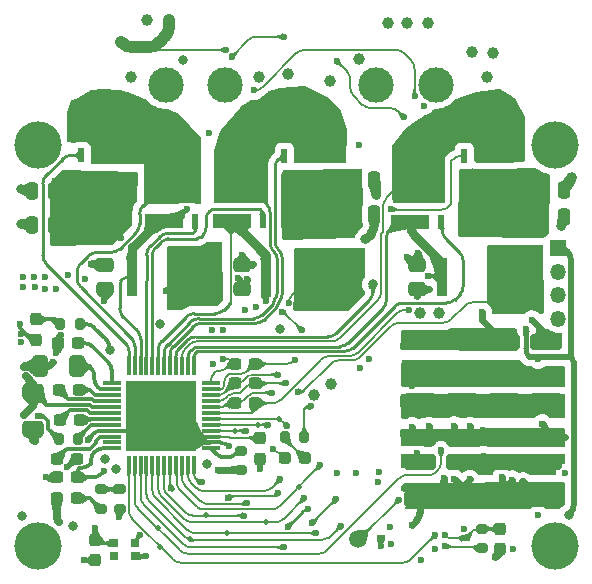
<source format=gbr>
%TF.GenerationSoftware,KiCad,Pcbnew,(7.0.0-0)*%
%TF.CreationDate,2023-03-29T23:18:46+02:00*%
%TF.ProjectId,Nauthiluscontroller,4e617574-6869-46c7-9573-636f6e74726f,rev?*%
%TF.SameCoordinates,Original*%
%TF.FileFunction,Copper,L1,Top*%
%TF.FilePolarity,Positive*%
%FSLAX46Y46*%
G04 Gerber Fmt 4.6, Leading zero omitted, Abs format (unit mm)*
G04 Created by KiCad (PCBNEW (7.0.0-0)) date 2023-03-29 23:18:46*
%MOMM*%
%LPD*%
G01*
G04 APERTURE LIST*
G04 Aperture macros list*
%AMRoundRect*
0 Rectangle with rounded corners*
0 $1 Rounding radius*
0 $2 $3 $4 $5 $6 $7 $8 $9 X,Y pos of 4 corners*
0 Add a 4 corners polygon primitive as box body*
4,1,4,$2,$3,$4,$5,$6,$7,$8,$9,$2,$3,0*
0 Add four circle primitives for the rounded corners*
1,1,$1+$1,$2,$3*
1,1,$1+$1,$4,$5*
1,1,$1+$1,$6,$7*
1,1,$1+$1,$8,$9*
0 Add four rect primitives between the rounded corners*
20,1,$1+$1,$2,$3,$4,$5,0*
20,1,$1+$1,$4,$5,$6,$7,0*
20,1,$1+$1,$6,$7,$8,$9,0*
20,1,$1+$1,$8,$9,$2,$3,0*%
G04 Aperture macros list end*
%TA.AperFunction,SMDPad,CuDef*%
%ADD10RoundRect,0.200000X-0.200000X-0.275000X0.200000X-0.275000X0.200000X0.275000X-0.200000X0.275000X0*%
%TD*%
%TA.AperFunction,SMDPad,CuDef*%
%ADD11RoundRect,0.249997X1.100003X-0.412503X1.100003X0.412503X-1.100003X0.412503X-1.100003X-0.412503X0*%
%TD*%
%TA.AperFunction,SMDPad,CuDef*%
%ADD12RoundRect,0.250000X0.475000X-0.337500X0.475000X0.337500X-0.475000X0.337500X-0.475000X-0.337500X0*%
%TD*%
%TA.AperFunction,SMDPad,CuDef*%
%ADD13RoundRect,0.237500X-0.300000X-0.237500X0.300000X-0.237500X0.300000X0.237500X-0.300000X0.237500X0*%
%TD*%
%TA.AperFunction,SMDPad,CuDef*%
%ADD14RoundRect,0.237500X0.300000X0.237500X-0.300000X0.237500X-0.300000X-0.237500X0.300000X-0.237500X0*%
%TD*%
%TA.AperFunction,SMDPad,CuDef*%
%ADD15RoundRect,0.249997X0.412503X0.650003X-0.412503X0.650003X-0.412503X-0.650003X0.412503X-0.650003X0*%
%TD*%
%TA.AperFunction,SMDPad,CuDef*%
%ADD16RoundRect,0.249997X0.650003X-0.412503X0.650003X0.412503X-0.650003X0.412503X-0.650003X-0.412503X0*%
%TD*%
%TA.AperFunction,SMDPad,CuDef*%
%ADD17RoundRect,0.237500X0.237500X-0.300000X0.237500X0.300000X-0.237500X0.300000X-0.237500X-0.300000X0*%
%TD*%
%TA.AperFunction,SMDPad,CuDef*%
%ADD18R,0.300000X1.500000*%
%TD*%
%TA.AperFunction,SMDPad,CuDef*%
%ADD19R,1.500000X0.300000*%
%TD*%
%TA.AperFunction,SMDPad,CuDef*%
%ADD20R,6.000000X6.000000*%
%TD*%
%TA.AperFunction,ComponentPad*%
%ADD21C,0.600000*%
%TD*%
%TA.AperFunction,SMDPad,CuDef*%
%ADD22RoundRect,0.200000X0.275000X-0.200000X0.275000X0.200000X-0.275000X0.200000X-0.275000X-0.200000X0*%
%TD*%
%TA.AperFunction,SMDPad,CuDef*%
%ADD23RoundRect,0.200000X-0.275000X0.200000X-0.275000X-0.200000X0.275000X-0.200000X0.275000X0.200000X0*%
%TD*%
%TA.AperFunction,ComponentPad*%
%ADD24C,2.600000*%
%TD*%
%TA.AperFunction,ConnectorPad*%
%ADD25C,3.800000*%
%TD*%
%TA.AperFunction,ComponentPad*%
%ADD26C,1.000000*%
%TD*%
%TA.AperFunction,SMDPad,CuDef*%
%ADD27RoundRect,0.237500X0.237500X-0.287500X0.237500X0.287500X-0.237500X0.287500X-0.237500X-0.287500X0*%
%TD*%
%TA.AperFunction,SMDPad,CuDef*%
%ADD28RoundRect,0.237500X-0.287500X-0.237500X0.287500X-0.237500X0.287500X0.237500X-0.287500X0.237500X0*%
%TD*%
%TA.AperFunction,SMDPad,CuDef*%
%ADD29RoundRect,0.237500X0.287500X0.237500X-0.287500X0.237500X-0.287500X-0.237500X0.287500X-0.237500X0*%
%TD*%
%TA.AperFunction,ComponentPad*%
%ADD30C,3.000000*%
%TD*%
%TA.AperFunction,ComponentPad*%
%ADD31C,4.000000*%
%TD*%
%TA.AperFunction,SMDPad,CuDef*%
%ADD32RoundRect,0.250000X-0.250000X-0.475000X0.250000X-0.475000X0.250000X0.475000X-0.250000X0.475000X0*%
%TD*%
%TA.AperFunction,SMDPad,CuDef*%
%ADD33C,0.800000*%
%TD*%
%TA.AperFunction,SMDPad,CuDef*%
%ADD34RoundRect,0.250000X0.250000X0.475000X-0.250000X0.475000X-0.250000X-0.475000X0.250000X-0.475000X0*%
%TD*%
%TA.AperFunction,SMDPad,CuDef*%
%ADD35R,0.800000X0.600000*%
%TD*%
%TA.AperFunction,SMDPad,CuDef*%
%ADD36R,0.900000X3.200000*%
%TD*%
%TA.AperFunction,SMDPad,CuDef*%
%ADD37R,3.300000X1.200000*%
%TD*%
%TA.AperFunction,SMDPad,CuDef*%
%ADD38R,0.600000X1.200000*%
%TD*%
%TA.AperFunction,SMDPad,CuDef*%
%ADD39R,4.510000X4.650000*%
%TD*%
%TA.AperFunction,ComponentPad*%
%ADD40R,1.350000X1.350000*%
%TD*%
%TA.AperFunction,ComponentPad*%
%ADD41O,1.350000X1.350000*%
%TD*%
%TA.AperFunction,SMDPad,CuDef*%
%ADD42RoundRect,0.237500X-0.237500X0.300000X-0.237500X-0.300000X0.237500X-0.300000X0.237500X0.300000X0*%
%TD*%
%TA.AperFunction,SMDPad,CuDef*%
%ADD43C,1.500000*%
%TD*%
%TA.AperFunction,SMDPad,CuDef*%
%ADD44C,0.500000*%
%TD*%
%TA.AperFunction,SMDPad,CuDef*%
%ADD45R,0.700000X0.700000*%
%TD*%
%TA.AperFunction,ViaPad*%
%ADD46C,0.600000*%
%TD*%
%TA.AperFunction,ViaPad*%
%ADD47C,0.800000*%
%TD*%
%TA.AperFunction,Conductor*%
%ADD48C,0.200000*%
%TD*%
%TA.AperFunction,Conductor*%
%ADD49C,0.300000*%
%TD*%
%TA.AperFunction,Conductor*%
%ADD50C,0.700000*%
%TD*%
%TA.AperFunction,Conductor*%
%ADD51C,0.600000*%
%TD*%
%TA.AperFunction,Conductor*%
%ADD52C,0.800000*%
%TD*%
%TA.AperFunction,Conductor*%
%ADD53C,0.250000*%
%TD*%
%TA.AperFunction,Conductor*%
%ADD54C,1.000000*%
%TD*%
%TA.AperFunction,Conductor*%
%ADD55C,0.500000*%
%TD*%
%TA.AperFunction,Conductor*%
%ADD56C,0.400000*%
%TD*%
G04 APERTURE END LIST*
D10*
%TO.P,R8,1*%
%TO.N,Net-(D3-A)*%
X139075000Y-107450000D03*
%TO.P,R8,2*%
%TO.N,BLUE_LED*%
X140725000Y-107450000D03*
%TD*%
D11*
%TO.P,C50,1*%
%TO.N,GND*%
X150520000Y-112624500D03*
%TO.P,C50,2*%
%TO.N,+24V*%
X150520000Y-109499500D03*
%TD*%
%TO.P,C49,1*%
%TO.N,GND*%
X154120000Y-112624500D03*
%TO.P,C49,2*%
%TO.N,+24V*%
X154120000Y-109499500D03*
%TD*%
%TO.P,C46,1*%
%TO.N,GND*%
X154120000Y-107524500D03*
%TO.P,C46,2*%
%TO.N,+24V*%
X154120000Y-104399500D03*
%TD*%
%TO.P,C45,1*%
%TO.N,GND*%
X154120000Y-102462000D03*
%TO.P,C45,2*%
%TO.N,+24V*%
X154120000Y-99337000D03*
%TD*%
D12*
%TO.P,C32,1*%
%TO.N,GND*%
X150300000Y-94917500D03*
%TO.P,C32,2*%
%TO.N,+24V*%
X150300000Y-92842500D03*
%TD*%
D13*
%TO.P,C29,1*%
%TO.N,GND*%
X134875000Y-104550000D03*
%TO.P,C29,2*%
%TO.N,SLC*%
X136600000Y-104550000D03*
%TD*%
D14*
%TO.P,C19,1*%
%TO.N,Net-(U3-VCP_LSD)*%
X121597500Y-99460000D03*
%TO.P,C19,2*%
%TO.N,GND*%
X119872500Y-99460000D03*
%TD*%
D15*
%TO.P,C18,1*%
%TO.N,Net-(U3-VCPH)*%
X121467500Y-101430000D03*
%TO.P,C18,2*%
%TO.N,+24V*%
X118342500Y-101430000D03*
%TD*%
D14*
%TO.P,C17,1*%
%TO.N,Net-(U3-CP2H)*%
X121690000Y-103410000D03*
%TO.P,C17,2*%
%TO.N,Net-(U3-CP2L)*%
X119965000Y-103410000D03*
%TD*%
D16*
%TO.P,C13,1*%
%TO.N,GND*%
X117800000Y-106762500D03*
%TO.P,C13,2*%
%TO.N,+24V*%
X117800000Y-103637500D03*
%TD*%
D13*
%TO.P,C28,1*%
%TO.N,GND*%
X134855000Y-102880000D03*
%TO.P,C28,2*%
%TO.N,SLB*%
X136580000Y-102880000D03*
%TD*%
%TO.P,C14,1*%
%TO.N,Net-(U3-DVDD)*%
X119778000Y-109247000D03*
%TO.P,C14,2*%
%TO.N,GND*%
X121503000Y-109247000D03*
%TD*%
D17*
%TO.P,C23,1*%
%TO.N,GND*%
X136990000Y-109232500D03*
%TO.P,C23,2*%
%TO.N,Net-(U3-AVDD)*%
X136990000Y-107507500D03*
%TD*%
D13*
%TO.P,C15,1*%
%TO.N,GND*%
X119778000Y-110835000D03*
%TO.P,C15,2*%
%TO.N,+3V3*%
X121503000Y-110835000D03*
%TD*%
D11*
%TO.P,C42,1*%
%TO.N,GND*%
X150520000Y-107524500D03*
%TO.P,C42,2*%
%TO.N,+24V*%
X150520000Y-104399500D03*
%TD*%
D18*
%TO.P,U3,1,En_GATE*%
%TO.N,ENA_GATE*%
X125872999Y-109821999D03*
%TO.P,U3,2,INHA*%
%TO.N,INH_A*%
X126372999Y-109821999D03*
%TO.P,U3,3,INLA*%
%TO.N,INL_A*%
X126872999Y-109821999D03*
%TO.P,U3,4,INHB*%
%TO.N,INH_B*%
X127372999Y-109821999D03*
%TO.P,U3,5,INLB*%
%TO.N,INL_B*%
X127872999Y-109821999D03*
%TO.P,U3,6,INHC*%
%TO.N,INH_C*%
X128372999Y-109821999D03*
%TO.P,U3,7,INLC*%
%TO.N,INL_C*%
X128872999Y-109821999D03*
%TO.P,U3,8,nFAULT*%
%TO.N,nMFAULT*%
X129372999Y-109821999D03*
%TO.P,U3,9,nCS*%
%TO.N,CS1_DRV*%
X129872999Y-109821999D03*
%TO.P,U3,10,SDI*%
%TO.N,MOSI1_DRV*%
X130372999Y-109821999D03*
%TO.P,U3,11,SDO*%
%TO.N,MISO1_DRV*%
X130872999Y-109821999D03*
%TO.P,U3,12,SCLK*%
%TO.N,CLK1_DRV*%
X131372999Y-109821999D03*
D19*
%TO.P,U3,13,PWRGD*%
%TO.N,Net-(U3-PWRGD)*%
X132822999Y-108371999D03*
%TO.P,U3,14,GND*%
%TO.N,GND*%
X132822999Y-107871999D03*
%TO.P,U3,15,AVDD*%
%TO.N,Net-(U3-AVDD)*%
X132822999Y-107371999D03*
%TO.P,U3,16,SO1*%
%TO.N,SENSE_A*%
X132822999Y-106871999D03*
%TO.P,U3,17,SO2*%
%TO.N,SENSE_B*%
X132822999Y-106371999D03*
%TO.P,U3,18,SO3*%
%TO.N,SENSE_C*%
X132822999Y-105871999D03*
%TO.P,U3,19,SN3*%
%TO.N,SLC*%
X132822999Y-105371999D03*
%TO.P,U3,20,SP3*%
%TO.N,GND*%
X132822999Y-104871999D03*
%TO.P,U3,21,SN2*%
%TO.N,SLB*%
X132822999Y-104371999D03*
%TO.P,U3,22,SP2*%
%TO.N,GND*%
X132822999Y-103871999D03*
%TO.P,U3,23,SN1*%
%TO.N,SLA*%
X132822999Y-103371999D03*
%TO.P,U3,24,SP1*%
%TO.N,GND*%
X132822999Y-102871999D03*
D18*
%TO.P,U3,25,GLC*%
%TO.N,GLC*%
X131372999Y-101421999D03*
%TO.P,U3,26,SLC*%
%TO.N,SLC*%
X130872999Y-101421999D03*
%TO.P,U3,27,SHC*%
%TO.N,SHC*%
X130372999Y-101421999D03*
%TO.P,U3,28,GHC*%
%TO.N,GHC*%
X129872999Y-101421999D03*
%TO.P,U3,29,GHB*%
%TO.N,GHB*%
X129372999Y-101421999D03*
%TO.P,U3,30,SHB*%
%TO.N,SHB*%
X128872999Y-101421999D03*
%TO.P,U3,31,SLB*%
%TO.N,SLB*%
X128372999Y-101421999D03*
%TO.P,U3,32,GLB*%
%TO.N,GLB*%
X127872999Y-101421999D03*
%TO.P,U3,33,GLA*%
%TO.N,GLA*%
X127372999Y-101421999D03*
%TO.P,U3,34,SLA*%
%TO.N,SLA*%
X126872999Y-101421999D03*
%TO.P,U3,35,SHA*%
%TO.N,SHA*%
X126372999Y-101421999D03*
%TO.P,U3,36,GHA*%
%TO.N,GHA*%
X125872999Y-101421999D03*
D19*
%TO.P,U3,37,VCP_LSD*%
%TO.N,Net-(U3-VCP_LSD)*%
X124422999Y-102871999D03*
%TO.P,U3,38,VCPH*%
%TO.N,Net-(U3-VCPH)*%
X124422999Y-103371999D03*
%TO.P,U3,39,CP2H*%
%TO.N,Net-(U3-CP2H)*%
X124422999Y-103871999D03*
%TO.P,U3,40,CP2L*%
%TO.N,Net-(U3-CP2L)*%
X124422999Y-104371999D03*
%TO.P,U3,41,PVDD*%
%TO.N,+24V*%
X124422999Y-104871999D03*
%TO.P,U3,42,CP1L*%
%TO.N,Net-(U3-CP1L)*%
X124422999Y-105371999D03*
%TO.P,U3,43,CP1H*%
%TO.N,Net-(U3-CP1H)*%
X124422999Y-105871999D03*
%TO.P,U3,44,VDRAIN*%
%TO.N,Net-(U3-VDRAIN)*%
X124422999Y-106371999D03*
%TO.P,U3,45,GND*%
%TO.N,GND*%
X124422999Y-106871999D03*
%TO.P,U3,46,DVDD*%
%TO.N,Net-(U3-DVDD)*%
X124422999Y-107371999D03*
%TO.P,U3,47,WAKE*%
%TO.N,unconnected-(U3-WAKE-Pad47)*%
X124422999Y-107871999D03*
%TO.P,U3,48,VREG*%
%TO.N,+3V3*%
X124422999Y-108371999D03*
D20*
%TO.P,U3,49,PAD*%
%TO.N,GND*%
X128622999Y-105621999D03*
D21*
%TO.P,U3,49.1*%
%TO.N,N/C*%
X126223000Y-108022000D03*
%TO.P,U3,49.2*%
X126223000Y-106822000D03*
%TO.P,U3,49.3*%
X126223000Y-105622000D03*
%TO.P,U3,49.4*%
X126223000Y-104422000D03*
%TO.P,U3,49.5*%
X126223000Y-103222000D03*
%TO.P,U3,49.6*%
X127423000Y-108022000D03*
%TO.P,U3,49.7*%
X127423000Y-106822000D03*
%TO.P,U3,49.8*%
X127423000Y-105622000D03*
%TO.P,U3,49.9*%
X127423000Y-104422000D03*
%TO.P,U3,49.10*%
X127423000Y-103222000D03*
%TO.P,U3,49.11*%
X128623000Y-108022000D03*
%TO.P,U3,49.12*%
X128623000Y-106822000D03*
%TO.P,U3,49.13*%
X128623000Y-105622000D03*
%TO.P,U3,49.14*%
X128623000Y-104422000D03*
%TO.P,U3,49.15*%
X128623000Y-103222000D03*
%TO.P,U3,49.16*%
X129823000Y-108022000D03*
%TO.P,U3,49.17*%
X129823000Y-106822000D03*
%TO.P,U3,49.18*%
X129823000Y-105622000D03*
%TO.P,U3,49.19*%
X129823000Y-104422000D03*
%TO.P,U3,49.20*%
X129823000Y-103222000D03*
%TO.P,U3,49.21*%
X131023000Y-108022000D03*
%TO.P,U3,49.22*%
X131023000Y-106822000D03*
%TO.P,U3,49.23*%
X131023000Y-105622000D03*
%TO.P,U3,49.24*%
X131023000Y-104422000D03*
%TO.P,U3,49.25*%
X131023000Y-103222000D03*
%TD*%
D22*
%TO.P,R2,1*%
%TO.N,+3V3*%
X125100000Y-113485000D03*
%TO.P,R2,2*%
%TO.N,nMFAULT*%
X125100000Y-111835000D03*
%TD*%
D23*
%TO.P,R10,1*%
%TO.N,Net-(U3-PWRGD)*%
X135370000Y-108560000D03*
%TO.P,R10,2*%
%TO.N,+3V3*%
X135370000Y-110210000D03*
%TD*%
D24*
%TO.P,U15,1,Pad*%
%TO.N,SHC*%
X156697360Y-80500000D03*
D25*
X156697360Y-80500000D03*
%TD*%
D10*
%TO.P,R5,1*%
%TO.N,+24V*%
X119930000Y-107560000D03*
%TO.P,R5,2*%
%TO.N,Net-(U3-VDRAIN)*%
X121580000Y-107560000D03*
%TD*%
D13*
%TO.P,C16,1*%
%TO.N,Net-(U3-CP1L)*%
X120042500Y-105985000D03*
%TO.P,C16,2*%
%TO.N,Net-(U3-CP1H)*%
X121767500Y-105985000D03*
%TD*%
D12*
%TO.P,C30,1*%
%TO.N,GND*%
X123830000Y-94917500D03*
%TO.P,C30,2*%
%TO.N,+24V*%
X123830000Y-92842500D03*
%TD*%
D13*
%TO.P,C27,1*%
%TO.N,GND*%
X134867500Y-101210000D03*
%TO.P,C27,2*%
%TO.N,SLA*%
X136592500Y-101210000D03*
%TD*%
D22*
%TO.P,R1,1*%
%TO.N,Net-(D1-K)*%
X123500000Y-113485000D03*
%TO.P,R1,2*%
%TO.N,nMFAULT*%
X123500000Y-111835000D03*
%TD*%
D11*
%TO.P,C48,1*%
%TO.N,GND*%
X161222000Y-102462000D03*
%TO.P,C48,2*%
%TO.N,+24V*%
X161222000Y-99337000D03*
%TD*%
%TO.P,C43,1*%
%TO.N,GND*%
X161222000Y-107524500D03*
%TO.P,C43,2*%
%TO.N,+24V*%
X161222000Y-104399500D03*
%TD*%
%TO.P,C41,1*%
%TO.N,GND*%
X161222000Y-112624500D03*
%TO.P,C41,2*%
%TO.N,+24V*%
X161222000Y-109499500D03*
%TD*%
%TO.P,C39,1*%
%TO.N,GND*%
X157662000Y-102462000D03*
%TO.P,C39,2*%
%TO.N,+24V*%
X157662000Y-99337000D03*
%TD*%
D24*
%TO.P,U13,1,Pad*%
%TO.N,SHA*%
X123400000Y-80500000D03*
D25*
X123400000Y-80500000D03*
%TD*%
D26*
%TO.P,U9,1,Power*%
%TO.N,+24V*%
X136870000Y-76950000D03*
%TD*%
%TO.P,U10,1,Power*%
%TO.N,GND*%
X142950000Y-77300000D03*
%TD*%
D11*
%TO.P,C44,1*%
%TO.N,GND*%
X157650000Y-112624500D03*
%TO.P,C44,2*%
%TO.N,+24V*%
X157650000Y-109499500D03*
%TD*%
D10*
%TO.P,R7,1*%
%TO.N,Net-(D2-A)*%
X120080000Y-97860000D03*
%TO.P,R7,2*%
%TO.N,+3V3*%
X121730000Y-97860000D03*
%TD*%
D27*
%TO.P,D2,1,K*%
%TO.N,GND*%
X118030000Y-99185000D03*
%TO.P,D2,2,A*%
%TO.N,Net-(D2-A)*%
X118030000Y-97435000D03*
%TD*%
D28*
%TO.P,D3,1,K*%
%TO.N,GND*%
X139075000Y-109150000D03*
%TO.P,D3,2,A*%
%TO.N,Net-(D3-A)*%
X140825000Y-109150000D03*
%TD*%
D29*
%TO.P,D1,1,K*%
%TO.N,Net-(D1-K)*%
X121515500Y-112610000D03*
%TO.P,D1,2,A*%
%TO.N,+3V3*%
X119765500Y-112610000D03*
%TD*%
D30*
%TO.P,J4,1,Pin_1*%
%TO.N,GND*%
X146850000Y-77620000D03*
%TO.P,J4,2,Pin_2*%
%TO.N,+24V*%
X151850000Y-77620000D03*
%TD*%
D26*
%TO.P,U12,1,Power*%
%TO.N,+24V*%
X156220000Y-76950000D03*
%TD*%
D31*
%TO.P,H2,1*%
%TO.N,N/C*%
X118170000Y-116680000D03*
%TD*%
D26*
%TO.P,U8,1,Power*%
%TO.N,GND*%
X126080000Y-76950000D03*
%TD*%
D11*
%TO.P,C47,1*%
%TO.N,GND*%
X150520000Y-102462000D03*
%TO.P,C47,2*%
%TO.N,+24V*%
X150520000Y-99337000D03*
%TD*%
D32*
%TO.P,C38,1*%
%TO.N,+24V*%
X144750000Y-88570000D03*
%TO.P,C38,2*%
%TO.N,GND*%
X146650000Y-88570000D03*
%TD*%
D24*
%TO.P,U14,1,Pad*%
%TO.N,SHB*%
X140048680Y-80500000D03*
D25*
X140048680Y-80500000D03*
%TD*%
D33*
%TO.P,TP17,1,1*%
%TO.N,PWM_ENC*%
X138700000Y-98250000D03*
%TD*%
D32*
%TO.P,C33,1*%
%TO.N,+24V*%
X144720000Y-85640000D03*
%TO.P,C33,2*%
%TO.N,GND*%
X146620000Y-85640000D03*
%TD*%
D12*
%TO.P,C31,1*%
%TO.N,GND*%
X135490000Y-94917500D03*
%TO.P,C31,2*%
%TO.N,+24V*%
X135490000Y-92842500D03*
%TD*%
D31*
%TO.P,H1,1*%
%TO.N,N/C*%
X118170000Y-82680001D03*
%TD*%
D34*
%TO.P,C34,1*%
%TO.N,+24V*%
X119560000Y-89450000D03*
%TO.P,C34,2*%
%TO.N,GND*%
X117660000Y-89450000D03*
%TD*%
%TO.P,C36,1*%
%TO.N,+24V*%
X119550000Y-86600000D03*
%TO.P,C36,2*%
%TO.N,GND*%
X117650000Y-86600000D03*
%TD*%
D32*
%TO.P,C35,1*%
%TO.N,+24V*%
X160800000Y-88825000D03*
%TO.P,C35,2*%
%TO.N,GND*%
X162700000Y-88825000D03*
%TD*%
%TO.P,C37,1*%
%TO.N,+24V*%
X160790000Y-86530000D03*
%TO.P,C37,2*%
%TO.N,GND*%
X162690000Y-86530000D03*
%TD*%
D31*
%TO.P,H3,1*%
%TO.N,N/C*%
X161927359Y-82680001D03*
%TD*%
%TO.P,H4,1*%
%TO.N,N/C*%
X161927359Y-116680000D03*
%TD*%
D23*
%TO.P,R16,1*%
%TO.N,RESET*%
X155760000Y-115190000D03*
%TO.P,R16,2*%
%TO.N,+3V3*%
X155760000Y-116840000D03*
%TD*%
D35*
%TO.P,SW1,2,2*%
%TO.N,RESET*%
X154401039Y-115979999D03*
%TO.P,SW1,1,1*%
%TO.N,GND*%
X147198959Y-115979999D03*
%TD*%
D36*
%TO.P,R11,1*%
%TO.N,GND*%
X131609999Y-93879999D03*
%TO.P,R11,2*%
%TO.N,SLA*%
X126109999Y-93879999D03*
%TD*%
%TO.P,R12,1*%
%TO.N,GND*%
X142979999Y-93879999D03*
%TO.P,R12,2*%
%TO.N,SLB*%
X137479999Y-93879999D03*
%TD*%
%TO.P,R13,1*%
%TO.N,GND*%
X157879999Y-93879999D03*
%TO.P,R13,2*%
%TO.N,SLC*%
X152379999Y-93879999D03*
%TD*%
D26*
%TO.P,U11,1,POWER*%
%TO.N,+3V3*%
X139360000Y-76700000D03*
%TD*%
D37*
%TO.P,Q2,1,S*%
%TO.N,SHA*%
X124469999Y-83564999D03*
D38*
%TO.P,Q2,2,G*%
%TO.N,GHA*%
X121849999Y-83564999D03*
D39*
%TO.P,Q2,3,D*%
%TO.N,+24V*%
X123754999Y-87389999D03*
%TD*%
D37*
%TO.P,Q5,1,S*%
%TO.N,SLA*%
X128879999Y-89124999D03*
D38*
%TO.P,Q5,2,G*%
%TO.N,GLA*%
X131499999Y-89124999D03*
D39*
%TO.P,Q5,3,D*%
%TO.N,SHA*%
X129594999Y-85299999D03*
%TD*%
D37*
%TO.P,Q3,1,S*%
%TO.N,SHB*%
X141679999Y-83594999D03*
D38*
%TO.P,Q3,2,G*%
%TO.N,GHB*%
X139059999Y-83594999D03*
D39*
%TO.P,Q3,3,D*%
%TO.N,+24V*%
X140964999Y-87419999D03*
%TD*%
D37*
%TO.P,Q6,1,S*%
%TO.N,SLB*%
X134609999Y-89124999D03*
D38*
%TO.P,Q6,2,G*%
%TO.N,GLB*%
X137229999Y-89124999D03*
D39*
%TO.P,Q6,3,D*%
%TO.N,SHB*%
X135324999Y-85299999D03*
%TD*%
D37*
%TO.P,Q4,1,S*%
%TO.N,SHC*%
X156909999Y-83604999D03*
D38*
%TO.P,Q4,2,G*%
%TO.N,GHC*%
X154289999Y-83604999D03*
D39*
%TO.P,Q4,3,D*%
%TO.N,+24V*%
X156194999Y-87429999D03*
%TD*%
D37*
%TO.P,Q7,1,S*%
%TO.N,SLC*%
X149729999Y-89174999D03*
D38*
%TO.P,Q7,2,G*%
%TO.N,GLC*%
X152349999Y-89174999D03*
D39*
%TO.P,Q7,3,D*%
%TO.N,SHC*%
X150444999Y-85349999D03*
%TD*%
D11*
%TO.P,C40,1*%
%TO.N,GND*%
X157650000Y-107524500D03*
%TO.P,C40,2*%
%TO.N,+24V*%
X157650000Y-104399500D03*
%TD*%
D26*
%TO.P,J9,1,Pin_1*%
%TO.N,I2C1_SDA*%
X156720000Y-74860000D03*
%TD*%
%TO.P,J12,1,Pin_1*%
%TO.N,I2C1_SCL*%
X154980000Y-74800000D03*
%TD*%
D40*
%TO.P,J6,1,Pin_1*%
%TO.N,+3V3*%
X162229999Y-91399999D03*
D41*
%TO.P,J6,2,Pin_2*%
%TO.N,GND*%
X162229999Y-93399999D03*
%TO.P,J6,3,Pin_3*%
%TO.N,SWDIO*%
X162229999Y-95399999D03*
%TO.P,J6,4,Pin_4*%
%TO.N,SWCLK*%
X162229999Y-97399999D03*
%TD*%
D42*
%TO.P,C51,1*%
%TO.N,RESET*%
X157350000Y-115160000D03*
%TO.P,C51,2*%
%TO.N,GND*%
X157350000Y-116885000D03*
%TD*%
D43*
%TO.P,J5,1,Pin_1*%
%TO.N,LOOP_PIN*%
X145290000Y-116090000D03*
%TD*%
D44*
%TO.P,TP1,1,1*%
%TO.N,INH_A*%
X128330000Y-115150000D03*
%TD*%
%TO.P,TP3,1,1*%
%TO.N,INL_A*%
X138980000Y-116730000D03*
%TD*%
%TO.P,TP5,1,1*%
%TO.N,INH_B*%
X131050000Y-116050000D03*
%TD*%
%TO.P,TP7,1,1*%
%TO.N,INL_B*%
X134200000Y-115560000D03*
%TD*%
%TO.P,TP9,1,1*%
%TO.N,INH_C*%
X137500000Y-114610000D03*
%TD*%
%TO.P,TP11,1,1*%
%TO.N,INL_C*%
X132450000Y-114050000D03*
%TD*%
%TO.P,TP10,1,1*%
%TO.N,ENA_GATE*%
X128550000Y-116700000D03*
%TD*%
%TO.P,TP12,1,1*%
%TO.N,nMFAULT*%
X129500000Y-111780000D03*
%TD*%
%TO.P,TP2,1,1*%
%TO.N,CS1_DRV*%
X140250000Y-111650000D03*
%TD*%
%TO.P,TP4,1,1*%
%TO.N,MOSI1_DRV*%
X135851000Y-112970511D03*
%TD*%
%TO.P,TP6,1,1*%
%TO.N,MISO1_DRV*%
X138700000Y-111000000D03*
%TD*%
%TO.P,TP8,1,1*%
%TO.N,CLK1_DRV*%
X132060000Y-111260000D03*
%TD*%
D26*
%TO.P,J15,1,Pin_1*%
%TO.N,GND*%
X151180000Y-72320000D03*
%TD*%
%TO.P,J10,1,Pin_1*%
%TO.N,USART1_RX*%
X149470000Y-72350000D03*
%TD*%
%TO.P,J13,1,Pin_1*%
%TO.N,USART1_TX*%
X147850000Y-72360000D03*
%TD*%
%TO.P,J14,1,Pin_1*%
%TO.N,CAN_L*%
X129260000Y-72110000D03*
%TD*%
D30*
%TO.P,J1,1,Pin_1*%
%TO.N,GND*%
X129000000Y-77620000D03*
%TO.P,J1,2,Pin_2*%
%TO.N,+24V*%
X134000000Y-77620000D03*
%TD*%
D26*
%TO.P,J11,1,Pin_1*%
%TO.N,CAN_H*%
X127430000Y-72080000D03*
%TD*%
D44*
%TO.P,TP18,1,1*%
%TO.N,SENSE_A*%
X134870000Y-106890000D03*
%TD*%
%TO.P,TP20,1,1*%
%TO.N,SENSE_B*%
X136790000Y-106380000D03*
%TD*%
D26*
%TO.P,J21,1,Pin_1*%
%TO.N,USART3_TX*%
X141580000Y-103820000D03*
%TD*%
%TO.P,J2,1,Pin_1*%
%TO.N,DIR*%
X152150000Y-96900000D03*
%TD*%
D42*
%TO.P,C52,1*%
%TO.N,+3V3*%
X123020000Y-116135000D03*
%TO.P,C52,2*%
%TO.N,GND*%
X123020000Y-117860000D03*
%TD*%
D26*
%TO.P,J20,1,Pin_1*%
%TO.N,USART3_RX*%
X143040000Y-102930000D03*
%TD*%
D44*
%TO.P,TP19,1,1*%
%TO.N,SENSE_C*%
X138570000Y-105880000D03*
%TD*%
D26*
%TO.P,J19,1,Pin_1*%
%TO.N,RS485_CTRL*%
X145380000Y-75440000D03*
%TD*%
D45*
%TO.P,D4,1,VDD*%
%TO.N,+3V3*%
X124599999Y-116409999D03*
%TO.P,D4,2,DOUT*%
%TO.N,unconnected-(D4-DOUT-Pad2)*%
X124599999Y-117509999D03*
%TO.P,D4,3,VSS*%
%TO.N,GND*%
X126429999Y-117509999D03*
%TO.P,D4,4,DIN*%
%TO.N,RGB_PIN*%
X126429999Y-116409999D03*
%TD*%
D26*
%TO.P,J3,1,Pin_1*%
%TO.N,STEP*%
X150550000Y-96900000D03*
%TD*%
D46*
%TO.N,+24V*%
X119620000Y-85750000D03*
X119620000Y-86550000D03*
X123620000Y-90550000D03*
X124420000Y-88950000D03*
X122020000Y-89750000D03*
X122020000Y-90550000D03*
X125220000Y-89750000D03*
X119620000Y-90550000D03*
X119620000Y-89750000D03*
X122820000Y-89750000D03*
X121220000Y-88950000D03*
X120420000Y-89750000D03*
X125220000Y-88950000D03*
X122820000Y-88950000D03*
X124420000Y-89750000D03*
X123620000Y-88950000D03*
X119620000Y-88950000D03*
X120420000Y-88950000D03*
X122020000Y-88950000D03*
X123620000Y-89750000D03*
X121220000Y-90550000D03*
X125220000Y-90550000D03*
X122820000Y-90550000D03*
X120420000Y-90550000D03*
X124420000Y-90550000D03*
X121220000Y-89750000D03*
X154480000Y-87440000D03*
X158480000Y-86640000D03*
X159280000Y-85040000D03*
X156880000Y-85840000D03*
X156880000Y-86640000D03*
X160080000Y-85840000D03*
X154480000Y-86640000D03*
X154480000Y-85840000D03*
X157680000Y-85840000D03*
X156080000Y-85040000D03*
X155280000Y-85840000D03*
X160960000Y-87590000D03*
X157680000Y-85040000D03*
X159280000Y-85840000D03*
X158480000Y-85040000D03*
X157680000Y-87440000D03*
X159280000Y-87440000D03*
X156880000Y-87440000D03*
X158480000Y-87440000D03*
X154480000Y-85040000D03*
X155280000Y-85040000D03*
X156880000Y-85040000D03*
X159280000Y-88240000D03*
X158480000Y-89840000D03*
X159280000Y-89040000D03*
X157680000Y-88240000D03*
X156080000Y-88240000D03*
X154480000Y-89840000D03*
X157680000Y-89040000D03*
X155280000Y-89040000D03*
X156880000Y-89040000D03*
X156880000Y-89840000D03*
X158480000Y-88240000D03*
X154480000Y-89040000D03*
X160080000Y-88240000D03*
X160080000Y-89040000D03*
X154480000Y-88240000D03*
X155280000Y-88240000D03*
X156880000Y-88240000D03*
X158480000Y-89040000D03*
X156080000Y-89840000D03*
X160080000Y-89840000D03*
X157680000Y-89840000D03*
X155280000Y-89840000D03*
X159280000Y-89840000D03*
X156080000Y-89040000D03*
X158480000Y-85840000D03*
X155280000Y-87440000D03*
X156080000Y-86640000D03*
X160080000Y-86640000D03*
X157680000Y-86640000D03*
X155280000Y-86640000D03*
X156080000Y-87440000D03*
X159280000Y-86640000D03*
X156080000Y-85840000D03*
X160080000Y-87440000D03*
X145010000Y-89160000D03*
X122820000Y-86550000D03*
X145010000Y-85960000D03*
X150900000Y-104400000D03*
X122020000Y-86550000D03*
X155920000Y-108980000D03*
X142610000Y-86760000D03*
X139410000Y-89960000D03*
X142610000Y-85160000D03*
X141010000Y-86760000D03*
X142620000Y-89920000D03*
X141010000Y-88360000D03*
X122020000Y-85750000D03*
X150360000Y-91810000D03*
X143410000Y-85160000D03*
X144210000Y-89960000D03*
X145010000Y-88360000D03*
X117145600Y-102236676D03*
X150290000Y-108760000D03*
X140210000Y-85960000D03*
X142610000Y-85960000D03*
X123620000Y-86550000D03*
X118820000Y-94850000D03*
X125220000Y-87350000D03*
X141810000Y-86760000D03*
X143410000Y-85960000D03*
X155800000Y-96800000D03*
X124420000Y-86550000D03*
X143420000Y-89920000D03*
X125220000Y-88150000D03*
X144210000Y-88360000D03*
X141810000Y-89960000D03*
X141010000Y-87560000D03*
X144210000Y-85960000D03*
X141810000Y-87560000D03*
X162050000Y-104100000D03*
X154700000Y-104350000D03*
X155880000Y-105200000D03*
X142610000Y-89160000D03*
X118810000Y-93860000D03*
X141810000Y-85160000D03*
X117020000Y-101480000D03*
X139410000Y-89160000D03*
X122820000Y-87350000D03*
X122020000Y-87350000D03*
X117910000Y-94680000D03*
X116920000Y-93880000D03*
X122820000Y-88150000D03*
X122660000Y-92740000D03*
X124420000Y-87350000D03*
X141010000Y-85960000D03*
X141010000Y-85160000D03*
X139410000Y-88360000D03*
X140210000Y-88360000D03*
X121220000Y-85750000D03*
X123620000Y-87350000D03*
X151270000Y-109410000D03*
X118230000Y-105620000D03*
X122020000Y-88150000D03*
X121220000Y-87350000D03*
X143410000Y-86760000D03*
X119440200Y-101041681D03*
X135490000Y-92020004D03*
X139410000Y-86760000D03*
X142650000Y-87560000D03*
X140210000Y-89960000D03*
X140210000Y-89160000D03*
X117870000Y-93870000D03*
X123620000Y-88150000D03*
X145010000Y-87560000D03*
X120420000Y-86550000D03*
X144210000Y-87560000D03*
X116950000Y-94730000D03*
X153500000Y-104350000D03*
X152320000Y-98880000D03*
X139410000Y-85960000D03*
X119690000Y-94900000D03*
X149465000Y-92185000D03*
X120710000Y-93670000D03*
X122820000Y-85750000D03*
X145010000Y-89960000D03*
X145010000Y-86760000D03*
X141810000Y-89160000D03*
X136390000Y-92770000D03*
X143410000Y-88360000D03*
X140210000Y-86760000D03*
X153400000Y-109500000D03*
X139410000Y-85160000D03*
X119620000Y-87350000D03*
X143390000Y-87550000D03*
X120420000Y-85750000D03*
X144210000Y-86760000D03*
X152310000Y-99680000D03*
X121220000Y-88150000D03*
X140210000Y-87560000D03*
X120420000Y-87350000D03*
X151430000Y-98910000D03*
X120420000Y-88150000D03*
X144210000Y-89160000D03*
X121220000Y-86550000D03*
X124420000Y-85750000D03*
X125220000Y-86550000D03*
X154700000Y-109500000D03*
X125220000Y-85750000D03*
X141810000Y-88360000D03*
X142610000Y-88360000D03*
X141010000Y-89160000D03*
X117040000Y-105510000D03*
X149700000Y-104400000D03*
X124420000Y-88150000D03*
X155910000Y-104000000D03*
X123620000Y-85750000D03*
X143410000Y-89160000D03*
X149100000Y-99690000D03*
X119620000Y-88150000D03*
X141010000Y-89960000D03*
X161222000Y-104399500D03*
X155950000Y-109760000D03*
X140210000Y-85160000D03*
X160000000Y-97500000D03*
X141810000Y-85960000D03*
X139410000Y-87560000D03*
%TO.N,SLA*%
X139966823Y-100908751D03*
X130809998Y-88130000D03*
%TO.N,SLB*%
X137490000Y-95900000D03*
X139175000Y-102825000D03*
X140524500Y-98360489D03*
X138867313Y-96790000D03*
%TO.N,SLC*%
X151250000Y-93750000D03*
X149600000Y-96639498D03*
%TO.N,CAN_L*%
X128575000Y-73889998D03*
X125200000Y-73930000D03*
X134100000Y-74634990D03*
D47*
%TO.N,GHC*%
X146530000Y-94480000D03*
D46*
X148090000Y-88125500D03*
%TO.N,BLUE_LED*%
X141280000Y-104800500D03*
%TO.N,nMFAULT*%
X129489072Y-111770798D03*
X125100000Y-111835050D03*
%TO.N,CAN_RX*%
X143470000Y-75590000D03*
X139020000Y-73510000D03*
X149150500Y-80310519D03*
X134590000Y-75210000D03*
%TO.N,CAN_TX*%
X150070000Y-78580000D03*
X136510000Y-78060000D03*
%TO.N,LOOP_PIN*%
X148720500Y-112730500D03*
%TO.N,INH_A*%
X152308767Y-108548767D03*
%TO.N,INL_A*%
X138980000Y-116730000D03*
X143399798Y-112700000D03*
X141400000Y-114670000D03*
%TO.N,INH_B*%
X143813590Y-114933590D03*
%TO.N,INL_B*%
X141750000Y-115500000D03*
%TO.N,INH_C*%
X140710000Y-112610000D03*
%TO.N,INL_C*%
X135650000Y-114069511D03*
%TO.N,PWM_ENC*%
X138700000Y-98250000D03*
%TO.N,ENA_GATE*%
X151844096Y-115729335D03*
%TO.N,SENSE_A*%
X135791393Y-106921500D03*
%TO.N,SENSE_B*%
X137680000Y-106421500D03*
%TO.N,SENSE_C*%
X139250000Y-106450000D03*
D47*
%TO.N,+3V3*%
X128547500Y-97875000D03*
D46*
X132910000Y-98359979D03*
X133420000Y-110210000D03*
X145468556Y-101608556D03*
X147040500Y-110350000D03*
X151840000Y-116880000D03*
X123000000Y-115120000D03*
X133860000Y-98359979D03*
X152650000Y-116650000D03*
X119960000Y-114570000D03*
X159550000Y-98300000D03*
X123800000Y-110280000D03*
X125090002Y-114179998D03*
D47*
X163150000Y-114000000D03*
D46*
X160550000Y-100850000D03*
D47*
X124820000Y-110080000D03*
D46*
X147011444Y-111211444D03*
D47*
X123880000Y-109270000D03*
X124250000Y-100040000D03*
D46*
X160550000Y-114000000D03*
D47*
X132540000Y-109680000D03*
D46*
%TO.N,CS1_DRV*%
X142075000Y-109825000D03*
%TO.N,CLK1_DRV*%
X138525000Y-112175000D03*
X134292840Y-112540010D03*
X132050000Y-111259990D03*
%TO.N,MISO1_DRV*%
X138700000Y-111000000D03*
%TO.N,MOSI1_DRV*%
X135850000Y-112970511D03*
%TO.N,GND*%
X142790000Y-93100000D03*
X142790000Y-94700000D03*
X141990000Y-93900000D03*
X144390000Y-93900000D03*
X142790000Y-93900000D03*
X141990000Y-94700000D03*
X143590000Y-93900000D03*
X144390000Y-92300000D03*
X141990000Y-93100000D03*
X143590000Y-94700000D03*
X142790000Y-92300000D03*
X144390000Y-94700000D03*
X144390000Y-93100000D03*
X141990000Y-92300000D03*
X143590000Y-92300000D03*
X141190000Y-94700000D03*
X141190000Y-92300000D03*
X141190000Y-93900000D03*
X141190000Y-93100000D03*
X143590000Y-93100000D03*
X132620000Y-92920000D03*
X130220000Y-92920000D03*
X130220000Y-93720000D03*
X130220000Y-92120000D03*
X130220000Y-94520000D03*
X132620000Y-92120000D03*
X131020000Y-92120000D03*
X133420000Y-92920000D03*
X133420000Y-94520000D03*
X131820000Y-92120000D03*
X133420000Y-95320000D03*
X132620000Y-94520000D03*
X131020000Y-92920000D03*
X133420000Y-92120000D03*
X132620000Y-93720000D03*
X131820000Y-95320000D03*
X130220000Y-95320000D03*
X131020000Y-95320000D03*
X132620000Y-95320000D03*
X131020000Y-94520000D03*
X131820000Y-93720000D03*
X133420000Y-93720000D03*
X131020000Y-93720000D03*
X131820000Y-94520000D03*
X131820000Y-92920000D03*
X156940000Y-94700000D03*
X159340000Y-93100000D03*
X156940000Y-93900000D03*
X156940000Y-93100000D03*
X160140000Y-93100000D03*
X158540000Y-92300000D03*
X157740000Y-93100000D03*
X160140000Y-92300000D03*
X160140000Y-94700000D03*
X158540000Y-93900000D03*
X160140000Y-95500000D03*
X156940000Y-92300000D03*
X156940000Y-95500000D03*
X157740000Y-92300000D03*
X159340000Y-92300000D03*
X159340000Y-94700000D03*
X158540000Y-95500000D03*
X157740000Y-94700000D03*
X158540000Y-94700000D03*
X160140000Y-93900000D03*
X158540000Y-93100000D03*
X145150000Y-110500000D03*
X138050000Y-108400000D03*
X162848441Y-110500000D03*
X159340000Y-95520000D03*
X158450000Y-116874500D03*
D47*
X116880000Y-114140000D03*
X146820000Y-86950000D03*
D46*
X138525000Y-102125000D03*
X154780000Y-106520000D03*
X159250000Y-111250000D03*
X118850000Y-110810000D03*
D47*
X130440000Y-75510000D03*
D46*
X120130000Y-98800000D03*
X123809998Y-95860002D03*
X151470000Y-102580000D03*
X151270000Y-106510000D03*
X137980000Y-103650000D03*
X157710000Y-93880000D03*
X146180000Y-100797500D03*
D47*
X162490000Y-89570000D03*
D46*
X133850000Y-100790000D03*
X155860000Y-106780000D03*
X156650000Y-102850000D03*
X139417323Y-96100000D03*
X149830000Y-103080000D03*
X127330000Y-117510000D03*
X150520000Y-107524500D03*
X145330000Y-82700000D03*
X117920000Y-107790000D03*
X120650000Y-109940000D03*
D47*
X116770000Y-86450000D03*
D46*
X162250000Y-102850000D03*
X152550000Y-110900000D03*
X161222000Y-112624500D03*
X141190000Y-95500000D03*
X148050000Y-116450000D03*
X136990000Y-110080002D03*
X133035000Y-101255000D03*
D47*
X145900000Y-90650000D03*
D46*
X122159503Y-94059505D03*
X143590000Y-95500000D03*
X142790000Y-95500000D03*
X135120000Y-93940000D03*
X135730000Y-96665010D03*
X156900000Y-117590000D03*
X153550000Y-102462000D03*
X149890000Y-106550000D03*
X122460000Y-107640000D03*
X154233962Y-115216292D03*
X150874967Y-79367921D03*
X150282082Y-95490498D03*
X141990000Y-95500000D03*
X153450000Y-106470000D03*
X143550000Y-110450000D03*
D47*
X121160000Y-114910000D03*
D46*
X154750000Y-111000000D03*
X149888000Y-114850000D03*
X116650000Y-97850000D03*
X155910000Y-107670000D03*
X157770000Y-95490000D03*
X162848441Y-107442000D03*
X157450000Y-110800000D03*
D47*
X116730000Y-89370000D03*
D46*
X116750000Y-98700000D03*
X132711741Y-81708259D03*
X116740000Y-99360000D03*
X159320000Y-93910000D03*
X153450000Y-110950000D03*
X151302491Y-94917500D03*
X150600000Y-117800000D03*
X136687818Y-96385370D03*
X134350000Y-108200000D03*
X128995019Y-95076696D03*
X158350000Y-111050000D03*
X160900000Y-106300000D03*
X144390000Y-95500000D03*
D47*
X163398667Y-85360000D03*
D46*
X154950000Y-102500000D03*
X140240000Y-103600000D03*
X119690000Y-100270000D03*
X147975000Y-115050000D03*
X158100000Y-102850000D03*
X161000000Y-102750000D03*
X135889998Y-94010000D03*
X147200000Y-116600000D03*
X122080000Y-117820000D03*
%TO.N,RESET*%
X152650000Y-115750000D03*
%TO.N,RGB_PIN*%
X139350000Y-114990000D03*
X126811431Y-115748569D03*
X141040000Y-113550000D03*
%TD*%
D48*
%TO.N,+24V*%
X161222000Y-99337000D02*
X161222000Y-98722000D01*
D49*
X119080000Y-106056625D02*
X118628385Y-105605010D01*
D50*
X117070000Y-101430000D02*
X117020000Y-101480000D01*
X117800000Y-102891076D02*
X117145600Y-102236676D01*
D51*
X150470008Y-92640008D02*
X150360000Y-92530000D01*
D49*
X118215010Y-105605010D02*
X118230000Y-105620000D01*
X119930000Y-107560000D02*
X119080000Y-106710000D01*
D52*
X161222000Y-104399500D02*
X161222000Y-104058000D01*
D49*
X118628385Y-105605010D02*
X118215010Y-105605010D01*
D51*
X117500000Y-101430000D02*
X117450000Y-101480000D01*
X119040000Y-101430000D02*
X119428319Y-101041681D01*
X118342500Y-101430000D02*
X119040000Y-101430000D01*
D49*
X119080000Y-106710000D02*
X119080000Y-106056625D01*
D51*
X155800000Y-97475000D02*
X157662000Y-99337000D01*
X150360000Y-92530000D02*
X150360000Y-91810000D01*
D50*
X118342500Y-101430000D02*
X117070000Y-101430000D01*
D49*
X122567167Y-104669989D02*
X122769178Y-104872000D01*
D51*
X149465000Y-92185000D02*
X150100000Y-92820000D01*
X119428319Y-101041681D02*
X119440200Y-101041681D01*
X118405000Y-101430000D02*
X119040000Y-101430000D01*
D50*
X117800000Y-103637500D02*
X117800000Y-102891076D01*
D51*
X136317500Y-92842500D02*
X136390000Y-92770000D01*
D50*
X117800000Y-104750000D02*
X117040000Y-105510000D01*
D49*
X122769178Y-104872000D02*
X124423000Y-104872000D01*
D48*
X161222000Y-109499500D02*
X161222000Y-110078000D01*
D49*
X118832489Y-104669989D02*
X122567167Y-104669989D01*
D51*
X135490000Y-92842500D02*
X135490000Y-92020004D01*
X155800000Y-96800000D02*
X155800000Y-97475000D01*
D50*
X117800000Y-103637500D02*
X117800000Y-104750000D01*
D51*
X118342500Y-101430000D02*
X117500000Y-101430000D01*
D49*
X117800000Y-103637500D02*
X118832489Y-104669989D01*
X118405000Y-101430000D02*
X117500000Y-101430000D01*
D51*
X161222000Y-98722000D02*
X160000000Y-97500000D01*
X117450000Y-101480000D02*
X117020000Y-101480000D01*
X122660000Y-92740000D02*
X123737500Y-92740000D01*
X135490000Y-92842500D02*
X136317500Y-92842500D01*
D48*
%TO.N,SLA*%
X133951913Y-103136030D02*
X133951913Y-102842301D01*
X129814998Y-89125000D02*
X130809998Y-88130000D01*
D53*
X125100000Y-94260000D02*
X125187107Y-94172893D01*
D48*
X132823000Y-103372000D02*
X133773000Y-103372000D01*
D53*
X126873000Y-101422000D02*
X126873000Y-99091863D01*
D52*
X126110000Y-93880000D02*
X126110000Y-91433908D01*
D53*
X126580107Y-98384756D02*
X125255697Y-97060346D01*
D48*
X139251360Y-101210000D02*
X136592500Y-101210000D01*
X133891732Y-103226097D02*
X133951913Y-103136030D01*
D52*
X126110000Y-91433908D02*
X126144454Y-91399454D01*
D48*
X135950959Y-101787107D02*
X136528066Y-101210000D01*
D53*
X125100000Y-96515786D02*
X125100000Y-94260000D01*
D50*
X126110000Y-93880000D02*
X126110000Y-91365000D01*
D53*
X125894214Y-93880000D02*
X126110000Y-93880000D01*
D48*
X134244806Y-102135194D02*
X134300000Y-102080000D01*
X139966823Y-100908751D02*
X139958467Y-100917107D01*
X133774597Y-103370403D02*
X133781556Y-103363156D01*
X133773000Y-103372000D02*
X133774597Y-103370403D01*
X134300000Y-102080000D02*
X135243852Y-102080000D01*
D52*
X126110000Y-91433908D02*
X128418908Y-89125000D01*
D48*
X133781560Y-103363160D02*
G75*
G03*
X133891732Y-103226097I-721260J692560D01*
G01*
D53*
X125099988Y-96515786D02*
G75*
G03*
X125255698Y-97060345I1065712J10186D01*
G01*
D48*
X139251360Y-101209972D02*
G75*
G03*
X139958467Y-100917107I40J999972D01*
G01*
D53*
X125894214Y-93880010D02*
G75*
G03*
X125187107Y-94172893I-14J-999990D01*
G01*
D48*
X135243852Y-102079966D02*
G75*
G03*
X135950959Y-101787107I48J999966D01*
G01*
D53*
X126873026Y-99091863D02*
G75*
G03*
X126580107Y-98384756I-1000026J-37D01*
G01*
D48*
X134244808Y-102135196D02*
G75*
G03*
X133951913Y-102842301I707092J-707104D01*
G01*
D49*
%TO.N,Net-(U3-DVDD)*%
X123110002Y-107908002D02*
X122608004Y-108410000D01*
X122608004Y-108410000D02*
X120615000Y-108410000D01*
X123110002Y-107744996D02*
X123110002Y-107908002D01*
X123482998Y-107372000D02*
X123110002Y-107744996D01*
X120615000Y-108410000D02*
X119778000Y-109247000D01*
X124423000Y-107372000D02*
X123482998Y-107372000D01*
D50*
%TO.N,SLB*%
X137480000Y-93990000D02*
X137480000Y-92088614D01*
D48*
X139175000Y-102825000D02*
X139120000Y-102880000D01*
D53*
X134355000Y-96215000D02*
X133902893Y-96667107D01*
D48*
X134514990Y-96055010D02*
X134355000Y-96215000D01*
X135261929Y-103700000D02*
X135789036Y-103172893D01*
D53*
X134480000Y-96090000D02*
X134355000Y-96215000D01*
D52*
X137480000Y-93880000D02*
X137480000Y-92088614D01*
D53*
X133195786Y-96960000D02*
X131424214Y-96960000D01*
D48*
X137480000Y-95890000D02*
X137490000Y-95900000D01*
D53*
X130717107Y-97252893D02*
X128665893Y-99304107D01*
D52*
X137480000Y-92088614D02*
X137480000Y-91995000D01*
X137480000Y-91995000D02*
X134610000Y-89125000D01*
D48*
X134514990Y-89220010D02*
X134514990Y-96055010D01*
D53*
X128373000Y-100011214D02*
X128373000Y-101422000D01*
D50*
X137480000Y-92088614D02*
X134841386Y-89450000D01*
D48*
X137480000Y-93880000D02*
X137480000Y-95890000D01*
X134118949Y-104079107D02*
X134291817Y-103906239D01*
X139120000Y-102880000D02*
X136580000Y-102880000D01*
X136496143Y-102880000D02*
X136525010Y-102880000D01*
X140524500Y-98360489D02*
X138954011Y-96790000D01*
X132823000Y-104372000D02*
X133411842Y-104372000D01*
X134789721Y-103700000D02*
X135261929Y-103700000D01*
X138954011Y-96790000D02*
X138867313Y-96790000D01*
X133411842Y-104372030D02*
G75*
G03*
X134118949Y-104079107I-42J1000030D01*
G01*
D53*
X128665886Y-99304100D02*
G75*
G03*
X128373000Y-100011214I707114J-707100D01*
G01*
D48*
X134789721Y-103700003D02*
G75*
G03*
X134291817Y-103906239I-21J-704097D01*
G01*
X136496143Y-102880031D02*
G75*
G03*
X135789037Y-103172894I-43J-999969D01*
G01*
D53*
X131424214Y-96960010D02*
G75*
G03*
X130717107Y-97252893I-14J-999990D01*
G01*
X133195786Y-96959990D02*
G75*
G03*
X133902893Y-96667107I14J999990D01*
G01*
D49*
%TO.N,Net-(U3-CP1L)*%
X120907500Y-105120000D02*
X122313589Y-105120000D01*
X120042500Y-105985000D02*
X120907500Y-105120000D01*
X122313589Y-105120000D02*
X122565589Y-105372000D01*
X122565589Y-105372000D02*
X124423000Y-105372000D01*
%TO.N,Net-(U3-CP1H)*%
X124423000Y-105872000D02*
X121880500Y-105872000D01*
%TO.N,Net-(U3-CP2H)*%
X122580000Y-103410000D02*
X123040000Y-103870000D01*
X123040000Y-103870000D02*
X124421000Y-103870000D01*
X121690000Y-103410000D02*
X122580000Y-103410000D01*
%TO.N,Net-(U3-CP2L)*%
X122753567Y-104219978D02*
X120774978Y-104219978D01*
X122905589Y-104372000D02*
X122753567Y-104219978D01*
X124423000Y-104372000D02*
X122905589Y-104372000D01*
X120774978Y-104219978D02*
X119965000Y-103410000D01*
%TO.N,Net-(U3-VCPH)*%
X122560000Y-101430000D02*
X121467500Y-101430000D01*
X122667107Y-101537107D02*
X122560000Y-101430000D01*
X123442000Y-103372000D02*
X123252893Y-103182893D01*
X124423000Y-103372000D02*
X123442000Y-103372000D01*
X122960000Y-102475786D02*
X122960000Y-102244214D01*
X122960010Y-102475786D02*
G75*
G03*
X123252893Y-103182893I999990J-14D01*
G01*
X122959990Y-102244214D02*
G75*
G03*
X122667107Y-101537107I-999990J14D01*
G01*
%TO.N,Net-(U3-VCP_LSD)*%
X124423000Y-102872000D02*
X124423000Y-101777214D01*
X124130107Y-101070107D02*
X122812893Y-99752893D01*
X122105786Y-99460000D02*
X121660000Y-99460000D01*
X122812900Y-99752886D02*
G75*
G03*
X122105786Y-99460000I-707100J-707114D01*
G01*
X124422990Y-101777214D02*
G75*
G03*
X124130107Y-101070107I-999990J14D01*
G01*
D48*
%TO.N,SLC*%
X148597938Y-96932391D02*
X145258057Y-100272271D01*
D53*
X131449978Y-99750022D02*
X131165893Y-100034107D01*
X148250000Y-89535000D02*
X147775000Y-90010000D01*
X143755764Y-99750022D02*
X131449978Y-99750022D01*
D52*
X152051174Y-92337107D02*
X151210000Y-91495933D01*
D48*
X136328000Y-105372000D02*
X136600000Y-105100000D01*
X142141943Y-100858057D02*
X138742893Y-104257107D01*
D52*
X152380000Y-93880000D02*
X152380000Y-93044214D01*
D48*
X149600000Y-96639498D02*
X149305044Y-96639498D01*
X151250000Y-93750000D02*
X152250000Y-93750000D01*
D53*
X147775000Y-90010000D02*
X147775000Y-90224569D01*
X147397107Y-96522893D02*
X144462871Y-99457129D01*
D48*
X144550951Y-100565164D02*
X142849050Y-100565164D01*
D52*
X149730000Y-89565786D02*
X149730000Y-89175000D01*
X152087107Y-92337107D02*
X152051174Y-92337107D01*
X151210000Y-91457918D02*
X150712082Y-90960000D01*
D53*
X130873000Y-100741214D02*
X130873000Y-101422000D01*
D48*
X136600000Y-105100000D02*
X136600000Y-104550000D01*
X138035786Y-104550000D02*
X136600000Y-104550000D01*
X132823000Y-105372000D02*
X136328000Y-105372000D01*
D52*
X150712082Y-90960000D02*
X150710000Y-90960000D01*
X150710000Y-90960000D02*
X150022893Y-90272893D01*
D53*
X147775000Y-90224569D02*
X147690000Y-90309569D01*
D52*
X151210000Y-91495933D02*
X151210000Y-91457918D01*
D53*
X147690000Y-90309569D02*
X147690000Y-95815786D01*
D48*
X138035786Y-104549990D02*
G75*
G03*
X138742893Y-104257107I14J999990D01*
G01*
D53*
X147397114Y-96522900D02*
G75*
G03*
X147690000Y-95815786I-707114J707100D01*
G01*
X143755764Y-99749990D02*
G75*
G03*
X144462871Y-99457129I36J999990D01*
G01*
D52*
X149730010Y-89565786D02*
G75*
G03*
X150022893Y-90272893I999990J-14D01*
G01*
D53*
X131165886Y-100034100D02*
G75*
G03*
X130873000Y-100741214I707114J-707100D01*
G01*
D48*
X144550951Y-100565139D02*
G75*
G03*
X145258057Y-100272271I49J999939D01*
G01*
D52*
X152379990Y-93044214D02*
G75*
G03*
X152087107Y-92337107I-999990J14D01*
G01*
D48*
X142849050Y-100565210D02*
G75*
G03*
X142141943Y-100858057I-50J-999990D01*
G01*
X149305044Y-96639531D02*
G75*
G03*
X148597939Y-96932392I-44J-999969D01*
G01*
%TO.N,Net-(U3-AVDD)*%
X134461500Y-107471500D02*
X136844204Y-107471500D01*
X134362000Y-107372000D02*
X134461500Y-107471500D01*
X132823000Y-107372000D02*
X134362000Y-107372000D01*
%TO.N,Net-(D3-A)*%
X140325000Y-108800000D02*
X138975000Y-107450000D01*
X140725000Y-108800000D02*
X140325000Y-108800000D01*
D49*
%TO.N,Net-(D1-K)*%
X123230000Y-113235000D02*
X122585000Y-112590000D01*
X122585000Y-112590000D02*
X121400000Y-112590000D01*
D48*
%TO.N,CAN_L*%
X125200000Y-73930000D02*
X125617107Y-74347107D01*
X129260000Y-72110000D02*
X129260000Y-73215786D01*
D54*
X128575000Y-73889998D02*
X128967107Y-73497891D01*
D48*
X128967107Y-73922893D02*
X128250000Y-74640000D01*
X128255010Y-74634990D02*
X134100000Y-74634990D01*
D54*
X127670784Y-74380000D02*
X126064214Y-74380000D01*
X129260000Y-72790784D02*
X129260000Y-72110000D01*
D48*
X128250000Y-74640000D02*
X128255010Y-74634990D01*
D54*
X125357107Y-74087107D02*
X125200000Y-73930000D01*
D48*
X126324214Y-74640000D02*
X128250000Y-74640000D01*
D54*
X128575000Y-73889998D02*
X128377891Y-74087107D01*
X128967115Y-73497899D02*
G75*
G03*
X129260000Y-72790784I-707115J707099D01*
G01*
D48*
X128967114Y-73922900D02*
G75*
G03*
X129260000Y-73215786I-707114J707100D01*
G01*
D54*
X127670784Y-74379988D02*
G75*
G03*
X128377890Y-74087106I16J999988D01*
G01*
X125357100Y-74087114D02*
G75*
G03*
X126064214Y-74380000I707100J707114D01*
G01*
D48*
X125617100Y-74347114D02*
G75*
G03*
X126324214Y-74640000I707100J707114D01*
G01*
D49*
%TO.N,Net-(D2-A)*%
X119655000Y-97435000D02*
X120080000Y-97860000D01*
X118030000Y-97435000D02*
X119655000Y-97435000D01*
D53*
%TO.N,GHA*%
X118600000Y-92025786D02*
X118600000Y-91665786D01*
X125580107Y-99420107D02*
X118892893Y-92732893D01*
X118600000Y-91665786D02*
X118600000Y-85964214D01*
X118892893Y-85257107D02*
X120292107Y-83857893D01*
X120999214Y-83565000D02*
X121850000Y-83565000D01*
X125873000Y-101422000D02*
X125873000Y-100127214D01*
X125872990Y-100127214D02*
G75*
G03*
X125580107Y-99420107I-999990J14D01*
G01*
X120999214Y-83565010D02*
G75*
G03*
X120292107Y-83857893I-14J-999990D01*
G01*
X118892886Y-85257100D02*
G75*
G03*
X118600000Y-85964214I707114J-707100D01*
G01*
X118600010Y-92025786D02*
G75*
G03*
X118892893Y-92732893I999990J-14D01*
G01*
%TO.N,SHA*%
X127092893Y-87817107D02*
X129740000Y-85170000D01*
X126373000Y-101422000D02*
X126373000Y-99701514D01*
X121810413Y-92719587D02*
X122457107Y-92072893D01*
X123164214Y-91780000D02*
X124395086Y-91780000D01*
X125102193Y-91487107D02*
X126507107Y-90082193D01*
X126800000Y-89375086D02*
X126800000Y-88524214D01*
X121517520Y-94017606D02*
X121517520Y-93426694D01*
X126080107Y-98994407D02*
X121810413Y-94724713D01*
X121810420Y-92719594D02*
G75*
G03*
X121517520Y-93426694I707080J-707106D01*
G01*
X121517510Y-94017606D02*
G75*
G03*
X121810413Y-94724713I999990J6D01*
G01*
X126372990Y-99701514D02*
G75*
G03*
X126080107Y-98994407I-999990J14D01*
G01*
X123164214Y-91780010D02*
G75*
G03*
X122457107Y-92072893I-14J-999990D01*
G01*
X127092886Y-87817100D02*
G75*
G03*
X126800000Y-88524214I707114J-707100D01*
G01*
X124395086Y-91779990D02*
G75*
G03*
X125102193Y-91487107I14J999990D01*
G01*
X126507114Y-90082200D02*
G75*
G03*
X126800000Y-89375086I-707114J707100D01*
G01*
%TO.N,GLA*%
X127373000Y-94168012D02*
X127385011Y-94156001D01*
X131500000Y-89950000D02*
X131270011Y-90179989D01*
X129193833Y-90179989D02*
X131270011Y-90179989D01*
X127677904Y-91281704D02*
X128486726Y-90472882D01*
X131500000Y-89125000D02*
X131500000Y-89950000D01*
X127385011Y-94156001D02*
X127385011Y-91988811D01*
X127373000Y-101422000D02*
X127373000Y-94168012D01*
X129193833Y-90180016D02*
G75*
G03*
X128486727Y-90472883I-33J-999984D01*
G01*
X127677901Y-91281701D02*
G75*
G03*
X127385011Y-91988811I707099J-707099D01*
G01*
%TO.N,SHB*%
X137148930Y-97092074D02*
X138065002Y-96176002D01*
X137849989Y-90996166D02*
X137849989Y-88414203D01*
X137557096Y-87707096D02*
X135300000Y-85450000D01*
X129165893Y-99604107D02*
X131092140Y-97677860D01*
X131799247Y-97384967D02*
X136441823Y-97384967D01*
X128873000Y-101422000D02*
X128873000Y-100311214D01*
X138470000Y-95125810D02*
X138470000Y-92444605D01*
X138065002Y-95945022D02*
X138177107Y-95832917D01*
X138177107Y-91737498D02*
X138142882Y-91703273D01*
X138065002Y-96176002D02*
X138065002Y-95945022D01*
X131799247Y-97385010D02*
G75*
G03*
X131092140Y-97677860I-47J-999990D01*
G01*
X137850016Y-90996166D02*
G75*
G03*
X138142882Y-91703273I999984J-34D01*
G01*
X129165886Y-99604100D02*
G75*
G03*
X128873000Y-100311214I707114J-707100D01*
G01*
X138177102Y-95832912D02*
G75*
G03*
X138470000Y-95125810I-707102J707112D01*
G01*
X137849990Y-88414203D02*
G75*
G03*
X137557096Y-87707096I-999990J3D01*
G01*
X136441823Y-97384993D02*
G75*
G03*
X137148930Y-97092074I-23J999993D01*
G01*
X138469996Y-92444605D02*
G75*
G03*
X138177106Y-91737499I-999996J5D01*
G01*
%TO.N,GHB*%
X138577118Y-91571809D02*
X138552893Y-91547584D01*
X129665893Y-99714107D02*
X131302129Y-98077871D01*
X138552893Y-83892107D02*
X138835000Y-83610000D01*
X138465013Y-96341691D02*
X138465013Y-96110711D01*
X137314619Y-97492085D02*
X138465013Y-96341691D01*
X132009236Y-97784978D02*
X136607512Y-97784978D01*
X129373000Y-101422000D02*
X129373000Y-100421214D01*
X138260000Y-90840477D02*
X138260000Y-84599214D01*
X138870011Y-95291499D02*
X138870011Y-92278916D01*
X138465013Y-96110711D02*
X138577118Y-95998606D01*
X129665886Y-99714100D02*
G75*
G03*
X129373000Y-100421214I707114J-707100D01*
G01*
X138552886Y-83892100D02*
G75*
G03*
X138260000Y-84599214I707114J-707100D01*
G01*
X132009236Y-97785010D02*
G75*
G03*
X131302129Y-98077871I-36J-999990D01*
G01*
X138869996Y-92278916D02*
G75*
G03*
X138577117Y-91571810I-999996J16D01*
G01*
X138260016Y-90840477D02*
G75*
G03*
X138552893Y-91547584I999984J-23D01*
G01*
X136607512Y-97784993D02*
G75*
G03*
X137314619Y-97492085I-12J999993D01*
G01*
X138577121Y-95998609D02*
G75*
G03*
X138870011Y-95291499I-707121J707109D01*
G01*
%TO.N,GLB*%
X137230000Y-88420000D02*
X137230000Y-89125000D01*
X136950000Y-88140000D02*
X137230000Y-88420000D01*
X128165893Y-91359415D02*
X128627416Y-90897892D01*
X132019505Y-90460495D02*
X132137107Y-90342893D01*
X132430000Y-89635804D02*
X132430000Y-88984197D01*
X129236222Y-90606942D02*
X131665951Y-90606942D01*
X132722893Y-88277107D02*
X132860000Y-88140000D01*
X132860000Y-88140000D02*
X136950000Y-88140000D01*
X127873000Y-101422000D02*
X127873000Y-92066522D01*
X128165882Y-91359404D02*
G75*
G03*
X127873000Y-92066522I707118J-707096D01*
G01*
X131665951Y-90606895D02*
G75*
G03*
X132019505Y-90460495I49J499995D01*
G01*
X132722886Y-88277100D02*
G75*
G03*
X132430000Y-88984197I707114J-707100D01*
G01*
X132137114Y-90342900D02*
G75*
G03*
X132430000Y-89635804I-707114J707100D01*
G01*
X129236226Y-90606975D02*
G75*
G03*
X128627416Y-90897892I113074J-1019125D01*
G01*
%TO.N,GHC*%
X146530000Y-94480000D02*
X146530000Y-95145442D01*
X142740453Y-98934989D02*
X131538880Y-98934989D01*
X146237107Y-95852549D02*
X143447560Y-98642096D01*
D48*
X153180000Y-87720000D02*
X153180000Y-84056000D01*
D53*
X130831773Y-99227882D02*
X130165893Y-99893762D01*
D48*
X148090000Y-88125500D02*
X148137557Y-88173057D01*
D53*
X129873000Y-100600869D02*
X129873000Y-101422000D01*
D48*
X153180000Y-84056000D02*
X153338107Y-83897893D01*
X153019836Y-87880164D02*
X153180000Y-87720000D01*
X154045214Y-83605000D02*
X154290000Y-83605000D01*
X148137557Y-88173057D02*
X152312729Y-88173057D01*
D53*
X130165909Y-99893778D02*
G75*
G03*
X129873000Y-100600869I707091J-707122D01*
G01*
D48*
X152312729Y-88173090D02*
G75*
G03*
X153019836Y-87880164I-29J999990D01*
G01*
D53*
X146237086Y-95852528D02*
G75*
G03*
X146530000Y-95145442I-707086J707128D01*
G01*
D48*
X154045214Y-83605010D02*
G75*
G03*
X153338107Y-83897893I-14J-999990D01*
G01*
D53*
X142740453Y-98934959D02*
G75*
G03*
X143447560Y-98642096I47J999959D01*
G01*
X131538880Y-98934978D02*
G75*
G03*
X130831773Y-99227882I20J-1000022D01*
G01*
%TO.N,GLC*%
X154200000Y-94635786D02*
X154200000Y-92514214D01*
X152425000Y-89910786D02*
X152425000Y-89345000D01*
X149099216Y-96064998D02*
X152770788Y-96064998D01*
X144891508Y-99858492D02*
X148392109Y-96357891D01*
X131373000Y-100422000D02*
X131643615Y-100151385D01*
X153477895Y-95772105D02*
X153907107Y-95342893D01*
X131643615Y-100151385D02*
X144184401Y-100151385D01*
X131373000Y-101422000D02*
X131373000Y-100422000D01*
X153907107Y-91807107D02*
X152717893Y-90617893D01*
X152425010Y-89910786D02*
G75*
G03*
X152717893Y-90617893I999990J-14D01*
G01*
X154199990Y-92514214D02*
G75*
G03*
X153907107Y-91807107I-999990J14D01*
G01*
X153907114Y-95342900D02*
G75*
G03*
X154200000Y-94635786I-707114J707100D01*
G01*
X144184401Y-100151390D02*
G75*
G03*
X144891508Y-99858492I-1J999990D01*
G01*
X152770788Y-96064990D02*
G75*
G03*
X153477895Y-95772105I12J999990D01*
G01*
X149099216Y-96065010D02*
G75*
G03*
X148392109Y-96357891I-16J-999990D01*
G01*
D48*
%TO.N,BLUE_LED*%
X140725000Y-105075000D02*
X140725000Y-107450000D01*
X140999500Y-104800500D02*
X140725000Y-105075000D01*
X141280000Y-104800500D02*
X140999500Y-104800500D01*
%TO.N,nMFAULT*%
X129373000Y-109822000D02*
X129373000Y-111605208D01*
D49*
X124585000Y-111830000D02*
X124830000Y-111585000D01*
X123475000Y-111830000D02*
X124585000Y-111830000D01*
D48*
%TO.N,CAN_RX*%
X149150500Y-80310519D02*
X148687874Y-79847893D01*
X147980767Y-79555000D02*
X146369214Y-79555000D01*
X144620000Y-77805786D02*
X144620000Y-77154214D01*
X135997107Y-73802893D02*
X134590000Y-75210000D01*
X145662107Y-79262107D02*
X144912893Y-78512893D01*
X144327107Y-76447107D02*
X143470000Y-75590000D01*
X139020000Y-73510000D02*
X136704214Y-73510000D01*
X136704214Y-73510010D02*
G75*
G03*
X135997107Y-73802893I-14J-999990D01*
G01*
X148687890Y-79847877D02*
G75*
G03*
X147980767Y-79555000I-707090J-707123D01*
G01*
X144620010Y-77805786D02*
G75*
G03*
X144912893Y-78512893I999990J-14D01*
G01*
X145662100Y-79262114D02*
G75*
G03*
X146369214Y-79555000I707100J707114D01*
G01*
X144619990Y-77154214D02*
G75*
G03*
X144327107Y-76447107I-999990J14D01*
G01*
%TO.N,CAN_TX*%
X149777107Y-75517107D02*
X149192893Y-74932893D01*
X140061371Y-74932893D02*
X137227157Y-77767107D01*
X148485786Y-74640000D02*
X140768478Y-74640000D01*
X136520050Y-78060000D02*
X136510000Y-78060000D01*
X150070000Y-78580000D02*
X150070000Y-76224214D01*
X150069990Y-76224214D02*
G75*
G03*
X149777107Y-75517107I-999990J14D01*
G01*
X140768478Y-74639985D02*
G75*
G03*
X140061372Y-74932894I22J-1000015D01*
G01*
X136520050Y-78059964D02*
G75*
G03*
X137227156Y-77767106I50J999964D01*
G01*
X149192900Y-74932886D02*
G75*
G03*
X148485786Y-74640000I-707100J-707114D01*
G01*
%TO.N,LOOP_PIN*%
X148720500Y-112730500D02*
X145361000Y-116090000D01*
X145361000Y-116090000D02*
X145290000Y-116090000D01*
%TO.N,INH_A*%
X126373000Y-109822000D02*
X126373000Y-112768786D01*
X149265747Y-110629267D02*
X151413626Y-110629267D01*
X152308767Y-109734126D02*
X152308767Y-108548767D01*
X126665893Y-113475893D02*
X130197107Y-117007107D01*
X130904214Y-117300000D02*
X141960786Y-117300000D01*
X151767180Y-110482820D02*
X152162321Y-110087679D01*
X142667893Y-117007107D02*
X148770607Y-110904393D01*
X141960786Y-117299990D02*
G75*
G03*
X142667893Y-117007107I14J999990D01*
G01*
X126373010Y-112768786D02*
G75*
G03*
X126665893Y-113475893I999990J-14D01*
G01*
X149265745Y-110629259D02*
G75*
G03*
X148770607Y-110904393I252855J-1038141D01*
G01*
X152162301Y-110087659D02*
G75*
G03*
X152308767Y-109734126I-353501J353559D01*
G01*
X130197100Y-117007114D02*
G75*
G03*
X130904214Y-117300000I707100J707114D01*
G01*
X151413626Y-110629295D02*
G75*
G03*
X151767180Y-110482820I-26J499995D01*
G01*
%TO.N,INL_A*%
X130467107Y-116457107D02*
X127165893Y-113155893D01*
X126873000Y-112448786D02*
X126873000Y-109822000D01*
X143399798Y-112700000D02*
X141429798Y-114670000D01*
X141429798Y-114670000D02*
X141400000Y-114670000D01*
X138960000Y-116750000D02*
X131174214Y-116750000D01*
X138980000Y-116730000D02*
X138960000Y-116750000D01*
X130467080Y-116457134D02*
G75*
G03*
X131174214Y-116750000I707120J707234D01*
G01*
X126873010Y-112448786D02*
G75*
G03*
X127165893Y-113155893I999990J-14D01*
G01*
%TO.N,INH_B*%
X127665893Y-112915893D02*
X130653554Y-115903554D01*
X127373000Y-109822000D02*
X127373000Y-112208786D01*
X143813590Y-114933590D02*
X142821978Y-115925202D01*
X131007107Y-116050000D02*
X131050000Y-116050000D01*
X142185786Y-116150000D02*
X131110022Y-116150000D01*
X142185786Y-116150013D02*
G75*
G03*
X142821978Y-115925202I-4286J1024713D01*
G01*
X130653551Y-115903557D02*
G75*
G03*
X131007107Y-116050000I353549J353557D01*
G01*
X127373010Y-112208786D02*
G75*
G03*
X127665893Y-112915893I999990J-14D01*
G01*
%TO.N,INL_B*%
X141700000Y-115550000D02*
X131524214Y-115550000D01*
X127873000Y-111898786D02*
X127873000Y-109822000D01*
X130817107Y-115257107D02*
X128165893Y-112605893D01*
X141750000Y-115500000D02*
X141700000Y-115550000D01*
X127873010Y-111898786D02*
G75*
G03*
X128165893Y-112605893I999990J-14D01*
G01*
X130817100Y-115257114D02*
G75*
G03*
X131524214Y-115550000I707100J707114D01*
G01*
%TO.N,INH_C*%
X131240479Y-114626265D02*
X138279521Y-114626265D01*
X128665893Y-112465893D02*
X130533372Y-114333372D01*
X138986628Y-114333372D02*
X140710000Y-112610000D01*
X128373000Y-109822000D02*
X128373000Y-111758786D01*
X128373010Y-111758786D02*
G75*
G03*
X128665893Y-112465893I999990J-14D01*
G01*
X130533390Y-114333354D02*
G75*
G03*
X131240479Y-114626265I707110J707054D01*
G01*
X138279521Y-114626290D02*
G75*
G03*
X138986628Y-114333372I-21J999990D01*
G01*
%TO.N,INL_C*%
X128873000Y-109822000D02*
X128860000Y-109835000D01*
X129006447Y-112156143D02*
X130626922Y-113776618D01*
X128860000Y-109835000D02*
X128860000Y-111802589D01*
X131334029Y-114069511D02*
X135650000Y-114069511D01*
X130626905Y-113776635D02*
G75*
G03*
X131334029Y-114069511I707095J707135D01*
G01*
X128860008Y-111802589D02*
G75*
G03*
X129006447Y-112156143I499992J-11D01*
G01*
%TO.N,ENA_GATE*%
X151844096Y-115729335D02*
X151820665Y-115729335D01*
X151820665Y-115729335D02*
X149792893Y-117757107D01*
X149085786Y-118050000D02*
X130304188Y-118050000D01*
X129597081Y-117757107D02*
X126165893Y-114325919D01*
X125873000Y-113618812D02*
X125873000Y-109822000D01*
X125872992Y-113618812D02*
G75*
G03*
X126165894Y-114325918I1000008J12D01*
G01*
X149085786Y-118049990D02*
G75*
G03*
X149792893Y-117757107I14J999990D01*
G01*
X129597087Y-117757101D02*
G75*
G03*
X130304188Y-118050000I707113J707101D01*
G01*
%TO.N,SENSE_A*%
X135791393Y-106921500D02*
X135741893Y-106872000D01*
X135741893Y-106872000D02*
X132823000Y-106872000D01*
%TO.N,SENSE_B*%
X137680000Y-106421500D02*
X137630500Y-106372000D01*
X137630500Y-106372000D02*
X132823000Y-106372000D01*
%TO.N,SENSE_C*%
X139250000Y-106450000D02*
X138964893Y-106164893D01*
X138257786Y-105872000D02*
X132823000Y-105872000D01*
X138964900Y-106164886D02*
G75*
G03*
X138257786Y-105872000I-707100J-707114D01*
G01*
%TO.N,SHC*%
X147250000Y-95125786D02*
X147250000Y-90219239D01*
X130665893Y-99924107D02*
X130987107Y-99602893D01*
X147692893Y-87217107D02*
X149740000Y-85170000D01*
X130373000Y-101422000D02*
X130373000Y-100631214D01*
X147400000Y-90069239D02*
X147400000Y-87924214D01*
X131694214Y-99310000D02*
X143065786Y-99310000D01*
X147250000Y-90219239D02*
X147400000Y-90069239D01*
X143772893Y-99017107D02*
X146957107Y-95832893D01*
X131694214Y-99310010D02*
G75*
G03*
X130987107Y-99602893I-14J-999990D01*
G01*
X130665886Y-99924100D02*
G75*
G03*
X130373000Y-100631214I707114J-707100D01*
G01*
X147692886Y-87217100D02*
G75*
G03*
X147400000Y-87924214I707114J-707100D01*
G01*
X146957114Y-95832900D02*
G75*
G03*
X147250000Y-95125786I-707114J707100D01*
G01*
X143065786Y-99309990D02*
G75*
G03*
X143772893Y-99017107I14J999990D01*
G01*
D55*
%TO.N,+3V3*%
X162992893Y-91692893D02*
X163012108Y-91712108D01*
D49*
X121503000Y-110835000D02*
X121503000Y-110414107D01*
D56*
X159800000Y-100650000D02*
X159792893Y-100642893D01*
D55*
X163305001Y-92419215D02*
X163305001Y-100644999D01*
D48*
X152700000Y-116700000D02*
X155600000Y-116700000D01*
D55*
X163401494Y-100741492D02*
X163305001Y-100644999D01*
D49*
X122608883Y-109729117D02*
X122673000Y-109665000D01*
D48*
X125090002Y-113495002D02*
X125090002Y-114179998D01*
X160550000Y-100850000D02*
X160496446Y-100796446D01*
D49*
X122830786Y-110835000D02*
X121503000Y-110835000D01*
X122965893Y-108694107D02*
X122995107Y-108664893D01*
D51*
X135370000Y-110210000D02*
X133420000Y-110210000D01*
D55*
X159800000Y-100650000D02*
X159805001Y-100644999D01*
D53*
X124590000Y-116400000D02*
X124600000Y-116410000D01*
D49*
X121687990Y-110022010D02*
X121901776Y-110022010D01*
D50*
X119911947Y-114521947D02*
X119960000Y-114570000D01*
D48*
X152650000Y-116650000D02*
X152700000Y-116700000D01*
D49*
X123702214Y-108372000D02*
X124423000Y-108372000D01*
D53*
X123020000Y-115140000D02*
X123000000Y-115120000D01*
D49*
X122673000Y-109665000D02*
X122673000Y-109401214D01*
X122255786Y-97860000D02*
X121730000Y-97860000D01*
D56*
X159500000Y-99935786D02*
X159500000Y-98350000D01*
D49*
X123800000Y-110280000D02*
X123537893Y-110542107D01*
X121649447Y-110060553D02*
X121687990Y-110022010D01*
D56*
X160142893Y-100650000D02*
X159800000Y-100650000D01*
D55*
X163150000Y-114000000D02*
X163255048Y-113894952D01*
D53*
X123020000Y-116135000D02*
X123285000Y-116400000D01*
D55*
X163547941Y-113187845D02*
X163547941Y-101095046D01*
D50*
X119765500Y-112610000D02*
X119765500Y-114168393D01*
D56*
X159500000Y-98350000D02*
X159550000Y-98300000D01*
D49*
X123957107Y-99147107D02*
X122962893Y-98152893D01*
D55*
X162230000Y-91400000D02*
X162285786Y-91400000D01*
D53*
X123285000Y-116400000D02*
X124590000Y-116400000D01*
D49*
X119922893Y-114532893D02*
X119960000Y-114570000D01*
X124250000Y-100040000D02*
X124250000Y-99854214D01*
D55*
X159805001Y-100644999D02*
X163305001Y-100644999D01*
D53*
X123020000Y-116135000D02*
X123020000Y-115140000D01*
D49*
X119630000Y-112610000D02*
X119630000Y-113825786D01*
X124249990Y-99854214D02*
G75*
G03*
X123957107Y-99147107I-999990J14D01*
G01*
X122962900Y-98152886D02*
G75*
G03*
X122255786Y-97860000I-707100J-707114D01*
G01*
X123702214Y-108372010D02*
G75*
G03*
X122995107Y-108664893I-14J-999990D01*
G01*
D55*
X163255034Y-113894938D02*
G75*
G03*
X163547941Y-113187845I-707134J707138D01*
G01*
X163304990Y-92419215D02*
G75*
G03*
X163012108Y-91712108I-999990J15D01*
G01*
D49*
X122965886Y-108694100D02*
G75*
G03*
X122673000Y-109401214I707114J-707100D01*
G01*
D55*
X162992900Y-91692886D02*
G75*
G03*
X162285786Y-91400000I-707100J-707114D01*
G01*
D49*
X121649444Y-110060550D02*
G75*
G03*
X121503000Y-110414107I353556J-353550D01*
G01*
X122830786Y-110834990D02*
G75*
G03*
X123537893Y-110542107I14J999990D01*
G01*
D50*
X119765505Y-114168393D02*
G75*
G03*
X119911947Y-114521947I499995J-7D01*
G01*
D49*
X121901776Y-110021990D02*
G75*
G03*
X122608883Y-109729117I24J999990D01*
G01*
D55*
X163547896Y-101095046D02*
G75*
G03*
X163401494Y-100741492I-499996J46D01*
G01*
D56*
X160496449Y-100796443D02*
G75*
G03*
X160142893Y-100650000I-353549J-353557D01*
G01*
X159500010Y-99935786D02*
G75*
G03*
X159792893Y-100642893I999990J-14D01*
G01*
D49*
X119630010Y-113825786D02*
G75*
G03*
X119922893Y-114532893I999990J-14D01*
G01*
D48*
%TO.N,CS1_DRV*%
X138256830Y-113479485D02*
X138064052Y-113517825D01*
X138601855Y-113295076D02*
X138438424Y-113404271D01*
X129923002Y-111188788D02*
X129923002Y-109872002D01*
X132254225Y-113520011D02*
X132155946Y-113517846D01*
X138672882Y-113227118D02*
X138601855Y-113295076D01*
X130215895Y-111895895D02*
X130147800Y-111824980D01*
X131547118Y-113227118D02*
X130215895Y-111895895D01*
X130147800Y-111824980D02*
X130038582Y-111661521D01*
X132155946Y-113517846D02*
X131963164Y-113479505D01*
X138438424Y-113404271D02*
X138256830Y-113479485D01*
X131781566Y-113404290D02*
X131618131Y-113295092D01*
X130038582Y-111661521D02*
X129963352Y-111479895D01*
X129963352Y-111479895D02*
X129925001Y-111287083D01*
X131963164Y-113479505D02*
X131781566Y-113404290D01*
X137965775Y-113520011D02*
X132254225Y-113520011D01*
X131618131Y-113295092D02*
X131547118Y-113227118D01*
X129925001Y-111287083D02*
X129923002Y-111188788D01*
X138064052Y-113517825D02*
X137965775Y-113520011D01*
X142075000Y-109825000D02*
X138672882Y-113227118D01*
%TO.N,CLK1_DRV*%
X131373000Y-109822000D02*
X131373000Y-110530714D01*
X138280000Y-112420000D02*
X134412850Y-112420000D01*
X131909990Y-111259990D02*
X132050000Y-111259990D01*
X134412850Y-112420000D02*
X134292840Y-112540010D01*
X131508966Y-110858966D02*
X131909990Y-111259990D01*
X138525000Y-112175000D02*
X138280000Y-112420000D01*
X131372985Y-110530714D02*
G75*
G03*
X131508966Y-110858966I464215J14D01*
G01*
%TO.N,MISO1_DRV*%
X138700000Y-111000000D02*
X138002893Y-111697107D01*
X137295786Y-111990000D02*
X132270212Y-111990000D01*
X130873000Y-110592788D02*
X130873000Y-109822000D01*
X131563105Y-111697107D02*
X131165893Y-111299895D01*
X137295786Y-111989990D02*
G75*
G03*
X138002893Y-111697107I14J999990D01*
G01*
X130873009Y-110592788D02*
G75*
G03*
X131165894Y-111299894I999991J-12D01*
G01*
X131563099Y-111697113D02*
G75*
G03*
X132270212Y-111990000I707101J707113D01*
G01*
%TO.N,MOSI1_DRV*%
X135730501Y-113090010D02*
X132614224Y-113090010D01*
X130373000Y-110848786D02*
X130373000Y-109822000D01*
X131907117Y-112797117D02*
X130665893Y-111555893D01*
X135850000Y-112970511D02*
X135730501Y-113090010D01*
X131907103Y-112797131D02*
G75*
G03*
X132614224Y-113090010I707097J707131D01*
G01*
X130373010Y-110848786D02*
G75*
G03*
X130665893Y-111555893I999990J-14D01*
G01*
%TO.N,GND*%
X128995019Y-94944981D02*
X128995019Y-95076696D01*
D49*
X119778000Y-110835000D02*
X118875000Y-110835000D01*
D48*
X155024875Y-96000000D02*
X157800000Y-96000000D01*
D49*
X116650000Y-98150000D02*
X116650000Y-97850000D01*
D48*
X154120000Y-112624500D02*
X154120000Y-112034214D01*
D51*
X157942893Y-111457107D02*
X158350000Y-111050000D01*
D49*
X117685000Y-99185000D02*
X117200000Y-98700000D01*
D48*
X148784214Y-97750000D02*
X152446447Y-97750000D01*
D51*
X160929107Y-106329107D02*
X160900000Y-106300000D01*
D48*
X135980178Y-103942893D02*
X135665964Y-104257107D01*
D49*
X116750000Y-98700000D02*
X117200000Y-98700000D01*
D51*
X154780000Y-106520000D02*
X154780000Y-106864500D01*
D55*
X162700000Y-85975000D02*
X163315000Y-85360000D01*
D51*
X157450000Y-111600000D02*
X157450000Y-110800000D01*
D48*
X132823000Y-103872000D02*
X133358786Y-103872000D01*
D55*
X119872500Y-99460000D02*
X119872500Y-100087500D01*
D51*
X135490000Y-94917500D02*
X135490000Y-94724214D01*
X152257107Y-111842893D02*
X151880000Y-112220000D01*
D50*
X161730000Y-113132500D02*
X161222000Y-112624500D01*
D48*
X135978458Y-102254598D02*
X135645949Y-102587107D01*
X138525000Y-102125000D02*
X136291335Y-102125000D01*
D51*
X157650000Y-111800000D02*
X157450000Y-111600000D01*
D48*
X153153554Y-97457107D02*
X154317768Y-96292893D01*
D51*
X157650000Y-113070000D02*
X157650000Y-113040000D01*
X151270000Y-106510000D02*
X151270000Y-106774500D01*
D49*
X119780000Y-110835000D02*
X118875000Y-110835000D01*
D48*
X157650000Y-112624500D02*
X157650000Y-111800000D01*
D49*
X121343000Y-109247000D02*
X120650000Y-109940000D01*
X117910000Y-106730000D02*
X117910000Y-107780000D01*
X118030000Y-99185000D02*
X117685000Y-99185000D01*
D53*
X146810000Y-85650000D02*
X146810000Y-86940000D01*
D48*
X133115893Y-102004107D02*
X133282500Y-101837500D01*
D52*
X162490000Y-89035000D02*
X162700000Y-88825000D01*
D53*
X123020000Y-117860000D02*
X122120000Y-117860000D01*
D51*
X135197107Y-94017107D02*
X135120000Y-93940000D01*
D48*
X134018296Y-100775010D02*
X133915010Y-100775010D01*
D55*
X119872500Y-99057500D02*
X120130000Y-98800000D01*
D48*
X157650000Y-112624500D02*
X157650000Y-112164214D01*
D49*
X134350000Y-108200000D02*
X134314893Y-108164893D01*
X122855107Y-107164893D02*
X122460000Y-107560000D01*
X131450001Y-107850000D02*
X131480001Y-107880000D01*
D52*
X146820000Y-86950000D02*
X146820000Y-85840000D01*
D48*
X143669050Y-100915164D02*
X144790622Y-100915164D01*
X139710216Y-95379784D02*
X141190000Y-93900000D01*
D51*
X154750000Y-111000000D02*
X154120000Y-111630000D01*
D52*
X163398667Y-85360000D02*
X163398667Y-85407119D01*
D48*
X138157107Y-108507107D02*
X138050000Y-108400000D01*
X147200000Y-116600000D02*
X147200000Y-115981040D01*
D49*
X123830000Y-94907500D02*
X123830000Y-95840000D01*
D52*
X116770000Y-86450000D02*
X117635000Y-86450000D01*
D51*
X135889998Y-94103288D02*
X135889998Y-94010000D01*
D52*
X145900000Y-90650000D02*
X146357107Y-90192893D01*
D48*
X137980000Y-103650000D02*
X136687285Y-103650000D01*
X157880000Y-95920000D02*
X157880000Y-93880000D01*
D51*
X153827107Y-111327107D02*
X153450000Y-110950000D01*
D50*
X117800000Y-107670000D02*
X117920000Y-107790000D01*
D49*
X123830000Y-95840000D02*
X123809998Y-95860002D01*
D51*
X161222000Y-107524500D02*
X161222000Y-107036214D01*
X156900000Y-117590000D02*
X157350000Y-117140000D01*
D48*
X134867500Y-101210000D02*
X134725403Y-101067903D01*
D51*
X162273941Y-107524500D02*
X162356441Y-107442000D01*
D48*
X130220000Y-93720000D02*
X128995019Y-94944981D01*
X133821030Y-104872000D02*
X134093030Y-104600000D01*
X140570000Y-103600000D02*
X142961943Y-101208057D01*
D51*
X135490000Y-94917500D02*
X135597105Y-94810395D01*
D55*
X119872500Y-100087500D02*
X119690000Y-100270000D01*
D49*
X133607786Y-107872000D02*
X132823000Y-107872000D01*
D53*
X146810000Y-86940000D02*
X146820000Y-86950000D01*
D48*
X157800000Y-96000000D02*
X157880000Y-95920000D01*
X138975000Y-108800000D02*
X138864214Y-108800000D01*
D51*
X151302491Y-94917500D02*
X150300000Y-94917500D01*
D48*
X136990000Y-109232500D02*
X136990000Y-110080002D01*
D50*
X160624500Y-112624500D02*
X159250000Y-111250000D01*
D51*
X162356441Y-107442000D02*
X162848441Y-107442000D01*
D48*
X134065893Y-103579107D02*
X134765000Y-102880000D01*
D51*
X151270000Y-106774500D02*
X150520000Y-107524500D01*
X149888000Y-114850000D02*
X150227107Y-114510893D01*
D55*
X163315000Y-85360000D02*
X163398667Y-85360000D01*
D49*
X131480001Y-107880000D02*
X132770000Y-107880000D01*
X118875000Y-110835000D02*
X118850000Y-110810000D01*
X119690000Y-99705000D02*
X119690000Y-100270000D01*
D52*
X146650000Y-89485786D02*
X146650000Y-88570000D01*
D48*
X133282500Y-101837500D02*
X133443286Y-101837500D01*
D49*
X118850000Y-110810000D02*
X119753000Y-110810000D01*
D50*
X117800000Y-106762500D02*
X117800000Y-107670000D01*
D51*
X149890000Y-106894500D02*
X150520000Y-107524500D01*
D48*
X132823000Y-102872000D02*
X132823000Y-102711214D01*
X140240000Y-103600000D02*
X140570000Y-103600000D01*
D49*
X124423000Y-106872000D02*
X125636603Y-106872000D01*
D48*
X139417323Y-96100000D02*
X139417323Y-96086891D01*
D53*
X126430000Y-117510000D02*
X127330000Y-117510000D01*
D51*
X154780000Y-106864500D02*
X154120000Y-107524500D01*
X153450000Y-106470000D02*
X153450000Y-106854500D01*
D48*
X154120000Y-112624500D02*
X154120000Y-111630000D01*
D53*
X122120000Y-117860000D02*
X122080000Y-117820000D01*
D51*
X150282082Y-95490498D02*
X150282082Y-94935418D01*
X152550000Y-110900000D02*
X152550000Y-111135786D01*
D52*
X116730000Y-89370000D02*
X117580000Y-89370000D01*
D48*
X134093030Y-104600000D02*
X134825000Y-104600000D01*
D55*
X119872500Y-99460000D02*
X119872500Y-99057500D01*
D48*
X134958857Y-104550000D02*
X134875000Y-104550000D01*
D49*
X117200000Y-98700000D02*
X116650000Y-98150000D01*
D52*
X146820000Y-85840000D02*
X146620000Y-85640000D01*
X162490000Y-89570000D02*
X162490000Y-89035000D01*
D48*
X134485000Y-101210000D02*
X134150393Y-101544607D01*
D51*
X150520000Y-113803786D02*
X150520000Y-112624500D01*
D49*
X123562214Y-106872000D02*
X124423000Y-106872000D01*
D52*
X163105774Y-86114226D02*
X162690000Y-86530000D01*
D49*
X122460000Y-107560000D02*
X122460000Y-107640000D01*
X117910000Y-107780000D02*
X117920000Y-107790000D01*
D51*
X154120000Y-111630000D02*
X154120000Y-111950000D01*
X153450000Y-106854500D02*
X154120000Y-107524500D01*
X149890000Y-106550000D02*
X149890000Y-106894500D01*
D48*
X145497729Y-100622271D02*
X148077107Y-98042893D01*
X132823000Y-104872000D02*
X133821030Y-104872000D01*
X134938842Y-102880000D02*
X134855000Y-102880000D01*
D51*
X157350000Y-117140000D02*
X157350000Y-116885000D01*
D48*
X144790622Y-100915190D02*
G75*
G03*
X145497729Y-100622271I-22J999990D01*
G01*
D51*
X150227114Y-114510900D02*
G75*
G03*
X150520000Y-113803786I-707114J707100D01*
G01*
X135489990Y-94724214D02*
G75*
G03*
X135197107Y-94017107I-999990J14D01*
G01*
D48*
X133115886Y-102004100D02*
G75*
G03*
X132823000Y-102711214I707114J-707100D01*
G01*
X134725403Y-101067903D02*
G75*
G03*
X134018296Y-100775010I-707103J-707097D01*
G01*
D49*
X123562214Y-106872010D02*
G75*
G03*
X122855107Y-107164893I-14J-999990D01*
G01*
D52*
X146357114Y-90192900D02*
G75*
G03*
X146650000Y-89485786I-707114J707100D01*
G01*
D48*
X152446447Y-97750033D02*
G75*
G03*
X153153554Y-97457107I-47J1000033D01*
G01*
X136291335Y-102125033D02*
G75*
G03*
X135978459Y-102254599I-35J-442467D01*
G01*
D51*
X135597110Y-94810400D02*
G75*
G03*
X135889998Y-94103288I-707110J707100D01*
G01*
D48*
X148784214Y-97750010D02*
G75*
G03*
X148077107Y-98042893I-14J-999990D01*
G01*
X133443286Y-101837490D02*
G75*
G03*
X134150393Y-101544607I14J999990D01*
G01*
X134938842Y-102880030D02*
G75*
G03*
X135645949Y-102587107I-42J1000030D01*
G01*
X154119990Y-112034214D02*
G75*
G03*
X153827107Y-111327107I-999990J14D01*
G01*
X143669050Y-100915210D02*
G75*
G03*
X142961943Y-101208057I-50J-999990D01*
G01*
X134958857Y-104549969D02*
G75*
G03*
X135665963Y-104257106I43J999969D01*
G01*
D52*
X163105757Y-86114209D02*
G75*
G03*
X163398667Y-85407119I-707057J707109D01*
G01*
D51*
X157942886Y-111457100D02*
G75*
G03*
X157650000Y-112164214I707114J-707100D01*
G01*
D48*
X136687285Y-103649990D02*
G75*
G03*
X135980179Y-103942894I15J-1000010D01*
G01*
X155024875Y-95999983D02*
G75*
G03*
X154317769Y-96292894I25J-1000017D01*
G01*
X133358786Y-103871990D02*
G75*
G03*
X134065893Y-103579107I14J999990D01*
G01*
D49*
X134314900Y-108164886D02*
G75*
G03*
X133607786Y-107872000I-707100J-707114D01*
G01*
D48*
X139710225Y-95379793D02*
G75*
G03*
X139417323Y-96086891I707075J-707107D01*
G01*
D51*
X152257114Y-111842900D02*
G75*
G03*
X152550000Y-111135786I-707114J707100D01*
G01*
X161221990Y-107036214D02*
G75*
G03*
X160929107Y-106329107I-999990J14D01*
G01*
D48*
X138157100Y-108507114D02*
G75*
G03*
X138864214Y-108800000I707100J707114D01*
G01*
%TO.N,RESET*%
X155760000Y-115190000D02*
X157590000Y-115190000D01*
X152650000Y-115750000D02*
X152753554Y-115853554D01*
X155044593Y-115336447D02*
X154401040Y-115980000D01*
X153750000Y-116000000D02*
X153770000Y-115980000D01*
X153107107Y-116000000D02*
X153750000Y-116000000D01*
X153770000Y-115980000D02*
X154401040Y-115980000D01*
X155760000Y-115190000D02*
X155398147Y-115190000D01*
X155398147Y-115190034D02*
G75*
G03*
X155044594Y-115336448I-47J-499966D01*
G01*
X152753551Y-115853557D02*
G75*
G03*
X153107107Y-116000000I353549J353557D01*
G01*
D49*
%TO.N,Net-(U3-VDRAIN)*%
X124423000Y-106372000D02*
X122678156Y-106372000D01*
X122678156Y-106372000D02*
X121580000Y-107470156D01*
%TO.N,Net-(U3-PWRGD)*%
X134005214Y-109140000D02*
X134215786Y-109140000D01*
X132823000Y-108372000D02*
X133298107Y-108847107D01*
X134922893Y-108847107D02*
X135210000Y-108560000D01*
X134215786Y-109139990D02*
G75*
G03*
X134922893Y-108847107I14J999990D01*
G01*
X133298100Y-108847114D02*
G75*
G03*
X134005214Y-109140000I707100J707114D01*
G01*
D53*
%TO.N,RGB_PIN*%
X126576447Y-115983553D02*
X126811431Y-115748569D01*
X126430000Y-116410000D02*
X126430000Y-116337107D01*
X140643553Y-113696447D02*
X139350000Y-114990000D01*
X141040000Y-113550000D02*
X140997107Y-113550000D01*
X126576444Y-115983550D02*
G75*
G03*
X126430000Y-116337107I353556J-353550D01*
G01*
X140997107Y-113550005D02*
G75*
G03*
X140643553Y-113696447I-7J-499995D01*
G01*
%TD*%
%TA.AperFunction,Conductor*%
%TO.N,GND*%
G36*
X159012294Y-100925256D02*
G01*
X159076400Y-100943271D01*
X159122374Y-100991452D01*
X159170958Y-101081557D01*
X159170960Y-101081561D01*
X159174443Y-101088019D01*
X159292319Y-101220476D01*
X159437565Y-101322178D01*
X159602350Y-101387642D01*
X159777789Y-101413341D01*
X159884807Y-101403977D01*
X159895789Y-101403499D01*
X159907917Y-101403499D01*
X159956135Y-101413090D01*
X159997012Y-101440404D01*
X160042719Y-101486111D01*
X160196985Y-101583043D01*
X160368953Y-101643217D01*
X160550000Y-101663616D01*
X160731047Y-101643217D01*
X160903015Y-101583043D01*
X161057281Y-101486111D01*
X161102988Y-101440404D01*
X161143865Y-101413090D01*
X161192083Y-101403499D01*
X162663441Y-101403499D01*
X162726441Y-101420380D01*
X162772560Y-101466499D01*
X162789441Y-101529499D01*
X162789441Y-103063703D01*
X162772515Y-103126782D01*
X162726283Y-103172913D01*
X162663168Y-103189703D01*
X161507817Y-103187198D01*
X161481894Y-103184445D01*
X161323946Y-103150872D01*
X161323937Y-103150871D01*
X161317487Y-103149500D01*
X161126513Y-103149500D01*
X161120063Y-103150870D01*
X161120053Y-103150872D01*
X160967880Y-103183217D01*
X160941411Y-103185970D01*
X149086275Y-103160273D01*
X149023232Y-103143209D01*
X148977201Y-103096877D01*
X148960549Y-103033725D01*
X148967477Y-101440404D01*
X148969451Y-100986268D01*
X148986651Y-100923265D01*
X149033082Y-100877335D01*
X149096267Y-100860820D01*
X159012294Y-100925256D01*
G37*
%TD.AperFunction*%
%TD*%
%TA.AperFunction,Conductor*%
%TO.N,+24V*%
G36*
X158615997Y-98220421D02*
G01*
X158674383Y-98235385D01*
X158719142Y-98275761D01*
X158740024Y-98332307D01*
X158742975Y-98358502D01*
X158756783Y-98481047D01*
X158759118Y-98487720D01*
X158759119Y-98487724D01*
X158784429Y-98560055D01*
X158791500Y-98601670D01*
X158791500Y-99978645D01*
X158791505Y-99978688D01*
X158791508Y-99978797D01*
X158791508Y-100001086D01*
X158774461Y-100064373D01*
X158727932Y-100110536D01*
X158664512Y-100127082D01*
X149035607Y-100050992D01*
X148972839Y-100033671D01*
X148927100Y-99987326D01*
X148910605Y-99924338D01*
X148917034Y-98696572D01*
X148918148Y-98483840D01*
X148935247Y-98421119D01*
X148981337Y-98375271D01*
X149044146Y-98358500D01*
X152372571Y-98358500D01*
X152372579Y-98358500D01*
X152372590Y-98358503D01*
X152446353Y-98358500D01*
X152446476Y-98358516D01*
X152446476Y-98358533D01*
X152551903Y-98358528D01*
X152760951Y-98330996D01*
X152964618Y-98276415D01*
X153159419Y-98195717D01*
X153174252Y-98187152D01*
X153238430Y-98170272D01*
X158615997Y-98220421D01*
G37*
%TD.AperFunction*%
%TA.AperFunction,Conductor*%
G36*
X161353597Y-98245951D02*
G01*
X161398483Y-98254668D01*
X161437305Y-98278831D01*
X161509423Y-98344576D01*
X161509426Y-98344578D01*
X161513727Y-98348499D01*
X161614602Y-98410958D01*
X161695255Y-98460897D01*
X161695258Y-98460898D01*
X161700209Y-98463964D01*
X161904732Y-98543197D01*
X162120333Y-98583500D01*
X162333839Y-98583500D01*
X162339667Y-98583500D01*
X162345402Y-98582428D01*
X162397348Y-98572718D01*
X162452174Y-98574618D01*
X162500995Y-98599636D01*
X162534559Y-98643029D01*
X162546501Y-98696572D01*
X162546501Y-99760499D01*
X162529620Y-99823499D01*
X162483501Y-99869618D01*
X162420501Y-99886499D01*
X160334500Y-99886499D01*
X160271500Y-99869618D01*
X160225381Y-99823499D01*
X160208500Y-99760499D01*
X160208500Y-98807949D01*
X160227813Y-98740913D01*
X160255674Y-98696572D01*
X160283043Y-98653015D01*
X160343217Y-98481047D01*
X160358012Y-98349729D01*
X160379335Y-98292538D01*
X160425038Y-98252077D01*
X160484387Y-98237845D01*
X161353597Y-98245951D01*
G37*
%TD.AperFunction*%
%TD*%
%TA.AperFunction,Conductor*%
%TO.N,GND*%
G36*
X162726126Y-111247248D02*
G01*
X162772469Y-111293391D01*
X162789441Y-111356548D01*
X162789441Y-113084228D01*
X162780266Y-113131428D01*
X162754079Y-113171754D01*
X162714692Y-113199334D01*
X162699279Y-113206196D01*
X162699272Y-113206199D01*
X162693248Y-113208882D01*
X162687907Y-113212762D01*
X162687906Y-113212763D01*
X162544091Y-113317250D01*
X162544083Y-113317256D01*
X162538747Y-113321134D01*
X162534330Y-113326039D01*
X162534325Y-113326044D01*
X162415380Y-113458146D01*
X162415375Y-113458151D01*
X162410960Y-113463056D01*
X162407660Y-113468770D01*
X162407656Y-113468777D01*
X162397358Y-113486613D01*
X162351200Y-113532752D01*
X162288150Y-113549609D01*
X161290481Y-113548891D01*
X161235864Y-113536394D01*
X161192064Y-113501454D01*
X161189874Y-113498709D01*
X161186111Y-113492719D01*
X161057281Y-113363889D01*
X161051287Y-113360123D01*
X161051285Y-113360121D01*
X160909006Y-113270721D01*
X160909003Y-113270719D01*
X160903015Y-113266957D01*
X160896339Y-113264621D01*
X160896335Y-113264619D01*
X160737724Y-113209119D01*
X160737720Y-113209118D01*
X160731047Y-113206783D01*
X160550000Y-113186384D01*
X160542971Y-113187176D01*
X160375981Y-113205991D01*
X160375979Y-113205991D01*
X160368953Y-113206783D01*
X160362280Y-113209117D01*
X160362275Y-113209119D01*
X160203664Y-113264619D01*
X160203656Y-113264622D01*
X160196985Y-113266957D01*
X160191000Y-113270717D01*
X160190993Y-113270721D01*
X160048714Y-113360121D01*
X160048707Y-113360126D01*
X160042719Y-113363889D01*
X160037714Y-113368893D01*
X160037710Y-113368897D01*
X159918895Y-113487712D01*
X159918891Y-113487716D01*
X159913889Y-113492719D01*
X159910123Y-113498711D01*
X159908786Y-113500389D01*
X159864904Y-113535369D01*
X159810186Y-113547827D01*
X149358182Y-113540308D01*
X149301005Y-113526542D01*
X149256305Y-113488325D01*
X149233819Y-113433983D01*
X149238446Y-113375354D01*
X149269174Y-113325217D01*
X149356611Y-113237781D01*
X149453543Y-113083515D01*
X149513717Y-112911547D01*
X149534116Y-112730500D01*
X149513717Y-112549453D01*
X149453543Y-112377485D01*
X149356611Y-112223219D01*
X149227781Y-112094389D01*
X149221787Y-112090623D01*
X149221785Y-112090621D01*
X149079506Y-112001221D01*
X149079503Y-112001219D01*
X149073515Y-111997457D01*
X149066839Y-111995121D01*
X149066835Y-111995119D01*
X148999389Y-111971519D01*
X148955576Y-111945208D01*
X148925818Y-111903659D01*
X148915010Y-111853717D01*
X148913426Y-111675429D01*
X148922798Y-111626616D01*
X148950322Y-111585225D01*
X149192391Y-111343155D01*
X149201648Y-111334775D01*
X149223601Y-111316802D01*
X149260779Y-111295731D01*
X149302859Y-111288301D01*
X162662897Y-111230549D01*
X162726126Y-111247248D01*
G37*
%TD.AperFunction*%
%TD*%
%TA.AperFunction,Conductor*%
%TO.N,+24V*%
G36*
X162726232Y-108847296D02*
G01*
X162772500Y-108893431D01*
X162789441Y-108956535D01*
X162789441Y-109580431D01*
X162774839Y-109639307D01*
X162734419Y-109684537D01*
X162681289Y-109704250D01*
X162681327Y-109704415D01*
X162680079Y-109704699D01*
X162677548Y-109705639D01*
X162674421Y-109705991D01*
X162674418Y-109705991D01*
X162667394Y-109706783D01*
X162660721Y-109709117D01*
X162660716Y-109709119D01*
X162502105Y-109764619D01*
X162502097Y-109764622D01*
X162495426Y-109766957D01*
X162489441Y-109770717D01*
X162489434Y-109770721D01*
X162347155Y-109860121D01*
X162347148Y-109860126D01*
X162341160Y-109863889D01*
X162336155Y-109868893D01*
X162336151Y-109868897D01*
X162217338Y-109987710D01*
X162217334Y-109987714D01*
X162212330Y-109992719D01*
X162208567Y-109998707D01*
X162208562Y-109998714D01*
X162119162Y-110140993D01*
X162119158Y-110141000D01*
X162115398Y-110146985D01*
X162113063Y-110153656D01*
X162113060Y-110153664D01*
X162057560Y-110312275D01*
X162057558Y-110312280D01*
X162055224Y-110318953D01*
X162054432Y-110325979D01*
X162054432Y-110325981D01*
X162041660Y-110439337D01*
X162034825Y-110500000D01*
X162034835Y-110500092D01*
X162018812Y-110560037D01*
X161972879Y-110606136D01*
X161910071Y-110623167D01*
X159894318Y-110630423D01*
X159852233Y-110623348D01*
X159814924Y-110602630D01*
X159720413Y-110526660D01*
X159720412Y-110526659D01*
X159715087Y-110522379D01*
X159632881Y-110481608D01*
X159553912Y-110442442D01*
X159553905Y-110442439D01*
X159547797Y-110439410D01*
X159541175Y-110437763D01*
X159541172Y-110437762D01*
X159373210Y-110395992D01*
X159373205Y-110395991D01*
X159366581Y-110394344D01*
X159359759Y-110394159D01*
X159359751Y-110394158D01*
X159186736Y-110389471D01*
X159186728Y-110389471D01*
X159179914Y-110389287D01*
X159173221Y-110390571D01*
X159173212Y-110390572D01*
X159003232Y-110423189D01*
X159003229Y-110423189D01*
X158996526Y-110424476D01*
X158990257Y-110427172D01*
X158990249Y-110427175D01*
X158983201Y-110430207D01*
X158916643Y-110439337D01*
X158857480Y-110414088D01*
X158857281Y-110413889D01*
X158824576Y-110393338D01*
X158813062Y-110385168D01*
X158788403Y-110365503D01*
X158788396Y-110365498D01*
X158782869Y-110361091D01*
X158748079Y-110344337D01*
X158735712Y-110337502D01*
X158732004Y-110335172D01*
X158703015Y-110316957D01*
X158696342Y-110314622D01*
X158696334Y-110314618D01*
X158666564Y-110304201D01*
X158653515Y-110298796D01*
X158625096Y-110285111D01*
X158625092Y-110285109D01*
X158618720Y-110282041D01*
X158611825Y-110280467D01*
X158611819Y-110280465D01*
X158581065Y-110273445D01*
X158567494Y-110269535D01*
X158537728Y-110259120D01*
X158537722Y-110259118D01*
X158531047Y-110256783D01*
X158524024Y-110255991D01*
X158524017Y-110255990D01*
X158492670Y-110252459D01*
X158478744Y-110250092D01*
X158465206Y-110247002D01*
X158447994Y-110243074D01*
X158447990Y-110243073D01*
X158441096Y-110241500D01*
X158434018Y-110241500D01*
X158402484Y-110241500D01*
X158388377Y-110240708D01*
X158357029Y-110237176D01*
X158350000Y-110236384D01*
X158342971Y-110237176D01*
X158311623Y-110240708D01*
X158297516Y-110241500D01*
X158258903Y-110241500D01*
X158236629Y-110246583D01*
X158221256Y-110250092D01*
X158207333Y-110252457D01*
X158175987Y-110255989D01*
X158175974Y-110255991D01*
X158168953Y-110256783D01*
X158162279Y-110259118D01*
X158162271Y-110259120D01*
X158155680Y-110261426D01*
X158086032Y-110265333D01*
X158024980Y-110231588D01*
X157962289Y-110168897D01*
X157962289Y-110168896D01*
X157957281Y-110163889D01*
X157951287Y-110160123D01*
X157951285Y-110160121D01*
X157809006Y-110070721D01*
X157809003Y-110070719D01*
X157803015Y-110066957D01*
X157796339Y-110064621D01*
X157796335Y-110064619D01*
X157637724Y-110009119D01*
X157637720Y-110009118D01*
X157631047Y-110006783D01*
X157450000Y-109986384D01*
X157433421Y-109988252D01*
X157275981Y-110005991D01*
X157275979Y-110005991D01*
X157268953Y-110006783D01*
X157262280Y-110009117D01*
X157262275Y-110009119D01*
X157103664Y-110064619D01*
X157103656Y-110064622D01*
X157096985Y-110066957D01*
X157091000Y-110070717D01*
X157090993Y-110070721D01*
X156948714Y-110160121D01*
X156948707Y-110160126D01*
X156942719Y-110163889D01*
X156937714Y-110168893D01*
X156937710Y-110168897D01*
X156818897Y-110287710D01*
X156818893Y-110287714D01*
X156813889Y-110292719D01*
X156810126Y-110298707D01*
X156810121Y-110298714D01*
X156720721Y-110440993D01*
X156720717Y-110441000D01*
X156716957Y-110446985D01*
X156714622Y-110453656D01*
X156714619Y-110453664D01*
X156678096Y-110558043D01*
X156651634Y-110602019D01*
X156609830Y-110631794D01*
X156559620Y-110642427D01*
X155556533Y-110646037D01*
X155489237Y-110626846D01*
X155446449Y-110579053D01*
X155445744Y-110579497D01*
X155443150Y-110575370D01*
X155442559Y-110574709D01*
X155442440Y-110574462D01*
X155438909Y-110567130D01*
X155414821Y-110536925D01*
X155406657Y-110525419D01*
X155386111Y-110492719D01*
X155358811Y-110465419D01*
X155349395Y-110454883D01*
X155343097Y-110446985D01*
X155325314Y-110424686D01*
X155295110Y-110400599D01*
X155284575Y-110391183D01*
X155262289Y-110368897D01*
X155262288Y-110368896D01*
X155257281Y-110363889D01*
X155224580Y-110343341D01*
X155213076Y-110335179D01*
X155182870Y-110311091D01*
X155148076Y-110294334D01*
X155135713Y-110287502D01*
X155124513Y-110280465D01*
X155103015Y-110266957D01*
X155096344Y-110264622D01*
X155096341Y-110264621D01*
X155073941Y-110256783D01*
X155066558Y-110254199D01*
X155053523Y-110248800D01*
X155018721Y-110232041D01*
X155011824Y-110230466D01*
X155011822Y-110230466D01*
X154981066Y-110223446D01*
X154967491Y-110219535D01*
X154937728Y-110209120D01*
X154937722Y-110209118D01*
X154931047Y-110206783D01*
X154908153Y-110204203D01*
X154892678Y-110202459D01*
X154878754Y-110200093D01*
X154848002Y-110193074D01*
X154847994Y-110193073D01*
X154841097Y-110191499D01*
X154834018Y-110191499D01*
X154802475Y-110191499D01*
X154788368Y-110190707D01*
X154757029Y-110187176D01*
X154750000Y-110186384D01*
X154742971Y-110187176D01*
X154711632Y-110190707D01*
X154697525Y-110191499D01*
X154658904Y-110191499D01*
X154621247Y-110200093D01*
X154607331Y-110202457D01*
X154575990Y-110205988D01*
X154575972Y-110205991D01*
X154568953Y-110206783D01*
X154562279Y-110209118D01*
X154562271Y-110209120D01*
X154532504Y-110219536D01*
X154518931Y-110223446D01*
X154488185Y-110230464D01*
X154488177Y-110230466D01*
X154481280Y-110232041D01*
X154474904Y-110235111D01*
X154474902Y-110235112D01*
X154446490Y-110248794D01*
X154433441Y-110254199D01*
X154403664Y-110264619D01*
X154403658Y-110264621D01*
X154396985Y-110266957D01*
X154391002Y-110270715D01*
X154390994Y-110270720D01*
X154364284Y-110287503D01*
X154351923Y-110294335D01*
X154323508Y-110308019D01*
X154323501Y-110308022D01*
X154317131Y-110311091D01*
X154311600Y-110315501D01*
X154311593Y-110315506D01*
X154286931Y-110335172D01*
X154275417Y-110343342D01*
X154248711Y-110360123D01*
X154248705Y-110360127D01*
X154242719Y-110363889D01*
X154237719Y-110368888D01*
X154237715Y-110368892D01*
X154214093Y-110392514D01*
X154157609Y-110425124D01*
X154092387Y-110425123D01*
X154035904Y-110392512D01*
X153962289Y-110318897D01*
X153962288Y-110318896D01*
X153957281Y-110313889D01*
X153933261Y-110298796D01*
X153924583Y-110293343D01*
X153913067Y-110285172D01*
X153882870Y-110261091D01*
X153848068Y-110244331D01*
X153835709Y-110237500D01*
X153809006Y-110220721D01*
X153809003Y-110220719D01*
X153803015Y-110216957D01*
X153796339Y-110214621D01*
X153796335Y-110214619D01*
X153766566Y-110204203D01*
X153753512Y-110198796D01*
X153741628Y-110193073D01*
X153718720Y-110182041D01*
X153711831Y-110180468D01*
X153711821Y-110180465D01*
X153681065Y-110173445D01*
X153667494Y-110169535D01*
X153637729Y-110159120D01*
X153637720Y-110159118D01*
X153631047Y-110156783D01*
X153624015Y-110155990D01*
X153624008Y-110155989D01*
X153592667Y-110152457D01*
X153578742Y-110150091D01*
X153548002Y-110143075D01*
X153547993Y-110143074D01*
X153541097Y-110141500D01*
X153534019Y-110141500D01*
X153502484Y-110141500D01*
X153488377Y-110140708D01*
X153457029Y-110137176D01*
X153450000Y-110136384D01*
X153442971Y-110137176D01*
X153411623Y-110140708D01*
X153397516Y-110141500D01*
X153358903Y-110141500D01*
X153352010Y-110143073D01*
X153352003Y-110143074D01*
X153321255Y-110150092D01*
X153307332Y-110152457D01*
X153275992Y-110155988D01*
X153275975Y-110155991D01*
X153268953Y-110156783D01*
X153262274Y-110159119D01*
X153262269Y-110159121D01*
X153232501Y-110169537D01*
X153218929Y-110173447D01*
X153188179Y-110180466D01*
X153188177Y-110180466D01*
X153181280Y-110182041D01*
X153174912Y-110185107D01*
X153174902Y-110185111D01*
X153146483Y-110198797D01*
X153133433Y-110204203D01*
X153114469Y-110210838D01*
X153096985Y-110216957D01*
X153094126Y-110218753D01*
X153034019Y-110230707D01*
X152974052Y-110211592D01*
X152928565Y-110183011D01*
X152889418Y-110144155D01*
X152870619Y-110092298D01*
X152875772Y-110037380D01*
X152876081Y-110036429D01*
X152889957Y-109993733D01*
X152917263Y-109821399D01*
X152917265Y-109774024D01*
X152917267Y-109774011D01*
X152917267Y-109734094D01*
X152917271Y-109660272D01*
X152917267Y-109660256D01*
X152917267Y-109133489D01*
X152924338Y-109091873D01*
X152943225Y-109057700D01*
X152944878Y-109056048D01*
X153032384Y-108916783D01*
X153077960Y-108873633D01*
X153138701Y-108857826D01*
X159989571Y-108838196D01*
X162663080Y-108830536D01*
X162726232Y-108847296D01*
G37*
%TD.AperFunction*%
%TA.AperFunction,Conductor*%
G36*
X151542240Y-108878209D02*
G01*
X151588137Y-108921538D01*
X151668892Y-109050058D01*
X151672656Y-109056048D01*
X151674308Y-109057700D01*
X151693196Y-109091873D01*
X151700267Y-109133489D01*
X151700267Y-109636993D01*
X151690676Y-109685211D01*
X151663362Y-109726088D01*
X151405588Y-109983862D01*
X151364711Y-110011176D01*
X151316493Y-110020767D01*
X149266327Y-110020767D01*
X149201155Y-110020587D01*
X149201147Y-110020587D01*
X149193534Y-110020567D01*
X149186132Y-110022369D01*
X149186128Y-110022370D01*
X149160325Y-110028654D01*
X149146964Y-110031153D01*
X149115081Y-110035351D01*
X149115077Y-110035351D01*
X149106897Y-110036429D01*
X149099272Y-110039587D01*
X149099269Y-110039588D01*
X149085131Y-110045444D01*
X149066762Y-110051447D01*
X149051750Y-110055107D01*
X148995398Y-110055873D01*
X148944349Y-110031996D01*
X148908816Y-109988252D01*
X148895907Y-109933396D01*
X148890701Y-108996332D01*
X148907287Y-108933145D01*
X148953289Y-108886755D01*
X149016334Y-108869638D01*
X151481091Y-108862575D01*
X151542240Y-108878209D01*
G37*
%TD.AperFunction*%
%TD*%
%TA.AperFunction,Conductor*%
%TO.N,GND*%
G36*
X162726180Y-106687328D02*
G01*
X162772485Y-106733467D01*
X162789441Y-106796597D01*
X162789441Y-108172922D01*
X162772424Y-108236157D01*
X162725971Y-108282311D01*
X162662628Y-108298919D01*
X156322034Y-108257982D01*
X156273121Y-108246652D01*
X156273015Y-108246957D01*
X156266332Y-108244618D01*
X156266331Y-108244618D01*
X156107724Y-108189119D01*
X156107720Y-108189118D01*
X156101047Y-108186783D01*
X155920000Y-108166384D01*
X155886813Y-108170123D01*
X155745981Y-108185991D01*
X155745979Y-108185991D01*
X155738953Y-108186783D01*
X155732280Y-108189117D01*
X155732275Y-108189119D01*
X155570328Y-108245787D01*
X155527900Y-108252855D01*
X153136817Y-108237418D01*
X153076326Y-108221502D01*
X153030943Y-108178457D01*
X152948645Y-108047481D01*
X152948643Y-108047478D01*
X152944878Y-108041486D01*
X152816048Y-107912656D01*
X152810054Y-107908890D01*
X152810052Y-107908888D01*
X152667773Y-107819488D01*
X152667770Y-107819486D01*
X152661782Y-107815724D01*
X152655106Y-107813388D01*
X152655102Y-107813386D01*
X152496491Y-107757886D01*
X152496487Y-107757885D01*
X152489814Y-107755550D01*
X152308767Y-107735151D01*
X152301738Y-107735943D01*
X152134748Y-107754758D01*
X152134746Y-107754758D01*
X152127720Y-107755550D01*
X152121047Y-107757884D01*
X152121042Y-107757886D01*
X151962431Y-107813386D01*
X151962423Y-107813389D01*
X151955752Y-107815724D01*
X151949767Y-107819484D01*
X151949760Y-107819488D01*
X151807481Y-107908888D01*
X151807474Y-107908893D01*
X151801486Y-107912656D01*
X151796481Y-107917660D01*
X151796477Y-107917664D01*
X151677664Y-108036477D01*
X151677660Y-108036481D01*
X151672656Y-108041486D01*
X151668890Y-108047478D01*
X151668891Y-108047478D01*
X151593288Y-108167798D01*
X151547193Y-108211236D01*
X151485787Y-108226758D01*
X150948057Y-108223286D01*
X150900277Y-108213542D01*
X150859776Y-108186384D01*
X150802289Y-108128897D01*
X150802288Y-108128896D01*
X150797281Y-108123889D01*
X150791287Y-108120123D01*
X150791285Y-108120121D01*
X150649006Y-108030721D01*
X150649003Y-108030719D01*
X150643015Y-108026957D01*
X150636339Y-108024621D01*
X150636335Y-108024619D01*
X150477724Y-107969119D01*
X150477720Y-107969118D01*
X150471047Y-107966783D01*
X150290000Y-107946384D01*
X150282971Y-107947176D01*
X150115981Y-107965991D01*
X150115979Y-107965991D01*
X150108953Y-107966783D01*
X150102280Y-107969117D01*
X150102275Y-107969119D01*
X149943664Y-108024619D01*
X149943656Y-108024622D01*
X149936985Y-108026957D01*
X149931000Y-108030717D01*
X149930993Y-108030721D01*
X149788710Y-108120124D01*
X149788706Y-108120126D01*
X149782719Y-108123889D01*
X149777719Y-108128888D01*
X149777715Y-108128892D01*
X149728673Y-108177933D01*
X149687420Y-108205400D01*
X149638766Y-108214833D01*
X149014349Y-108210802D01*
X148951937Y-108193794D01*
X148906189Y-108148058D01*
X148889165Y-108085651D01*
X148888796Y-108030721D01*
X148880848Y-106846390D01*
X148897370Y-106783165D01*
X148943341Y-106736718D01*
X149006389Y-106719546D01*
X162662991Y-106670598D01*
X162726180Y-106687328D01*
G37*
%TD.AperFunction*%
%TD*%
%TA.AperFunction,Conductor*%
%TO.N,+24V*%
G36*
X162726233Y-103757324D02*
G01*
X162772500Y-103803459D01*
X162789441Y-103866563D01*
X162789441Y-105684450D01*
X162772621Y-105747345D01*
X162726650Y-105793448D01*
X162663803Y-105810449D01*
X161609425Y-105813480D01*
X161561012Y-105803959D01*
X161519968Y-105776576D01*
X161412289Y-105668897D01*
X161412289Y-105668896D01*
X161407281Y-105663889D01*
X161401286Y-105660122D01*
X161374583Y-105643343D01*
X161363067Y-105635172D01*
X161332870Y-105611091D01*
X161298068Y-105594331D01*
X161285709Y-105587500D01*
X161259006Y-105570721D01*
X161259003Y-105570719D01*
X161253015Y-105566957D01*
X161246339Y-105564621D01*
X161246335Y-105564619D01*
X161216566Y-105554203D01*
X161203512Y-105548796D01*
X161168720Y-105532041D01*
X161161831Y-105530468D01*
X161161821Y-105530465D01*
X161131065Y-105523445D01*
X161117494Y-105519535D01*
X161087729Y-105509120D01*
X161087720Y-105509118D01*
X161081047Y-105506783D01*
X161074015Y-105505990D01*
X161074008Y-105505989D01*
X161042667Y-105502457D01*
X161028742Y-105500091D01*
X160998002Y-105493075D01*
X160997993Y-105493074D01*
X160991097Y-105491500D01*
X160984019Y-105491500D01*
X160952484Y-105491500D01*
X160938377Y-105490708D01*
X160907029Y-105487176D01*
X160900000Y-105486384D01*
X160892971Y-105487176D01*
X160861623Y-105490708D01*
X160847516Y-105491500D01*
X160808903Y-105491500D01*
X160802010Y-105493073D01*
X160802003Y-105493074D01*
X160771255Y-105500092D01*
X160757332Y-105502457D01*
X160725992Y-105505988D01*
X160725975Y-105505991D01*
X160718953Y-105506783D01*
X160712274Y-105509119D01*
X160712269Y-105509121D01*
X160682501Y-105519537D01*
X160668929Y-105523447D01*
X160638179Y-105530466D01*
X160638177Y-105530466D01*
X160631280Y-105532041D01*
X160624912Y-105535107D01*
X160624902Y-105535111D01*
X160596483Y-105548797D01*
X160583433Y-105554203D01*
X160553659Y-105564621D01*
X160553654Y-105564623D01*
X160546985Y-105566957D01*
X160540999Y-105570717D01*
X160540995Y-105570720D01*
X160514282Y-105587504D01*
X160501923Y-105594334D01*
X160473507Y-105608019D01*
X160473500Y-105608022D01*
X160467130Y-105611091D01*
X160461601Y-105615500D01*
X160461595Y-105615504D01*
X160436934Y-105635170D01*
X160425416Y-105643342D01*
X160398710Y-105660123D01*
X160398700Y-105660130D01*
X160392719Y-105663889D01*
X160387722Y-105668885D01*
X160387718Y-105668889D01*
X160365406Y-105691200D01*
X160354878Y-105700608D01*
X160330216Y-105720276D01*
X160330208Y-105720283D01*
X160324687Y-105724687D01*
X160320283Y-105730208D01*
X160320276Y-105730216D01*
X160300608Y-105754878D01*
X160291196Y-105765409D01*
X160275939Y-105780666D01*
X160235229Y-105807910D01*
X160187206Y-105817570D01*
X155241036Y-105831794D01*
X155173638Y-105812482D01*
X155133015Y-105786957D01*
X155126339Y-105784621D01*
X155126335Y-105784619D01*
X154967724Y-105729119D01*
X154967720Y-105729118D01*
X154961047Y-105726783D01*
X154942444Y-105724687D01*
X154787029Y-105707176D01*
X154780000Y-105706384D01*
X154772971Y-105707176D01*
X154605981Y-105725991D01*
X154605979Y-105725991D01*
X154598953Y-105726783D01*
X154592280Y-105729117D01*
X154592275Y-105729119D01*
X154433664Y-105784619D01*
X154433656Y-105784622D01*
X154426985Y-105786957D01*
X154416655Y-105793448D01*
X154382123Y-105815145D01*
X154315451Y-105834455D01*
X153996306Y-105835373D01*
X153928908Y-105816061D01*
X153809006Y-105740721D01*
X153809003Y-105740719D01*
X153803015Y-105736957D01*
X153796339Y-105734621D01*
X153796335Y-105734619D01*
X153637724Y-105679119D01*
X153637720Y-105679118D01*
X153631047Y-105676783D01*
X153561056Y-105668897D01*
X153457029Y-105657176D01*
X153450000Y-105656384D01*
X153442971Y-105657176D01*
X153275981Y-105675991D01*
X153275979Y-105675991D01*
X153268953Y-105676783D01*
X153262280Y-105679117D01*
X153262275Y-105679119D01*
X153103664Y-105734619D01*
X153103656Y-105734622D01*
X153096985Y-105736957D01*
X153091000Y-105740717D01*
X153090999Y-105740718D01*
X153008234Y-105792723D01*
X152968691Y-105817570D01*
X152966071Y-105819216D01*
X152899397Y-105838527D01*
X151762868Y-105841796D01*
X151695471Y-105822484D01*
X151623015Y-105776957D01*
X151616339Y-105774621D01*
X151616335Y-105774619D01*
X151457724Y-105719119D01*
X151457720Y-105719118D01*
X151451047Y-105716783D01*
X151270000Y-105696384D01*
X151262971Y-105697176D01*
X151095981Y-105715991D01*
X151095979Y-105715991D01*
X151088953Y-105716783D01*
X151082280Y-105719117D01*
X151082275Y-105719119D01*
X150923663Y-105774619D01*
X150923653Y-105774623D01*
X150916985Y-105776957D01*
X150911000Y-105780717D01*
X150910997Y-105780719D01*
X150839997Y-105825330D01*
X150773326Y-105844640D01*
X150325787Y-105845928D01*
X150258389Y-105826617D01*
X150249004Y-105820720D01*
X150249002Y-105820719D01*
X150243015Y-105816957D01*
X150236343Y-105814622D01*
X150236336Y-105814619D01*
X150077724Y-105759119D01*
X150077720Y-105759118D01*
X150071047Y-105756783D01*
X149890000Y-105736384D01*
X149882971Y-105737176D01*
X149715981Y-105755991D01*
X149715979Y-105755991D01*
X149708953Y-105756783D01*
X149702280Y-105759117D01*
X149702275Y-105759119D01*
X149543663Y-105814619D01*
X149543653Y-105814623D01*
X149536985Y-105816957D01*
X149530999Y-105820717D01*
X149530991Y-105820722D01*
X149517601Y-105829135D01*
X149450934Y-105848443D01*
X149034545Y-105849641D01*
X148971920Y-105833184D01*
X148925738Y-105787797D01*
X148908195Y-105725468D01*
X148907785Y-105697176D01*
X148881847Y-103907459D01*
X148898052Y-103843796D01*
X148944100Y-103796942D01*
X149007471Y-103779635D01*
X149385435Y-103778553D01*
X149452831Y-103797866D01*
X149476985Y-103813043D01*
X149648953Y-103873217D01*
X149830000Y-103893616D01*
X150011047Y-103873217D01*
X150183015Y-103813043D01*
X150211233Y-103795312D01*
X150277903Y-103776000D01*
X158815072Y-103751573D01*
X162663081Y-103740564D01*
X162726233Y-103757324D01*
G37*
%TD.AperFunction*%
%TD*%
%TA.AperFunction,Conductor*%
%TO.N,SHA*%
G36*
X125072206Y-77999369D02*
G01*
X125106922Y-78005538D01*
X126047528Y-78313373D01*
X126185178Y-78358422D01*
X126194684Y-78361963D01*
X127402072Y-78867916D01*
X127445460Y-78898123D01*
X127493536Y-78949599D01*
X127625889Y-79091314D01*
X127839031Y-79264718D01*
X128073800Y-79407484D01*
X128325823Y-79516953D01*
X128590404Y-79591085D01*
X128862615Y-79628500D01*
X128866920Y-79628500D01*
X129114602Y-79628500D01*
X129166879Y-79639857D01*
X130141495Y-80084282D01*
X130182387Y-80114099D01*
X131961950Y-82068700D01*
X131986389Y-82108310D01*
X131994780Y-82154090D01*
X131970561Y-87564564D01*
X131953493Y-87627325D01*
X131907399Y-87673213D01*
X131844562Y-87690000D01*
X131558023Y-87690000D01*
X131497077Y-87674279D01*
X131454526Y-87634054D01*
X131454288Y-87634245D01*
X131452938Y-87632553D01*
X131451338Y-87631040D01*
X131449874Y-87628711D01*
X131446109Y-87622719D01*
X131317279Y-87493889D01*
X131311285Y-87490123D01*
X131311283Y-87490121D01*
X131169004Y-87400721D01*
X131169001Y-87400719D01*
X131163013Y-87396957D01*
X131156337Y-87394621D01*
X131156333Y-87394619D01*
X130997722Y-87339119D01*
X130997718Y-87339118D01*
X130991045Y-87336783D01*
X130809998Y-87316384D01*
X130802969Y-87317176D01*
X130635979Y-87335991D01*
X130635977Y-87335991D01*
X130628951Y-87336783D01*
X130622278Y-87339117D01*
X130622273Y-87339119D01*
X130463662Y-87394619D01*
X130463654Y-87394622D01*
X130456983Y-87396957D01*
X130450998Y-87400717D01*
X130450991Y-87400721D01*
X130308712Y-87490121D01*
X130308705Y-87490126D01*
X130302717Y-87493889D01*
X130297712Y-87498893D01*
X130297708Y-87498897D01*
X130178892Y-87617713D01*
X130178888Y-87617717D01*
X130173887Y-87622719D01*
X130170125Y-87628705D01*
X130170121Y-87628711D01*
X130168658Y-87631040D01*
X130167057Y-87632553D01*
X130165708Y-87634245D01*
X130165469Y-87634054D01*
X130122919Y-87674279D01*
X130061973Y-87690000D01*
X127334144Y-87690000D01*
X127271684Y-87673429D01*
X127225653Y-87628076D01*
X127208158Y-87565869D01*
X127208139Y-87564564D01*
X127160000Y-84320000D01*
X127143830Y-84319615D01*
X127143827Y-84319614D01*
X126320638Y-84300015D01*
X126320619Y-84300014D01*
X126320000Y-84300000D01*
X126319424Y-84299998D01*
X126319396Y-84299998D01*
X122784147Y-84290080D01*
X122721296Y-84273081D01*
X122675322Y-84226978D01*
X122658500Y-84164080D01*
X122658500Y-82919731D01*
X122658500Y-82916362D01*
X122651989Y-82855799D01*
X122600889Y-82718796D01*
X122571847Y-82680001D01*
X122518659Y-82608950D01*
X122513261Y-82601739D01*
X122506049Y-82596340D01*
X122403417Y-82519510D01*
X122403414Y-82519508D01*
X122396204Y-82514111D01*
X122387766Y-82510964D01*
X122387763Y-82510962D01*
X122266580Y-82465763D01*
X122266578Y-82465762D01*
X122259201Y-82463011D01*
X122251373Y-82462169D01*
X122251367Y-82462168D01*
X122201988Y-82456860D01*
X122201985Y-82456859D01*
X122198638Y-82456500D01*
X121501362Y-82456500D01*
X121498015Y-82456859D01*
X121498011Y-82456860D01*
X121448632Y-82462168D01*
X121448625Y-82462169D01*
X121440799Y-82463011D01*
X121433421Y-82465762D01*
X121433416Y-82465764D01*
X121334574Y-82502630D01*
X121276443Y-82509783D01*
X120770687Y-82452832D01*
X120720490Y-82435983D01*
X120681647Y-82399999D01*
X120661019Y-82351236D01*
X120645544Y-82270116D01*
X120643324Y-82248056D01*
X120615295Y-79924483D01*
X120623898Y-79877184D01*
X120985656Y-78949599D01*
X121012731Y-78907521D01*
X121054047Y-78879301D01*
X121550000Y-78670000D01*
X122654883Y-78034447D01*
X122708908Y-78017976D01*
X123673372Y-77950463D01*
X123686628Y-77950235D01*
X125072206Y-77999369D01*
G37*
%TD.AperFunction*%
%TD*%
%TA.AperFunction,Conductor*%
%TO.N,SHB*%
G36*
X140770579Y-77684436D02*
G01*
X142690317Y-78590708D01*
X142725427Y-78615360D01*
X143831007Y-79716112D01*
X143863788Y-79772696D01*
X144315345Y-81452684D01*
X144319638Y-81487928D01*
X144267479Y-84076918D01*
X144249835Y-84138728D01*
X144203996Y-84183792D01*
X144141894Y-84200379D01*
X139994889Y-84213169D01*
X139931724Y-84196419D01*
X139885446Y-84150282D01*
X139868500Y-84087170D01*
X139868500Y-82949731D01*
X139868500Y-82946362D01*
X139861989Y-82885799D01*
X139810889Y-82748796D01*
X139723261Y-82631739D01*
X139716049Y-82626340D01*
X139613417Y-82549510D01*
X139613414Y-82549508D01*
X139606204Y-82544111D01*
X139597766Y-82540964D01*
X139597763Y-82540962D01*
X139476580Y-82495763D01*
X139476578Y-82495762D01*
X139469201Y-82493011D01*
X139461373Y-82492169D01*
X139461367Y-82492168D01*
X139411988Y-82486860D01*
X139411985Y-82486859D01*
X139408638Y-82486500D01*
X138711362Y-82486500D01*
X138708015Y-82486859D01*
X138708011Y-82486860D01*
X138658632Y-82492168D01*
X138658625Y-82492169D01*
X138650799Y-82493011D01*
X138643423Y-82495761D01*
X138643419Y-82495763D01*
X138522236Y-82540962D01*
X138522230Y-82540965D01*
X138513796Y-82544111D01*
X138506588Y-82549506D01*
X138506582Y-82549510D01*
X138403950Y-82626340D01*
X138403946Y-82626343D01*
X138396739Y-82631739D01*
X138391343Y-82638946D01*
X138391340Y-82638950D01*
X138314510Y-82741582D01*
X138314506Y-82741588D01*
X138309111Y-82748796D01*
X138305965Y-82757230D01*
X138305962Y-82757236D01*
X138260763Y-82878419D01*
X138260761Y-82878423D01*
X138258011Y-82885799D01*
X138257169Y-82893625D01*
X138257168Y-82893632D01*
X138251860Y-82943011D01*
X138251500Y-82946362D01*
X138251500Y-82949731D01*
X138251500Y-83245405D01*
X138241909Y-83293624D01*
X138214597Y-83334497D01*
X138159337Y-83389757D01*
X138159337Y-83389758D01*
X138159294Y-83389798D01*
X138104956Y-83444137D01*
X138104932Y-83444155D01*
X138104930Y-83444153D01*
X138104912Y-83444170D01*
X138104908Y-83444174D01*
X138032142Y-83516940D01*
X138032134Y-83516948D01*
X138029223Y-83519860D01*
X138026724Y-83523115D01*
X138026715Y-83523127D01*
X137901378Y-83686475D01*
X137898870Y-83689744D01*
X137896810Y-83693311D01*
X137896808Y-83693315D01*
X137793866Y-83871618D01*
X137793859Y-83871631D01*
X137791806Y-83875188D01*
X137790230Y-83878992D01*
X137790227Y-83878999D01*
X137711443Y-84069206D01*
X137711437Y-84069221D01*
X137709864Y-84073021D01*
X137708797Y-84077002D01*
X137708796Y-84077006D01*
X137659836Y-84259738D01*
X137654445Y-84279857D01*
X137653906Y-84283943D01*
X137653905Y-84283954D01*
X137637775Y-84406489D01*
X137626498Y-84492157D01*
X137626498Y-84496277D01*
X137626498Y-84496279D01*
X137626500Y-84586500D01*
X137626500Y-87615070D01*
X137613124Y-87671566D01*
X137575836Y-87716067D01*
X137522554Y-87739125D01*
X137464589Y-87735844D01*
X137414248Y-87706921D01*
X137392348Y-87686356D01*
X137389505Y-87683600D01*
X137372574Y-87666669D01*
X137372573Y-87666668D01*
X137369770Y-87663865D01*
X137366575Y-87661386D01*
X137357554Y-87653682D01*
X137331097Y-87628838D01*
X137325321Y-87623414D01*
X137318377Y-87619596D01*
X137318371Y-87619592D01*
X137307566Y-87613652D01*
X137291047Y-87602801D01*
X137275041Y-87590386D01*
X137267766Y-87587238D01*
X137267763Y-87587236D01*
X137234466Y-87572828D01*
X137223804Y-87567605D01*
X137192007Y-87550124D01*
X137192005Y-87550123D01*
X137185060Y-87546305D01*
X137177383Y-87544334D01*
X137177381Y-87544333D01*
X137165438Y-87541267D01*
X137146734Y-87534863D01*
X137135420Y-87529967D01*
X137135418Y-87529966D01*
X137128145Y-87526819D01*
X137120319Y-87525579D01*
X137120318Y-87525579D01*
X137084475Y-87519902D01*
X137072859Y-87517496D01*
X137030030Y-87506500D01*
X137022101Y-87506500D01*
X137009776Y-87506500D01*
X136990065Y-87504949D01*
X136977885Y-87503019D01*
X136977878Y-87503018D01*
X136970057Y-87501780D01*
X136962173Y-87502525D01*
X136962165Y-87502525D01*
X136926039Y-87505941D01*
X136914181Y-87506500D01*
X133256000Y-87506500D01*
X133193000Y-87489619D01*
X133146881Y-87443500D01*
X133130000Y-87380500D01*
X133130000Y-83237456D01*
X133134745Y-83203203D01*
X133622317Y-81477197D01*
X133648566Y-81428687D01*
X135310215Y-79521231D01*
X135332126Y-79501364D01*
X136218211Y-78870406D01*
X136266606Y-78849490D01*
X136319330Y-78850208D01*
X136322273Y-78850879D01*
X136328953Y-78853217D01*
X136510000Y-78873616D01*
X136691047Y-78853217D01*
X136863015Y-78793043D01*
X137017281Y-78696111D01*
X137146111Y-78567281D01*
X137149877Y-78561286D01*
X137154290Y-78555754D01*
X137155301Y-78556560D01*
X137171802Y-78537520D01*
X137204952Y-78517316D01*
X137232972Y-78505712D01*
X137415580Y-78400293D01*
X137582865Y-78271941D01*
X137629206Y-78225601D01*
X137629216Y-78225592D01*
X137629229Y-78225584D01*
X137657416Y-78197397D01*
X137704971Y-78149845D01*
X137758543Y-78118054D01*
X138692732Y-77843604D01*
X138717739Y-77838935D01*
X140706300Y-77672815D01*
X140770579Y-77684436D01*
G37*
%TD.AperFunction*%
%TD*%
%TA.AperFunction,Conductor*%
%TO.N,SHC*%
G36*
X157297955Y-77923875D02*
G01*
X157340368Y-77942361D01*
X158132412Y-78479190D01*
X158500182Y-78728457D01*
X158622726Y-78811514D01*
X158664732Y-78859465D01*
X159387088Y-80304177D01*
X159400379Y-80358868D01*
X159419996Y-81849714D01*
X159420002Y-81850252D01*
X159425668Y-82487765D01*
X159425424Y-82496796D01*
X159414148Y-82676043D01*
X159413899Y-82680001D01*
X159414148Y-82683959D01*
X159429381Y-82926094D01*
X159429625Y-82932885D01*
X159438866Y-83972499D01*
X159422299Y-84036080D01*
X159375977Y-84082677D01*
X159312494Y-84099618D01*
X156812773Y-84092145D01*
X155224121Y-84087396D01*
X155161283Y-84070391D01*
X155115318Y-84024289D01*
X155098500Y-83961398D01*
X155098500Y-82959731D01*
X155098500Y-82956362D01*
X155091989Y-82895799D01*
X155040889Y-82758796D01*
X154953261Y-82641739D01*
X154946049Y-82636340D01*
X154843417Y-82559510D01*
X154843414Y-82559508D01*
X154836204Y-82554111D01*
X154827766Y-82550964D01*
X154827763Y-82550962D01*
X154706580Y-82505763D01*
X154706578Y-82505762D01*
X154699201Y-82503011D01*
X154691373Y-82502169D01*
X154691367Y-82502168D01*
X154641988Y-82496860D01*
X154641985Y-82496859D01*
X154638638Y-82496500D01*
X153941362Y-82496500D01*
X153938015Y-82496859D01*
X153938011Y-82496860D01*
X153888632Y-82502168D01*
X153888625Y-82502169D01*
X153880799Y-82503011D01*
X153873423Y-82505761D01*
X153873419Y-82505763D01*
X153752236Y-82550962D01*
X153752230Y-82550965D01*
X153743796Y-82554111D01*
X153736588Y-82559506D01*
X153736582Y-82559510D01*
X153633950Y-82636340D01*
X153633946Y-82636343D01*
X153626739Y-82641739D01*
X153621343Y-82648946D01*
X153621340Y-82648950D01*
X153544510Y-82751582D01*
X153544506Y-82751588D01*
X153539111Y-82758796D01*
X153535965Y-82767230D01*
X153535962Y-82767236D01*
X153490763Y-82888419D01*
X153490761Y-82888423D01*
X153488011Y-82895799D01*
X153487169Y-82903625D01*
X153487168Y-82903632D01*
X153481860Y-82953011D01*
X153481500Y-82956362D01*
X153481500Y-82959731D01*
X153481500Y-83013285D01*
X153471909Y-83061503D01*
X153444595Y-83102381D01*
X153403716Y-83129694D01*
X153332274Y-83159286D01*
X153328709Y-83161343D01*
X153328693Y-83161352D01*
X153153250Y-83262641D01*
X153153238Y-83262648D01*
X153149668Y-83264710D01*
X153146399Y-83267218D01*
X153146386Y-83267227D01*
X152985659Y-83390556D01*
X152985653Y-83390560D01*
X152982386Y-83393068D01*
X152979476Y-83395977D01*
X152979469Y-83395984D01*
X152936046Y-83439405D01*
X152936048Y-83439402D01*
X152936035Y-83439415D01*
X152936035Y-83439416D01*
X152783763Y-83591686D01*
X152771376Y-83602549D01*
X152752562Y-83616986D01*
X152752555Y-83616992D01*
X152746013Y-83622013D01*
X152740992Y-83628555D01*
X152740989Y-83628559D01*
X152721576Y-83653858D01*
X152721525Y-83653925D01*
X152721523Y-83653928D01*
X152648476Y-83749124D01*
X152645320Y-83756741D01*
X152645317Y-83756748D01*
X152632623Y-83787395D01*
X152632623Y-83787396D01*
X152587162Y-83897150D01*
X152586085Y-83905330D01*
X152586083Y-83905338D01*
X152577242Y-83972499D01*
X152571500Y-84016115D01*
X152571500Y-84016120D01*
X152566250Y-84056000D01*
X152567328Y-84064188D01*
X152570422Y-84087690D01*
X152571500Y-84104136D01*
X152571500Y-87401622D01*
X152558477Y-87457408D01*
X152522102Y-87501663D01*
X152521513Y-87502114D01*
X152493134Y-87518480D01*
X152429365Y-87544897D01*
X152397593Y-87553411D01*
X152321149Y-87563478D01*
X152304698Y-87564557D01*
X148724639Y-87564557D01*
X148676421Y-87554966D01*
X148635544Y-87527652D01*
X148602289Y-87494397D01*
X148597281Y-87489389D01*
X148591287Y-87485623D01*
X148591285Y-87485621D01*
X148449006Y-87396221D01*
X148449003Y-87396219D01*
X148443015Y-87392457D01*
X148436339Y-87390121D01*
X148436335Y-87390119D01*
X148277726Y-87334620D01*
X148277725Y-87334619D01*
X148271047Y-87332283D01*
X148264021Y-87331491D01*
X148264011Y-87331489D01*
X148243556Y-87329184D01*
X148186541Y-87307982D01*
X148146104Y-87262539D01*
X148131669Y-87203448D01*
X148149822Y-82892260D01*
X148156531Y-82852221D01*
X148175625Y-82816393D01*
X149358448Y-81265150D01*
X149385516Y-81238943D01*
X150204691Y-80655220D01*
X150205307Y-80654784D01*
X150853423Y-80199495D01*
X150911735Y-80177394D01*
X151056014Y-80161138D01*
X151227982Y-80100964D01*
X151382248Y-80004032D01*
X151511078Y-79875202D01*
X151589590Y-79750250D01*
X151613663Y-79722151D01*
X151644855Y-79702258D01*
X151785330Y-79639467D01*
X151836746Y-79628500D01*
X151983080Y-79628500D01*
X151987385Y-79628500D01*
X152259596Y-79591085D01*
X152524177Y-79516953D01*
X152776200Y-79407484D01*
X153010969Y-79264718D01*
X153224111Y-79091314D01*
X153358956Y-78946930D01*
X153399619Y-78917903D01*
X153815898Y-78731833D01*
X153824211Y-78728468D01*
X155237781Y-78214443D01*
X155262872Y-78208147D01*
X157251730Y-77921946D01*
X157297955Y-77923875D01*
G37*
%TD.AperFunction*%
%TD*%
%TA.AperFunction,Conductor*%
%TO.N,+24V*%
G36*
X126504547Y-84957433D02*
G01*
X126567040Y-84975509D01*
X126612187Y-85022347D01*
X126627953Y-85085462D01*
X126590582Y-87376285D01*
X126583578Y-87415702D01*
X126564562Y-87450933D01*
X126438870Y-87614744D01*
X126436810Y-87618311D01*
X126436808Y-87618315D01*
X126333866Y-87796618D01*
X126333859Y-87796631D01*
X126331806Y-87800188D01*
X126330230Y-87803992D01*
X126330227Y-87803999D01*
X126251443Y-87994206D01*
X126251437Y-87994221D01*
X126249864Y-87998021D01*
X126248797Y-88002002D01*
X126248796Y-88002006D01*
X126229477Y-88074111D01*
X126194445Y-88204857D01*
X126193906Y-88208943D01*
X126193905Y-88208954D01*
X126167036Y-88413068D01*
X126166498Y-88417157D01*
X126166500Y-88501348D01*
X126166500Y-89298170D01*
X126166499Y-89298174D01*
X126166499Y-89298181D01*
X126166499Y-89298182D01*
X126166499Y-89366839D01*
X126165421Y-89383284D01*
X126156177Y-89453506D01*
X126147665Y-89485277D01*
X126123749Y-89543018D01*
X126107302Y-89571505D01*
X126064228Y-89627641D01*
X126053360Y-89640033D01*
X124664884Y-91028511D01*
X124660078Y-91033316D01*
X124660078Y-91033317D01*
X124647695Y-91044175D01*
X124591503Y-91087292D01*
X124563014Y-91103739D01*
X124537479Y-91114315D01*
X124491359Y-91123888D01*
X123132160Y-91146483D01*
X123130066Y-91146500D01*
X123124358Y-91146500D01*
X123124315Y-91146505D01*
X123124209Y-91146508D01*
X123061289Y-91146508D01*
X123061288Y-91146508D01*
X123057158Y-91146508D01*
X123053066Y-91147046D01*
X123048954Y-91147316D01*
X123048953Y-91147314D01*
X123039334Y-91148025D01*
X119680413Y-91203862D01*
X119361593Y-91209161D01*
X119297713Y-91192990D01*
X119250732Y-91146783D01*
X119233500Y-91083179D01*
X119233500Y-86041130D01*
X119233501Y-86041126D01*
X119233500Y-85972460D01*
X119234578Y-85956015D01*
X119243822Y-85885793D01*
X119252334Y-85854023D01*
X119276255Y-85796272D01*
X119292692Y-85767800D01*
X119335769Y-85711659D01*
X119346627Y-85699276D01*
X119368045Y-85677858D01*
X120179141Y-84866761D01*
X120221205Y-84838966D01*
X120270803Y-84829888D01*
X126504547Y-84957433D01*
G37*
%TD.AperFunction*%
%TD*%
%TA.AperFunction,Conductor*%
%TO.N,+24V*%
G36*
X160342708Y-84637204D02*
G01*
X160378377Y-84655277D01*
X160458018Y-84713139D01*
X160580580Y-84802185D01*
X160857180Y-84954248D01*
X161150657Y-85070444D01*
X161154486Y-85071427D01*
X161154492Y-85071429D01*
X161439858Y-85144699D01*
X161489112Y-85169882D01*
X161522832Y-85213736D01*
X161534518Y-85267806D01*
X161493477Y-90118808D01*
X161483027Y-90167994D01*
X161454175Y-90209177D01*
X161411515Y-90235797D01*
X161317242Y-90270959D01*
X161317231Y-90270964D01*
X161308796Y-90274111D01*
X161301588Y-90279506D01*
X161301582Y-90279510D01*
X161198950Y-90356340D01*
X161198946Y-90356343D01*
X161191739Y-90361739D01*
X161186343Y-90368946D01*
X161186343Y-90368947D01*
X161107340Y-90474482D01*
X161062286Y-90511936D01*
X161005164Y-90524965D01*
X153910506Y-90451303D01*
X153847825Y-90433852D01*
X153802207Y-90387457D01*
X153785817Y-90324490D01*
X153786395Y-90235797D01*
X153821532Y-84838679D01*
X153838684Y-84776027D01*
X153884766Y-84730244D01*
X153947529Y-84713500D01*
X154635269Y-84713500D01*
X154638638Y-84713500D01*
X154699201Y-84706989D01*
X154746989Y-84689164D01*
X154789874Y-84681225D01*
X155051478Y-84678852D01*
X155096648Y-84686791D01*
X155150799Y-84706989D01*
X155211362Y-84713500D01*
X158605269Y-84713500D01*
X158608638Y-84713500D01*
X158669201Y-84706989D01*
X158806204Y-84655889D01*
X158806656Y-84657102D01*
X158855689Y-84644347D01*
X160303175Y-84631218D01*
X160342708Y-84637204D01*
G37*
%TD.AperFunction*%
%TD*%
%TA.AperFunction,Conductor*%
%TO.N,+24V*%
G36*
X145591589Y-84760016D02*
G01*
X145636856Y-84798351D01*
X145659566Y-84853149D01*
X145654687Y-84912266D01*
X145624276Y-85004044D01*
X145624274Y-85004050D01*
X145622113Y-85010574D01*
X145611500Y-85114455D01*
X145611500Y-85117659D01*
X145611500Y-85117660D01*
X145611500Y-86162338D01*
X145611500Y-86162357D01*
X145611501Y-86165544D01*
X145622113Y-86269426D01*
X145624272Y-86275943D01*
X145624274Y-86275950D01*
X145675577Y-86430773D01*
X145677885Y-86437738D01*
X145707207Y-86485277D01*
X145725947Y-86549261D01*
X145745236Y-87673781D01*
X145726497Y-87742086D01*
X145707885Y-87772262D01*
X145705579Y-87779219D01*
X145705577Y-87779225D01*
X145654275Y-87934048D01*
X145652113Y-87940574D01*
X145641500Y-88044455D01*
X145641500Y-88047659D01*
X145641500Y-88047660D01*
X145641500Y-89092338D01*
X145641500Y-89092357D01*
X145641501Y-89095544D01*
X145652113Y-89199426D01*
X145654272Y-89205943D01*
X145654274Y-89205950D01*
X145705577Y-89360774D01*
X145707885Y-89367738D01*
X145711733Y-89373977D01*
X145711737Y-89373985D01*
X145722740Y-89391823D01*
X145741499Y-89457969D01*
X145741499Y-89471496D01*
X145731908Y-89519714D01*
X145704594Y-89560591D01*
X145315163Y-89950022D01*
X145300137Y-89962858D01*
X145288747Y-89971134D01*
X145284335Y-89976033D01*
X145284326Y-89976042D01*
X145242992Y-90021949D01*
X145238456Y-90026730D01*
X145226259Y-90038927D01*
X145226251Y-90038935D01*
X145223928Y-90041259D01*
X145221863Y-90043807D01*
X145221851Y-90043822D01*
X145211001Y-90057219D01*
X145206728Y-90062221D01*
X145165377Y-90108149D01*
X145165372Y-90108155D01*
X145160960Y-90113056D01*
X145157667Y-90118758D01*
X145157656Y-90118774D01*
X145153920Y-90125246D01*
X145142733Y-90141524D01*
X145138025Y-90147337D01*
X145138016Y-90147350D01*
X145133871Y-90152470D01*
X145130877Y-90158345D01*
X145130875Y-90158349D01*
X145102815Y-90213420D01*
X145099668Y-90219216D01*
X145065473Y-90278444D01*
X145063433Y-90284719D01*
X145063429Y-90284730D01*
X145061117Y-90291845D01*
X145053562Y-90310084D01*
X145050170Y-90316741D01*
X145050166Y-90316751D01*
X145047171Y-90322630D01*
X145045462Y-90329005D01*
X145045462Y-90329007D01*
X145029472Y-90388678D01*
X145027600Y-90394996D01*
X145008496Y-90453795D01*
X145008493Y-90453807D01*
X145006458Y-90460072D01*
X145005769Y-90466620D01*
X145005767Y-90466633D01*
X145004984Y-90474084D01*
X145001382Y-90493512D01*
X144999566Y-90500290D01*
X144974930Y-90548013D01*
X144932658Y-90581141D01*
X144880429Y-90593655D01*
X139213065Y-90709264D01*
X139022069Y-90713160D01*
X138957990Y-90697153D01*
X138910812Y-90650927D01*
X138893500Y-90587187D01*
X138893500Y-84939024D01*
X138910167Y-84876395D01*
X138955760Y-84830335D01*
X139018214Y-84813031D01*
X145533800Y-84746642D01*
X145591589Y-84760016D01*
G37*
%TD.AperFunction*%
%TD*%
%TA.AperFunction,Conductor*%
%TO.N,GND*%
G36*
X145856085Y-91407318D02*
G01*
X145902417Y-91453840D01*
X145919053Y-91517356D01*
X145902306Y-93771958D01*
X145893772Y-93816613D01*
X145869946Y-93855332D01*
X145795379Y-93938147D01*
X145795374Y-93938153D01*
X145790960Y-93943056D01*
X145695473Y-94108444D01*
X145693434Y-94114718D01*
X145693430Y-94114728D01*
X145638497Y-94283794D01*
X145638495Y-94283801D01*
X145636458Y-94290072D01*
X145616496Y-94480000D01*
X145636458Y-94669928D01*
X145638495Y-94676200D01*
X145638497Y-94676205D01*
X145693430Y-94845271D01*
X145693433Y-94845278D01*
X145695473Y-94851556D01*
X145790960Y-95016944D01*
X145858924Y-95092425D01*
X145885619Y-95139370D01*
X145890208Y-95193182D01*
X145886173Y-95223825D01*
X145877658Y-95255599D01*
X145853740Y-95313336D01*
X145837293Y-95341820D01*
X145794035Y-95398191D01*
X145783175Y-95410574D01*
X145775572Y-95418177D01*
X145775568Y-95418180D01*
X145775569Y-95418181D01*
X145734775Y-95458973D01*
X145734760Y-95458989D01*
X144466795Y-96726953D01*
X144425486Y-96754445D01*
X144376766Y-96763855D01*
X139936722Y-96730939D01*
X139873641Y-96713469D01*
X139827835Y-96666711D01*
X139811667Y-96603284D01*
X139826724Y-95458973D01*
X139878369Y-91533928D01*
X139895725Y-91471753D01*
X139941596Y-91426332D01*
X140003938Y-91409589D01*
X145792641Y-91390421D01*
X145856085Y-91407318D01*
G37*
%TD.AperFunction*%
%TD*%
%TA.AperFunction,Conductor*%
%TO.N,GND*%
G36*
X133683820Y-90924735D02*
G01*
X133746106Y-90941361D01*
X133792017Y-90986621D01*
X133809532Y-91048664D01*
X133886528Y-95733288D01*
X133877346Y-95782619D01*
X133849640Y-95824454D01*
X133460787Y-96213307D01*
X133448395Y-96224175D01*
X133392203Y-96267292D01*
X133363717Y-96283738D01*
X133305974Y-96307655D01*
X133274201Y-96316168D01*
X133203907Y-96325421D01*
X133187463Y-96326499D01*
X133118884Y-96326499D01*
X133118883Y-96326499D01*
X133118874Y-96326499D01*
X133118870Y-96326499D01*
X133118868Y-96326500D01*
X131384358Y-96326500D01*
X131384315Y-96326505D01*
X131384209Y-96326508D01*
X131321282Y-96326508D01*
X131321281Y-96326508D01*
X131317158Y-96326508D01*
X131313074Y-96327045D01*
X131313068Y-96327046D01*
X131108956Y-96353915D01*
X131108946Y-96353916D01*
X131104859Y-96354455D01*
X131100872Y-96355523D01*
X131100868Y-96355524D01*
X130902001Y-96408808D01*
X130901995Y-96408809D01*
X130898024Y-96409874D01*
X130894223Y-96411448D01*
X130894221Y-96411449D01*
X130703992Y-96490241D01*
X130703986Y-96490243D01*
X130700193Y-96491815D01*
X130696642Y-96493864D01*
X130696630Y-96493871D01*
X130518318Y-96596817D01*
X130518312Y-96596820D01*
X130514749Y-96598878D01*
X130511490Y-96601378D01*
X130511479Y-96601386D01*
X130458530Y-96642014D01*
X130421702Y-96661574D01*
X130380507Y-96668042D01*
X129262069Y-96656307D01*
X129199661Y-96639008D01*
X129154089Y-96592995D01*
X129137391Y-96530424D01*
X129132902Y-91377437D01*
X129152285Y-91310183D01*
X129204568Y-91263647D01*
X129208063Y-91261977D01*
X129234618Y-91252761D01*
X129246089Y-91250169D01*
X129275422Y-91243541D01*
X129303194Y-91240442D01*
X131705138Y-91240442D01*
X131705807Y-91240442D01*
X131706028Y-91240413D01*
X131706497Y-91240399D01*
X131755094Y-91240404D01*
X131931309Y-91212513D01*
X132100993Y-91157400D01*
X132259966Y-91076422D01*
X132404315Y-90971573D01*
X132410808Y-90965079D01*
X132410840Y-90965051D01*
X132410867Y-90965037D01*
X132416772Y-90959131D01*
X132420853Y-90956406D01*
X132424758Y-90953036D01*
X132424828Y-90952984D01*
X132425210Y-90953498D01*
X132457775Y-90931759D01*
X132506141Y-90922216D01*
X133683820Y-90924735D01*
G37*
%TD.AperFunction*%
%TD*%
%TA.AperFunction,Conductor*%
%TO.N,GND*%
G36*
X160856082Y-91168692D02*
G01*
X160918297Y-91185883D01*
X160963837Y-91231629D01*
X160980748Y-91293924D01*
X161014239Y-96839033D01*
X160997744Y-96902125D01*
X160951917Y-96948520D01*
X160889033Y-96965792D01*
X160663585Y-96967209D01*
X160614941Y-96957771D01*
X160573698Y-96930306D01*
X160512289Y-96868897D01*
X160512289Y-96868896D01*
X160507281Y-96863889D01*
X160489130Y-96852484D01*
X160474583Y-96843343D01*
X160463067Y-96835172D01*
X160432870Y-96811091D01*
X160398068Y-96794331D01*
X160385709Y-96787500D01*
X160359006Y-96770721D01*
X160359003Y-96770719D01*
X160353015Y-96766957D01*
X160346339Y-96764621D01*
X160346335Y-96764619D01*
X160316566Y-96754203D01*
X160303512Y-96748796D01*
X160268720Y-96732041D01*
X160261831Y-96730468D01*
X160261821Y-96730465D01*
X160231065Y-96723445D01*
X160217494Y-96719535D01*
X160187729Y-96709120D01*
X160187720Y-96709118D01*
X160181047Y-96706783D01*
X160174015Y-96705990D01*
X160174008Y-96705989D01*
X160142667Y-96702457D01*
X160128742Y-96700091D01*
X160098002Y-96693075D01*
X160097993Y-96693074D01*
X160091097Y-96691500D01*
X160084019Y-96691500D01*
X160052484Y-96691500D01*
X160038377Y-96690708D01*
X160007029Y-96687176D01*
X160000000Y-96686384D01*
X159992971Y-96687176D01*
X159961623Y-96690708D01*
X159947516Y-96691500D01*
X159908903Y-96691500D01*
X159902010Y-96693073D01*
X159902003Y-96693074D01*
X159871255Y-96700092D01*
X159857332Y-96702457D01*
X159825992Y-96705988D01*
X159825975Y-96705991D01*
X159818953Y-96706783D01*
X159812274Y-96709119D01*
X159812269Y-96709121D01*
X159782501Y-96719537D01*
X159768929Y-96723447D01*
X159738179Y-96730466D01*
X159738177Y-96730466D01*
X159731280Y-96732041D01*
X159724912Y-96735107D01*
X159724902Y-96735111D01*
X159696483Y-96748797D01*
X159683433Y-96754203D01*
X159653659Y-96764621D01*
X159653654Y-96764623D01*
X159646985Y-96766957D01*
X159640999Y-96770717D01*
X159640995Y-96770720D01*
X159614282Y-96787504D01*
X159601923Y-96794334D01*
X159573507Y-96808019D01*
X159573500Y-96808022D01*
X159567130Y-96811091D01*
X159561601Y-96815500D01*
X159561595Y-96815504D01*
X159536934Y-96835170D01*
X159525416Y-96843342D01*
X159498710Y-96860123D01*
X159498700Y-96860130D01*
X159492719Y-96863889D01*
X159487722Y-96868885D01*
X159487718Y-96868889D01*
X159465406Y-96891200D01*
X159454878Y-96900608D01*
X159430216Y-96920276D01*
X159430208Y-96920283D01*
X159424687Y-96924687D01*
X159420281Y-96930211D01*
X159415273Y-96935220D01*
X159414313Y-96934260D01*
X159378396Y-96962989D01*
X159324171Y-96975633D01*
X157629294Y-96986293D01*
X156735290Y-96991916D01*
X156671958Y-96975301D01*
X156625513Y-96929148D01*
X156608500Y-96865919D01*
X156608500Y-96852484D01*
X156609292Y-96838377D01*
X156612824Y-96807029D01*
X156613616Y-96800000D01*
X156593217Y-96618953D01*
X156533043Y-96446985D01*
X156436111Y-96292719D01*
X156307281Y-96163889D01*
X156301285Y-96160121D01*
X156295756Y-96155712D01*
X156296726Y-96154495D01*
X156259947Y-96115611D01*
X156244199Y-96054727D01*
X156240108Y-91247442D01*
X156257175Y-91184016D01*
X156303846Y-91137795D01*
X156367435Y-91121344D01*
X160856082Y-91168692D01*
G37*
%TD.AperFunction*%
%TD*%
%TA.AperFunction,Conductor*%
%TO.N,+24V*%
G36*
X119389770Y-106805086D02*
G01*
X119509356Y-106886574D01*
X119509743Y-106886814D01*
X119637088Y-106958640D01*
X119637583Y-106958889D01*
X119764846Y-107015732D01*
X119765398Y-107015945D01*
X119892594Y-107057825D01*
X119893212Y-107057992D01*
X120009486Y-107082627D01*
X120016799Y-107087588D01*
X120018557Y-107096247D01*
X119931885Y-107554476D01*
X119929460Y-107559691D01*
X119924843Y-107563121D01*
X119540768Y-107721251D01*
X119531839Y-107721242D01*
X119525516Y-107714936D01*
X119457969Y-107553005D01*
X119457877Y-107552794D01*
X119385911Y-107395245D01*
X119385793Y-107394999D01*
X119313828Y-107252432D01*
X119313722Y-107252234D01*
X119241772Y-107124669D01*
X119241624Y-107124423D01*
X119174693Y-107019685D01*
X119172921Y-107012119D01*
X119176279Y-107005112D01*
X119374909Y-106806482D01*
X119382088Y-106803106D01*
X119389770Y-106805086D01*
G37*
%TD.AperFunction*%
%TD*%
%TA.AperFunction,Conductor*%
%TO.N,+24V*%
G36*
X118487046Y-105397683D02*
G01*
X118487095Y-105397702D01*
X118590277Y-105435406D01*
X118591227Y-105435801D01*
X118675432Y-105475278D01*
X118677176Y-105476288D01*
X118763595Y-105536792D01*
X118764821Y-105537779D01*
X118865957Y-105631138D01*
X118869238Y-105636407D01*
X118869362Y-105642612D01*
X118866294Y-105648008D01*
X118669366Y-105844936D01*
X118662407Y-105848289D01*
X118654875Y-105846574D01*
X118581037Y-105800248D01*
X118577284Y-105799429D01*
X118507746Y-105808559D01*
X118505615Y-105809278D01*
X118432518Y-105851193D01*
X118432180Y-105851379D01*
X118345811Y-105897185D01*
X118342540Y-105898338D01*
X118243877Y-105917328D01*
X118237152Y-105916633D01*
X118231935Y-105912334D01*
X118229966Y-105905866D01*
X118229298Y-105621654D01*
X118230202Y-105617116D01*
X118340417Y-105353336D01*
X118346619Y-105347087D01*
X118355422Y-105346930D01*
X118487046Y-105397683D01*
G37*
%TD.AperFunction*%
%TD*%
%TA.AperFunction,Conductor*%
%TO.N,+24V*%
G36*
X150658607Y-91812039D02*
G01*
X150662907Y-91817444D01*
X150711882Y-91942863D01*
X150711987Y-91943112D01*
X150763788Y-92058991D01*
X150763936Y-92059297D01*
X150815678Y-92158287D01*
X150815915Y-92158701D01*
X150867549Y-92240766D01*
X150867917Y-92241286D01*
X150912715Y-92297980D01*
X150915183Y-92306334D01*
X150911195Y-92314078D01*
X150308359Y-92836259D01*
X150300191Y-92839104D01*
X150292300Y-92835560D01*
X149753062Y-92279534D01*
X149750095Y-92274166D01*
X149750252Y-92268034D01*
X149753490Y-92262825D01*
X149807529Y-92212526D01*
X149808034Y-92211994D01*
X149870670Y-92137051D01*
X149871005Y-92136607D01*
X149933775Y-92044825D01*
X149934010Y-92044451D01*
X149996850Y-91935869D01*
X149997032Y-91935533D01*
X150056763Y-91816454D01*
X150061076Y-91811743D01*
X150067221Y-91810000D01*
X150652008Y-91810000D01*
X150658607Y-91812039D01*
G37*
%TD.AperFunction*%
%TD*%
%TA.AperFunction,Conductor*%
%TO.N,+24V*%
G36*
X117686912Y-100792372D02*
G01*
X118334840Y-101421173D01*
X118338390Y-101429373D01*
X118335116Y-101437688D01*
X117695926Y-102100917D01*
X117690049Y-102104217D01*
X117683327Y-102103728D01*
X117677990Y-102099610D01*
X117605152Y-101997908D01*
X117604867Y-101997541D01*
X117524023Y-101901614D01*
X117523651Y-101901215D01*
X117442932Y-101822361D01*
X117442419Y-101821915D01*
X117361860Y-101760112D01*
X117361154Y-101759649D01*
X117281787Y-101715402D01*
X117279211Y-101713456D01*
X116799604Y-101233849D01*
X116796224Y-101226623D01*
X116798262Y-101218910D01*
X116804769Y-101214296D01*
X116964039Y-101170416D01*
X116964578Y-101170239D01*
X117142992Y-101102388D01*
X117143464Y-101102185D01*
X117321947Y-101015603D01*
X117322360Y-101015381D01*
X117500878Y-100910075D01*
X117501268Y-100909825D01*
X117672089Y-100791159D01*
X117679718Y-100789107D01*
X117686912Y-100792372D01*
G37*
%TD.AperFunction*%
%TD*%
%TA.AperFunction,Conductor*%
%TO.N,+24V*%
G36*
X149684830Y-91977105D02*
G01*
X149842168Y-92063677D01*
X149842609Y-92063896D01*
X150007401Y-92137367D01*
X150007875Y-92137553D01*
X150172610Y-92193803D01*
X150173169Y-92193964D01*
X150337836Y-92233002D01*
X150338439Y-92233113D01*
X150489203Y-92253117D01*
X150495398Y-92255935D01*
X150498976Y-92261725D01*
X150498726Y-92268527D01*
X150302790Y-92837159D01*
X150299605Y-92841998D01*
X150294490Y-92844716D01*
X149584812Y-93017093D01*
X149576712Y-93016135D01*
X149571207Y-93010119D01*
X149510619Y-92860622D01*
X149510522Y-92860396D01*
X149446207Y-92718922D01*
X149446082Y-92718664D01*
X149381799Y-92594470D01*
X149381632Y-92594171D01*
X149317417Y-92487303D01*
X149317159Y-92486910D01*
X149258646Y-92405199D01*
X149256498Y-92397429D01*
X149259886Y-92390114D01*
X149670917Y-91979083D01*
X149677544Y-91975772D01*
X149684830Y-91977105D01*
G37*
%TD.AperFunction*%
%TD*%
%TA.AperFunction,Conductor*%
%TO.N,+24V*%
G36*
X117641066Y-102241920D02*
G01*
X117646321Y-102246179D01*
X117764308Y-102419941D01*
X117764501Y-102420211D01*
X117890332Y-102586801D01*
X117890549Y-102587071D01*
X118016333Y-102734887D01*
X118016594Y-102735174D01*
X118142335Y-102864232D01*
X118142670Y-102864550D01*
X118260614Y-102968059D01*
X118264516Y-102975475D01*
X118262458Y-102983597D01*
X117806864Y-103629477D01*
X117799816Y-103634160D01*
X117791454Y-103632866D01*
X116931223Y-103136364D01*
X116926600Y-103131450D01*
X116925460Y-103124800D01*
X116928181Y-103118626D01*
X116963687Y-103077114D01*
X116964084Y-103076593D01*
X117008654Y-103010824D01*
X117008885Y-103010448D01*
X117053569Y-102930812D01*
X117053725Y-102930511D01*
X117098468Y-102837054D01*
X117098579Y-102836806D01*
X117142509Y-102731581D01*
X117145033Y-102727815D01*
X117628369Y-102244479D01*
X117634331Y-102241283D01*
X117641066Y-102241920D01*
G37*
%TD.AperFunction*%
%TD*%
%TA.AperFunction,Conductor*%
%TO.N,+24V*%
G36*
X135789384Y-92021237D02*
G01*
X135793510Y-92024676D01*
X135847357Y-92096340D01*
X135847655Y-92096705D01*
X135904801Y-92161096D01*
X135905217Y-92161520D01*
X135962235Y-92214128D01*
X135962796Y-92214586D01*
X136019641Y-92255433D01*
X136020387Y-92255890D01*
X136062850Y-92277737D01*
X136067980Y-92282946D01*
X136069017Y-92290183D01*
X136065556Y-92296623D01*
X135498059Y-92835842D01*
X135490000Y-92839060D01*
X135481941Y-92835842D01*
X134914443Y-92296623D01*
X134910982Y-92290183D01*
X134912019Y-92282946D01*
X134917149Y-92277737D01*
X134959611Y-92255890D01*
X134960357Y-92255433D01*
X135017202Y-92214586D01*
X135017763Y-92214128D01*
X135074781Y-92161520D01*
X135075197Y-92161096D01*
X135132343Y-92096705D01*
X135132641Y-92096340D01*
X135186490Y-92024676D01*
X135190616Y-92021237D01*
X135195844Y-92020004D01*
X135784156Y-92020004D01*
X135789384Y-92021237D01*
G37*
%TD.AperFunction*%
%TD*%
%TA.AperFunction,Conductor*%
%TO.N,+24V*%
G36*
X117808379Y-103645447D02*
G01*
X118382366Y-104292881D01*
X118385300Y-104300143D01*
X118382996Y-104307629D01*
X118290503Y-104431890D01*
X118290285Y-104432202D01*
X118192176Y-104582724D01*
X118192018Y-104582980D01*
X118093878Y-104752271D01*
X118093739Y-104752524D01*
X117995566Y-104940599D01*
X117995481Y-104940769D01*
X117904340Y-105132761D01*
X117899275Y-105138067D01*
X117892048Y-105139316D01*
X117885497Y-105136016D01*
X117403092Y-104653611D01*
X117401602Y-104651786D01*
X117333214Y-104548230D01*
X117332965Y-104547881D01*
X117264104Y-104458765D01*
X117263760Y-104458359D01*
X117195016Y-104384526D01*
X117194524Y-104384055D01*
X117125947Y-104325496D01*
X117125274Y-104325000D01*
X117069764Y-104289819D01*
X117065183Y-104284330D01*
X117064651Y-104277201D01*
X117068367Y-104271093D01*
X117791964Y-103644365D01*
X117800394Y-103641534D01*
X117808379Y-103645447D01*
G37*
%TD.AperFunction*%
%TD*%
%TA.AperFunction,Conductor*%
%TO.N,+24V*%
G36*
X118697631Y-103552324D02*
G01*
X118702163Y-103559344D01*
X118753746Y-103803649D01*
X118753780Y-103803799D01*
X118807504Y-104028038D01*
X118807544Y-104028194D01*
X118861251Y-104222168D01*
X118861326Y-104222418D01*
X118914995Y-104386086D01*
X118915117Y-104386420D01*
X118967969Y-104517890D01*
X118968813Y-104522254D01*
X118968813Y-104799632D01*
X118966066Y-104807164D01*
X118959115Y-104811160D01*
X118951223Y-104809741D01*
X118684960Y-104654619D01*
X118684510Y-104654382D01*
X118400920Y-104519863D01*
X118400405Y-104519647D01*
X118116862Y-104415842D01*
X118116313Y-104415672D01*
X117832819Y-104342573D01*
X117832220Y-104342451D01*
X117562792Y-104302144D01*
X117556607Y-104299188D01*
X117553139Y-104293275D01*
X117553579Y-104286434D01*
X117796430Y-103644295D01*
X117800261Y-103639145D01*
X117806231Y-103636790D01*
X118689572Y-103550117D01*
X118697631Y-103552324D01*
G37*
%TD.AperFunction*%
%TD*%
%TA.AperFunction,Conductor*%
%TO.N,+24V*%
G36*
X123265614Y-92280280D02*
G01*
X123822040Y-92833590D01*
X123825157Y-92839117D01*
X123824931Y-92845458D01*
X123821428Y-92850749D01*
X123217719Y-93371037D01*
X123209865Y-93373872D01*
X123202121Y-93370749D01*
X123100023Y-93275972D01*
X123099625Y-93275635D01*
X122990120Y-93191161D01*
X122989611Y-93190810D01*
X122880215Y-93123580D01*
X122879598Y-93123251D01*
X122770321Y-93073239D01*
X122769572Y-93072957D01*
X122668330Y-93042505D01*
X122662311Y-93038282D01*
X122660000Y-93031301D01*
X122660000Y-92451828D01*
X122661589Y-92445941D01*
X122665924Y-92441653D01*
X122671827Y-92440129D01*
X122779439Y-92441301D01*
X122780283Y-92441250D01*
X122899340Y-92425413D01*
X122900108Y-92425257D01*
X123019243Y-92392264D01*
X123019938Y-92392023D01*
X123139151Y-92341853D01*
X123139755Y-92341558D01*
X123251611Y-92278388D01*
X123258930Y-92276981D01*
X123265614Y-92280280D01*
G37*
%TD.AperFunction*%
%TD*%
%TA.AperFunction,Conductor*%
%TO.N,SLA*%
G36*
X130544238Y-88019877D02*
G01*
X130806182Y-88127436D01*
X130810011Y-88129986D01*
X130812561Y-88133815D01*
X130920120Y-88395759D01*
X130920863Y-88401968D01*
X130918302Y-88407672D01*
X130913169Y-88411244D01*
X130802471Y-88450070D01*
X130801502Y-88450363D01*
X130709565Y-88473906D01*
X130709350Y-88473966D01*
X130632062Y-88497697D01*
X130630943Y-88498172D01*
X130552913Y-88541383D01*
X130551909Y-88542085D01*
X130464678Y-88617825D01*
X130456595Y-88620683D01*
X130448734Y-88617263D01*
X130322734Y-88491263D01*
X130319314Y-88483402D01*
X130322172Y-88475319D01*
X130397910Y-88388086D01*
X130398612Y-88387082D01*
X130441823Y-88309053D01*
X130442298Y-88307934D01*
X130466029Y-88230645D01*
X130466092Y-88230419D01*
X130489631Y-88138498D01*
X130489924Y-88137527D01*
X130528753Y-88026827D01*
X130532325Y-88021694D01*
X130538029Y-88019134D01*
X130544238Y-88019877D01*
G37*
%TD.AperFunction*%
%TD*%
%TA.AperFunction,Conductor*%
%TO.N,SLA*%
G36*
X130744650Y-88064653D02*
G01*
X130873765Y-88193768D01*
X130877148Y-88201022D01*
X130875075Y-88208753D01*
X130810731Y-88300621D01*
X130810424Y-88301109D01*
X130740532Y-88425614D01*
X130740331Y-88426005D01*
X130670363Y-88575393D01*
X130670210Y-88575745D01*
X130600201Y-88749976D01*
X130600092Y-88750265D01*
X130532451Y-88942526D01*
X130528674Y-88947818D01*
X130522656Y-88950277D01*
X128889512Y-89124616D01*
X128881525Y-89122542D01*
X128876893Y-89115714D01*
X128738245Y-88538267D01*
X128738588Y-88531644D01*
X128742475Y-88526272D01*
X128748658Y-88523875D01*
X129135693Y-88491874D01*
X129136117Y-88491823D01*
X129536540Y-88428748D01*
X129536956Y-88428666D01*
X129937392Y-88335621D01*
X129937791Y-88335513D01*
X130338267Y-88212485D01*
X130338602Y-88212370D01*
X130732201Y-88061996D01*
X130738819Y-88061484D01*
X130744650Y-88064653D01*
G37*
%TD.AperFunction*%
%TD*%
%TA.AperFunction,Conductor*%
%TO.N,SLA*%
G36*
X133576692Y-103223969D02*
G01*
X133602786Y-103237886D01*
X133603231Y-103238100D01*
X133632749Y-103250891D01*
X133633249Y-103251083D01*
X133662741Y-103260912D01*
X133663267Y-103261061D01*
X133692721Y-103267934D01*
X133693287Y-103268037D01*
X133712847Y-103270646D01*
X133720103Y-103274536D01*
X133723000Y-103282243D01*
X133723000Y-103461757D01*
X133720103Y-103469464D01*
X133712846Y-103473354D01*
X133693282Y-103475962D01*
X133692727Y-103476063D01*
X133663267Y-103482937D01*
X133662741Y-103483086D01*
X133633249Y-103492915D01*
X133632749Y-103493107D01*
X133603232Y-103505898D01*
X133602775Y-103506118D01*
X133576693Y-103520030D01*
X133568895Y-103521180D01*
X132879441Y-103383473D01*
X132872686Y-103379419D01*
X132870033Y-103372000D01*
X132872686Y-103364581D01*
X132879441Y-103360527D01*
X133568894Y-103222820D01*
X133576692Y-103223969D01*
G37*
%TD.AperFunction*%
%TD*%
%TA.AperFunction,Conductor*%
%TO.N,SLA*%
G36*
X126995567Y-100524829D02*
G01*
X126999507Y-100531948D01*
X127002987Y-100554920D01*
X127003000Y-100555002D01*
X127002999Y-100555000D01*
X127007999Y-100586500D01*
X127012987Y-100616424D01*
X127013000Y-100616500D01*
X127017999Y-100644999D01*
X127018000Y-100645000D01*
X127022589Y-100669785D01*
X127022558Y-100674207D01*
X126884473Y-101365558D01*
X126880419Y-101372313D01*
X126873000Y-101374966D01*
X126865581Y-101372313D01*
X126861527Y-101365558D01*
X126723440Y-100674207D01*
X126723409Y-100669784D01*
X126727999Y-100645000D01*
X126732999Y-100616500D01*
X126733012Y-100616424D01*
X126738000Y-100586500D01*
X126743000Y-100555000D01*
X126743003Y-100554980D01*
X126743003Y-100554976D01*
X126746493Y-100531947D01*
X126750433Y-100524829D01*
X126758061Y-100522000D01*
X126987939Y-100522000D01*
X126995567Y-100524829D01*
G37*
%TD.AperFunction*%
%TD*%
%TA.AperFunction,Conductor*%
%TO.N,SLA*%
G36*
X126507288Y-91833009D02*
G01*
X126511092Y-91840488D01*
X126520000Y-91926000D01*
X126530000Y-92019000D01*
X126539996Y-92108971D01*
X126539999Y-92109000D01*
X126549999Y-92196000D01*
X126559724Y-92277689D01*
X126559370Y-92282238D01*
X126121264Y-93840925D01*
X126117066Y-93847085D01*
X126110000Y-93849459D01*
X126102934Y-93847085D01*
X126098736Y-93840925D01*
X125660629Y-92282238D01*
X125660275Y-92277689D01*
X125670000Y-92196000D01*
X125680000Y-92109000D01*
X125680003Y-92108971D01*
X125689999Y-92019000D01*
X125689998Y-92019000D01*
X125699999Y-91926000D01*
X125708907Y-91840488D01*
X125712711Y-91833009D01*
X125720544Y-91830000D01*
X126499455Y-91830000D01*
X126507288Y-91833009D01*
G37*
%TD.AperFunction*%
%TD*%
%TA.AperFunction,Conductor*%
%TO.N,SLA*%
G36*
X136992302Y-100761282D02*
G01*
X137107485Y-100867264D01*
X137107950Y-100867650D01*
X137231754Y-100960150D01*
X137232335Y-100960532D01*
X137355993Y-101031535D01*
X137356734Y-101031894D01*
X137480256Y-101081454D01*
X137481118Y-101081723D01*
X137595904Y-101107924D01*
X137602447Y-101112036D01*
X137605000Y-101119331D01*
X137605000Y-101300669D01*
X137602447Y-101307964D01*
X137595904Y-101312076D01*
X137481118Y-101338275D01*
X137480256Y-101338544D01*
X137356734Y-101388104D01*
X137355993Y-101388463D01*
X137232335Y-101459466D01*
X137231754Y-101459848D01*
X137107950Y-101552348D01*
X137107485Y-101552734D01*
X136992302Y-101658717D01*
X136986803Y-101661553D01*
X136980626Y-101661188D01*
X136975499Y-101657724D01*
X136598032Y-101217616D01*
X136595213Y-101209999D01*
X136598032Y-101202382D01*
X136975499Y-100762275D01*
X136980626Y-100758811D01*
X136986803Y-100758446D01*
X136992302Y-100761282D01*
G37*
%TD.AperFunction*%
%TD*%
%TA.AperFunction,Conductor*%
%TO.N,SLA*%
G36*
X136067195Y-101058067D02*
G01*
X136587590Y-101207678D01*
X136592274Y-101210308D01*
X136595289Y-101214753D01*
X136768121Y-101667892D01*
X136768353Y-101675561D01*
X136763785Y-101681725D01*
X136756380Y-101683734D01*
X136624487Y-101674593D01*
X136623617Y-101674597D01*
X136473881Y-101686591D01*
X136473034Y-101686722D01*
X136323256Y-101721099D01*
X136322486Y-101721331D01*
X136172597Y-101778127D01*
X136171945Y-101778421D01*
X136029303Y-101853783D01*
X136022093Y-101855007D01*
X136015565Y-101851711D01*
X135885616Y-101721762D01*
X135882446Y-101715927D01*
X135882962Y-101709306D01*
X135915131Y-101625274D01*
X135915258Y-101624909D01*
X135950107Y-101513399D01*
X135950184Y-101513134D01*
X135985063Y-101381032D01*
X135985125Y-101380782D01*
X136020025Y-101228099D01*
X136020074Y-101227873D01*
X136052493Y-101067001D01*
X136055397Y-101061341D01*
X136060834Y-101058038D01*
X136067195Y-101058067D01*
G37*
%TD.AperFunction*%
%TD*%
%TA.AperFunction,Conductor*%
%TO.N,SLA*%
G36*
X126457807Y-91832666D02*
G01*
X126461853Y-91839449D01*
X126479990Y-91931956D01*
X126480018Y-91932091D01*
X126499979Y-92027904D01*
X126500012Y-92028056D01*
X126500011Y-92028056D01*
X126519989Y-92117951D01*
X126520000Y-92118000D01*
X126539980Y-92201916D01*
X126540018Y-92202068D01*
X126540017Y-92202068D01*
X126559218Y-92276953D01*
X126559149Y-92283025D01*
X126121264Y-93840925D01*
X126117066Y-93847085D01*
X126110000Y-93849459D01*
X126102934Y-93847085D01*
X126098736Y-93840925D01*
X125660850Y-92283024D01*
X125660781Y-92276952D01*
X125679981Y-92202068D01*
X125680018Y-92201916D01*
X125699999Y-92118000D01*
X125700010Y-92117951D01*
X125719987Y-92028056D01*
X125720020Y-92027904D01*
X125739981Y-91932091D01*
X125740008Y-91931956D01*
X125758147Y-91839449D01*
X125762193Y-91832666D01*
X125769628Y-91830000D01*
X126450372Y-91830000D01*
X126457807Y-91832666D01*
G37*
%TD.AperFunction*%
%TD*%
%TA.AperFunction,Conductor*%
%TO.N,SLA*%
G36*
X128878546Y-89128121D02*
G01*
X128883973Y-89134853D01*
X129063402Y-89714886D01*
X129062833Y-89723279D01*
X129056780Y-89729121D01*
X128788796Y-89842389D01*
X128788655Y-89842451D01*
X128510990Y-89971805D01*
X128510833Y-89971882D01*
X128233184Y-90113222D01*
X128233016Y-90113311D01*
X127955395Y-90266628D01*
X127955204Y-90266738D01*
X127685308Y-90427448D01*
X127677873Y-90429005D01*
X127671049Y-90425668D01*
X127117873Y-89872492D01*
X127114581Y-89865994D01*
X127115772Y-89858808D01*
X127135332Y-89821304D01*
X127135533Y-89820877D01*
X127159014Y-89765346D01*
X127159138Y-89765026D01*
X127182679Y-89698806D01*
X127182752Y-89698589D01*
X127206330Y-89621709D01*
X127206393Y-89621489D01*
X127228206Y-89540600D01*
X127231313Y-89535290D01*
X127236684Y-89532290D01*
X128869978Y-89126955D01*
X128878546Y-89128121D01*
G37*
%TD.AperFunction*%
%TD*%
%TA.AperFunction,Conductor*%
%TO.N,Net-(U3-DVDD)*%
G36*
X120445180Y-108381486D02*
G01*
X120644157Y-108580463D01*
X120647473Y-108587127D01*
X120646098Y-108594442D01*
X120583514Y-108706474D01*
X120583357Y-108706775D01*
X120516512Y-108845895D01*
X120516385Y-108846176D01*
X120449520Y-109004805D01*
X120449409Y-109005086D01*
X120382533Y-109183208D01*
X120382437Y-109183475D01*
X120318951Y-109371054D01*
X120313485Y-109377567D01*
X120305051Y-109378659D01*
X119783036Y-109249132D01*
X119778214Y-109246637D01*
X119775037Y-109242234D01*
X119586477Y-108784690D01*
X119585795Y-108778072D01*
X119588832Y-108772152D01*
X119594605Y-108768845D01*
X119752363Y-108731585D01*
X119752938Y-108731417D01*
X119923790Y-108671628D01*
X119924322Y-108671412D01*
X120095235Y-108592159D01*
X120095684Y-108591926D01*
X120266664Y-108493189D01*
X120267076Y-108492929D01*
X120430254Y-108380135D01*
X120437962Y-108378107D01*
X120445180Y-108381486D01*
G37*
%TD.AperFunction*%
%TD*%
%TA.AperFunction,Conductor*%
%TO.N,SLB*%
G36*
X137545957Y-91669775D02*
G01*
X137550778Y-91675811D01*
X137592433Y-91794511D01*
X137592490Y-91794669D01*
X137640303Y-91924921D01*
X137640331Y-91924997D01*
X137688160Y-92049299D01*
X137688162Y-92049303D01*
X137735991Y-92167604D01*
X137736045Y-92167736D01*
X137782465Y-92276729D01*
X137783197Y-92283490D01*
X137489971Y-93831789D01*
X137486134Y-93838457D01*
X137478985Y-93841301D01*
X137471617Y-93839091D01*
X137467213Y-93832783D01*
X137030798Y-92282836D01*
X137030639Y-92277124D01*
X137033901Y-92262462D01*
X137033953Y-92262201D01*
X137037832Y-92240972D01*
X137037873Y-92240730D01*
X137041787Y-92215485D01*
X137041787Y-92215478D01*
X137045708Y-92186339D01*
X137045721Y-92186237D01*
X137049166Y-92157258D01*
X137052511Y-92150366D01*
X137531465Y-91671412D01*
X137538425Y-91668059D01*
X137545957Y-91669775D01*
G37*
%TD.AperFunction*%
%TD*%
%TA.AperFunction,Conductor*%
%TO.N,SLB*%
G36*
X137545957Y-91669775D02*
G01*
X137550778Y-91675811D01*
X137592433Y-91794511D01*
X137592490Y-91794669D01*
X137640303Y-91924921D01*
X137640331Y-91924997D01*
X137688160Y-92049299D01*
X137688162Y-92049303D01*
X137735991Y-92167604D01*
X137736045Y-92167736D01*
X137782465Y-92276729D01*
X137783197Y-92283490D01*
X137489971Y-93831789D01*
X137486134Y-93838457D01*
X137478985Y-93841301D01*
X137471617Y-93839091D01*
X137467213Y-93832783D01*
X137030798Y-92282836D01*
X137030639Y-92277124D01*
X137033901Y-92262462D01*
X137033953Y-92262201D01*
X137037832Y-92240972D01*
X137037873Y-92240730D01*
X137041787Y-92215485D01*
X137041787Y-92215478D01*
X137045708Y-92186339D01*
X137045721Y-92186237D01*
X137049166Y-92157258D01*
X137052511Y-92150366D01*
X137531465Y-91671412D01*
X137538425Y-91668059D01*
X137545957Y-91669775D01*
G37*
%TD.AperFunction*%
%TD*%
%TA.AperFunction,Conductor*%
%TO.N,SLB*%
G36*
X134620119Y-89128780D02*
G01*
X136036583Y-89715903D01*
X136042709Y-89721772D01*
X136043259Y-89730238D01*
X136037942Y-89736850D01*
X136030611Y-89741071D01*
X136029909Y-89741546D01*
X136002226Y-89763357D01*
X136001717Y-89763809D01*
X135973866Y-89791659D01*
X135973503Y-89792059D01*
X135945537Y-89825957D01*
X135945246Y-89826339D01*
X135917687Y-89865591D01*
X135916385Y-89867141D01*
X135358986Y-90424540D01*
X135351236Y-90427955D01*
X135343211Y-90425246D01*
X135153513Y-90266753D01*
X135153318Y-90266596D01*
X134955525Y-90113328D01*
X134955363Y-90113207D01*
X134757570Y-89971927D01*
X134757327Y-89971761D01*
X134559552Y-89842480D01*
X134559361Y-89842362D01*
X134370181Y-89730165D01*
X134365051Y-89723806D01*
X134365333Y-89715640D01*
X134604823Y-89135126D01*
X134608508Y-89130312D01*
X134614108Y-89127989D01*
X134620119Y-89128780D01*
G37*
%TD.AperFunction*%
%TD*%
%TA.AperFunction,Conductor*%
%TO.N,SLB*%
G36*
X134612821Y-89129374D02*
G01*
X134617945Y-89132614D01*
X135154919Y-89714796D01*
X135157861Y-89720809D01*
X135157023Y-89727451D01*
X135152681Y-89732547D01*
X135054808Y-89795965D01*
X135054153Y-89796458D01*
X134944841Y-89891571D01*
X134944369Y-89892030D01*
X134834912Y-90011580D01*
X134834554Y-90012010D01*
X134724991Y-90156013D01*
X134724738Y-90156371D01*
X134618451Y-90319682D01*
X134614223Y-90323585D01*
X134608645Y-90325000D01*
X134421907Y-90325000D01*
X134415953Y-90323372D01*
X134411656Y-90318941D01*
X134324196Y-90160001D01*
X134324004Y-90159678D01*
X134233346Y-90017449D01*
X134233092Y-90017084D01*
X134142518Y-89897491D01*
X134142143Y-89897046D01*
X134051727Y-89800125D01*
X134051166Y-89799597D01*
X133970924Y-89733517D01*
X133967231Y-89728090D01*
X133967042Y-89721529D01*
X133970415Y-89715898D01*
X134601398Y-89131959D01*
X134606763Y-89129135D01*
X134612821Y-89129374D01*
G37*
%TD.AperFunction*%
%TD*%
%TA.AperFunction,Conductor*%
%TO.N,SLB*%
G36*
X128495567Y-100524829D02*
G01*
X128499507Y-100531948D01*
X128502987Y-100554920D01*
X128503000Y-100555002D01*
X128502999Y-100555000D01*
X128507999Y-100586500D01*
X128512987Y-100616424D01*
X128513000Y-100616500D01*
X128517999Y-100644999D01*
X128518000Y-100645000D01*
X128522589Y-100669785D01*
X128522558Y-100674207D01*
X128384473Y-101365558D01*
X128380419Y-101372313D01*
X128373000Y-101374966D01*
X128365581Y-101372313D01*
X128361527Y-101365558D01*
X128223440Y-100674207D01*
X128223409Y-100669784D01*
X128227999Y-100645000D01*
X128232999Y-100616500D01*
X128233012Y-100616424D01*
X128238000Y-100586500D01*
X128243000Y-100555000D01*
X128243003Y-100554980D01*
X128243003Y-100554976D01*
X128246493Y-100531947D01*
X128250433Y-100524829D01*
X128258061Y-100522000D01*
X128487939Y-100522000D01*
X128495567Y-100524829D01*
G37*
%TD.AperFunction*%
%TD*%
%TA.AperFunction,Conductor*%
%TO.N,SLB*%
G36*
X134620008Y-89129037D02*
G01*
X135944678Y-89715629D01*
X135950630Y-89721569D01*
X135951060Y-89729967D01*
X135945747Y-89736485D01*
X135930666Y-89745105D01*
X135929965Y-89745576D01*
X135895037Y-89772932D01*
X135894508Y-89773400D01*
X135859420Y-89808304D01*
X135859040Y-89808720D01*
X135823819Y-89851208D01*
X135823542Y-89851572D01*
X135788715Y-89900955D01*
X135787427Y-89902485D01*
X135300863Y-90389049D01*
X135293009Y-90392469D01*
X135284930Y-90389620D01*
X135103513Y-90232485D01*
X135103310Y-90232317D01*
X134913785Y-90083141D01*
X134913551Y-90082966D01*
X134724040Y-89948783D01*
X134723795Y-89948620D01*
X134534326Y-89829444D01*
X134534020Y-89829264D01*
X134353822Y-89730165D01*
X134348378Y-89723664D01*
X134348754Y-89715193D01*
X134604565Y-89135015D01*
X134608365Y-89130291D01*
X134614018Y-89128102D01*
X134620008Y-89129037D01*
G37*
%TD.AperFunction*%
%TD*%
%TA.AperFunction,Conductor*%
%TO.N,SLB*%
G36*
X137577125Y-95305098D02*
G01*
X137580846Y-95312774D01*
X137589893Y-95428087D01*
X137590148Y-95429391D01*
X137617135Y-95514466D01*
X137617640Y-95515610D01*
X137658390Y-95586214D01*
X137658505Y-95586405D01*
X137709298Y-95667375D01*
X137709891Y-95668439D01*
X137761690Y-95774036D01*
X137762841Y-95780213D01*
X137760631Y-95786095D01*
X137755697Y-95789985D01*
X137494510Y-95899115D01*
X137489999Y-95900019D01*
X137485488Y-95899115D01*
X137224131Y-95789914D01*
X137219232Y-95786071D01*
X137216998Y-95780259D01*
X137218062Y-95774123D01*
X137267607Y-95669168D01*
X137267988Y-95668429D01*
X137313871Y-95586823D01*
X137314003Y-95586570D01*
X137349078Y-95515017D01*
X137349481Y-95513930D01*
X137371863Y-95428283D01*
X137372041Y-95427171D01*
X137379303Y-95312947D01*
X137382973Y-95305157D01*
X137390979Y-95301989D01*
X137569182Y-95301989D01*
X137577125Y-95305098D01*
G37*
%TD.AperFunction*%
%TD*%
%TA.AperFunction,Conductor*%
%TO.N,SLB*%
G36*
X137486460Y-93913536D02*
G01*
X137490671Y-93919702D01*
X137927447Y-95470933D01*
X137926946Y-95478696D01*
X137921687Y-95484429D01*
X137856520Y-95519156D01*
X137855800Y-95519611D01*
X137782563Y-95573760D01*
X137782028Y-95574208D01*
X137708629Y-95643633D01*
X137708241Y-95644038D01*
X137634714Y-95728764D01*
X137634435Y-95729113D01*
X137561233Y-95828578D01*
X137560083Y-95829916D01*
X137430190Y-95959809D01*
X137423908Y-95963065D01*
X137416898Y-95962105D01*
X137411723Y-95957279D01*
X137343072Y-95835428D01*
X137342884Y-95835118D01*
X137266814Y-95718687D01*
X137266531Y-95718291D01*
X137190566Y-95620586D01*
X137190162Y-95620120D01*
X137114345Y-95541131D01*
X137113766Y-95540603D01*
X137043805Y-95484814D01*
X137039973Y-95479282D01*
X137039821Y-95472555D01*
X137468130Y-93919762D01*
X137472308Y-93913574D01*
X137479378Y-93911173D01*
X137486460Y-93913536D01*
G37*
%TD.AperFunction*%
%TD*%
%TA.AperFunction,Conductor*%
%TO.N,SLB*%
G36*
X139061156Y-102554700D02*
G01*
X139065158Y-102559714D01*
X139174115Y-102820489D01*
X139175019Y-102825000D01*
X139174115Y-102829511D01*
X139064760Y-103091237D01*
X139061020Y-103096059D01*
X139055362Y-103098342D01*
X139049323Y-103097466D01*
X138947507Y-103053475D01*
X138866308Y-103018791D01*
X138865775Y-103018594D01*
X138793951Y-102996153D01*
X138793042Y-102995947D01*
X138707890Y-102983754D01*
X138707255Y-102983699D01*
X138597283Y-102980346D01*
X138589242Y-102976797D01*
X138585940Y-102968651D01*
X138585940Y-102790447D01*
X138588913Y-102782654D01*
X138596321Y-102778822D01*
X138712303Y-102765658D01*
X138714071Y-102765167D01*
X138796016Y-102727680D01*
X138797250Y-102726918D01*
X138863854Y-102673256D01*
X138863920Y-102673204D01*
X138941727Y-102611432D01*
X138943483Y-102610279D01*
X139048843Y-102553909D01*
X139055112Y-102552549D01*
X139061156Y-102554700D01*
G37*
%TD.AperFunction*%
%TD*%
%TA.AperFunction,Conductor*%
%TO.N,SLB*%
G36*
X136979802Y-102431282D02*
G01*
X137094985Y-102537264D01*
X137095450Y-102537650D01*
X137219254Y-102630150D01*
X137219835Y-102630532D01*
X137343493Y-102701535D01*
X137344234Y-102701894D01*
X137467756Y-102751454D01*
X137468618Y-102751723D01*
X137583404Y-102777924D01*
X137589947Y-102782036D01*
X137592500Y-102789331D01*
X137592500Y-102970669D01*
X137589947Y-102977964D01*
X137583404Y-102982076D01*
X137468618Y-103008275D01*
X137467756Y-103008544D01*
X137344234Y-103058104D01*
X137343493Y-103058463D01*
X137219835Y-103129466D01*
X137219254Y-103129848D01*
X137095450Y-103222348D01*
X137094985Y-103222734D01*
X136979802Y-103328717D01*
X136974303Y-103331553D01*
X136968126Y-103331188D01*
X136962999Y-103327724D01*
X136585532Y-102887617D01*
X136582713Y-102880000D01*
X136585532Y-102872383D01*
X136962999Y-102432275D01*
X136968126Y-102428811D01*
X136974303Y-102428446D01*
X136979802Y-102431282D01*
G37*
%TD.AperFunction*%
%TD*%
%TA.AperFunction,Conductor*%
%TO.N,SLB*%
G36*
X140179180Y-97872663D02*
G01*
X140266411Y-97948401D01*
X140267415Y-97949103D01*
X140345445Y-97992314D01*
X140346564Y-97992789D01*
X140423852Y-98016520D01*
X140424078Y-98016583D01*
X140515999Y-98040122D01*
X140516970Y-98040415D01*
X140627672Y-98079244D01*
X140632804Y-98082816D01*
X140635365Y-98088520D01*
X140634622Y-98094729D01*
X140527063Y-98356673D01*
X140524513Y-98360502D01*
X140520684Y-98363052D01*
X140258740Y-98470611D01*
X140252531Y-98471354D01*
X140246827Y-98468793D01*
X140243255Y-98463661D01*
X140204426Y-98352959D01*
X140204133Y-98351988D01*
X140180594Y-98260067D01*
X140180531Y-98259841D01*
X140156800Y-98182553D01*
X140156325Y-98181434D01*
X140113114Y-98103404D01*
X140112412Y-98102400D01*
X140036674Y-98015169D01*
X140033816Y-98007086D01*
X140037236Y-97999225D01*
X140163236Y-97873225D01*
X140171097Y-97869805D01*
X140179180Y-97872663D01*
G37*
%TD.AperFunction*%
%TD*%
%TA.AperFunction,Conductor*%
%TO.N,SLB*%
G36*
X139145214Y-96681268D02*
G01*
X139148874Y-96686128D01*
X139189986Y-96788339D01*
X139189992Y-96788353D01*
X139223916Y-96869072D01*
X139224185Y-96869626D01*
X139260353Y-96935018D01*
X139260856Y-96935781D01*
X139313397Y-97003522D01*
X139313788Y-97003977D01*
X139389158Y-97083313D01*
X139392375Y-97091521D01*
X139388949Y-97099644D01*
X139262944Y-97225649D01*
X139255359Y-97229056D01*
X139247427Y-97226564D01*
X139155598Y-97154162D01*
X139153940Y-97153248D01*
X139068770Y-97123157D01*
X139067331Y-97122846D01*
X138981446Y-97115394D01*
X138981295Y-97115380D01*
X138881922Y-97105462D01*
X138879746Y-97105034D01*
X138764907Y-97070854D01*
X138759483Y-97067394D01*
X138756709Y-97061590D01*
X138757422Y-97055196D01*
X138864749Y-96793815D01*
X138867299Y-96789986D01*
X138871128Y-96787436D01*
X139133575Y-96679671D01*
X139139610Y-96678903D01*
X139145214Y-96681268D01*
G37*
%TD.AperFunction*%
%TD*%
%TA.AperFunction,Conductor*%
%TO.N,Net-(U3-CP1L)*%
G36*
X120709680Y-105119486D02*
G01*
X120908657Y-105318463D01*
X120911973Y-105325127D01*
X120910598Y-105332442D01*
X120848014Y-105444474D01*
X120847857Y-105444775D01*
X120781012Y-105583895D01*
X120780885Y-105584176D01*
X120714020Y-105742805D01*
X120713909Y-105743086D01*
X120647033Y-105921208D01*
X120646937Y-105921475D01*
X120583451Y-106109054D01*
X120577985Y-106115567D01*
X120569551Y-106116659D01*
X120047536Y-105987132D01*
X120042714Y-105984637D01*
X120039537Y-105980234D01*
X119850977Y-105522690D01*
X119850295Y-105516072D01*
X119853332Y-105510152D01*
X119859105Y-105506845D01*
X120016863Y-105469585D01*
X120017438Y-105469417D01*
X120188290Y-105409628D01*
X120188822Y-105409412D01*
X120359735Y-105330159D01*
X120360184Y-105329926D01*
X120531164Y-105231189D01*
X120531576Y-105230929D01*
X120694754Y-105118135D01*
X120702462Y-105116107D01*
X120709680Y-105119486D01*
G37*
%TD.AperFunction*%
%TD*%
%TA.AperFunction,Conductor*%
%TO.N,Net-(U3-CP1H)*%
G36*
X122166920Y-105533418D02*
G01*
X122282415Y-105605679D01*
X122283024Y-105606011D01*
X122406670Y-105663977D01*
X122407416Y-105664266D01*
X122530939Y-105702801D01*
X122531780Y-105702997D01*
X122655232Y-105722146D01*
X122656128Y-105722214D01*
X122768280Y-105722020D01*
X122774138Y-105723581D01*
X122778429Y-105727864D01*
X122780000Y-105733720D01*
X122780000Y-106013447D01*
X122777745Y-106020352D01*
X122771851Y-106024595D01*
X122671520Y-106056548D01*
X122670680Y-106056889D01*
X122562526Y-106110700D01*
X122561845Y-106111097D01*
X122453550Y-106184366D01*
X122452999Y-106184786D01*
X122344569Y-106277562D01*
X122344152Y-106277954D01*
X122243130Y-106382479D01*
X122235241Y-106386036D01*
X122227065Y-106383199D01*
X121775315Y-105992622D01*
X121771299Y-105984642D01*
X121774086Y-105976154D01*
X122151833Y-105535720D01*
X122158949Y-105531771D01*
X122166920Y-105533418D01*
G37*
%TD.AperFunction*%
%TD*%
%TA.AperFunction,Conductor*%
%TO.N,Net-(U3-CP2H)*%
G36*
X122114101Y-102977438D02*
G01*
X122238840Y-103092617D01*
X122239225Y-103092944D01*
X122372222Y-103196310D01*
X122372675Y-103196628D01*
X122505580Y-103280498D01*
X122506149Y-103280815D01*
X122638951Y-103345209D01*
X122639605Y-103345477D01*
X122754852Y-103384514D01*
X122760963Y-103389305D01*
X122762729Y-103396867D01*
X122759371Y-103403869D01*
X122563023Y-103600217D01*
X122557137Y-103603398D01*
X122465065Y-103622581D01*
X122464192Y-103622836D01*
X122369079Y-103658944D01*
X122368321Y-103659294D01*
X122273067Y-103711767D01*
X122272464Y-103712149D01*
X122177059Y-103781043D01*
X122176599Y-103781412D01*
X122089800Y-103858957D01*
X122084311Y-103861702D01*
X122078188Y-103861292D01*
X122073115Y-103857839D01*
X121696140Y-103417295D01*
X121693334Y-103409394D01*
X121696534Y-103401644D01*
X122097668Y-102977990D01*
X122105771Y-102974341D01*
X122114101Y-102977438D01*
G37*
%TD.AperFunction*%
%TD*%
%TA.AperFunction,Conductor*%
%TO.N,Net-(U3-CP2L)*%
G36*
X120500485Y-103279432D02*
G01*
X120505951Y-103285945D01*
X120569437Y-103473523D01*
X120569533Y-103473790D01*
X120636409Y-103651912D01*
X120636520Y-103652193D01*
X120703385Y-103810822D01*
X120703512Y-103811103D01*
X120770357Y-103950223D01*
X120770514Y-103950524D01*
X120833098Y-104062557D01*
X120834473Y-104069872D01*
X120831157Y-104076536D01*
X120632180Y-104275513D01*
X120624962Y-104278892D01*
X120617254Y-104276864D01*
X120454076Y-104164069D01*
X120453664Y-104163809D01*
X120282684Y-104065072D01*
X120282235Y-104064839D01*
X120111322Y-103985586D01*
X120110790Y-103985370D01*
X119939938Y-103925581D01*
X119939363Y-103925413D01*
X119781605Y-103888154D01*
X119775832Y-103884847D01*
X119772795Y-103878927D01*
X119773477Y-103872309D01*
X119962037Y-103414765D01*
X119965214Y-103410362D01*
X119970036Y-103407867D01*
X120492051Y-103278340D01*
X120500485Y-103279432D01*
G37*
%TD.AperFunction*%
%TD*%
%TA.AperFunction,Conductor*%
%TO.N,Net-(U3-VCPH)*%
G36*
X122132598Y-100830220D02*
G01*
X122137709Y-100834157D01*
X122258499Y-100998058D01*
X122258781Y-100998410D01*
X122387078Y-101146028D01*
X122387476Y-101146444D01*
X122515646Y-101267474D01*
X122516188Y-101267927D01*
X122644194Y-101362394D01*
X122644908Y-101362844D01*
X122759210Y-101423617D01*
X122764203Y-101428758D01*
X122765262Y-101435845D01*
X122761990Y-101442221D01*
X122561797Y-101642414D01*
X122560156Y-101643780D01*
X122472272Y-101704242D01*
X122471633Y-101704750D01*
X122383077Y-101785857D01*
X122382623Y-101786322D01*
X122293900Y-101887800D01*
X122293588Y-101888191D01*
X122204755Y-102010040D01*
X122204524Y-102010382D01*
X122123779Y-102139539D01*
X122118358Y-102144137D01*
X122111276Y-102144749D01*
X122105147Y-102141148D01*
X121474533Y-101437925D01*
X121471559Y-101429531D01*
X121475355Y-101421474D01*
X122120401Y-100832458D01*
X122126179Y-100829590D01*
X122132598Y-100830220D01*
G37*
%TD.AperFunction*%
%TD*%
%TA.AperFunction,Conductor*%
%TO.N,SLC*%
G36*
X149727762Y-89177160D02*
G01*
X149732382Y-89183997D01*
X149869972Y-89761445D01*
X149869591Y-89768143D01*
X149865593Y-89773530D01*
X149859293Y-89775836D01*
X149478757Y-89798721D01*
X149478366Y-89798758D01*
X149084103Y-89850941D01*
X149083743Y-89851002D01*
X148689456Y-89931662D01*
X148689100Y-89931748D01*
X148294826Y-90040880D01*
X148294462Y-90040993D01*
X147901871Y-90178012D01*
X147898016Y-90178665D01*
X147673984Y-90178665D01*
X147666055Y-90175569D01*
X147662323Y-90167918D01*
X147664763Y-90159763D01*
X147735806Y-90068802D01*
X147736167Y-90068285D01*
X147821875Y-89930567D01*
X147822105Y-89930162D01*
X147907918Y-89764260D01*
X147908070Y-89763944D01*
X147993951Y-89569869D01*
X147994042Y-89569649D01*
X148077421Y-89354006D01*
X148081223Y-89348934D01*
X148087112Y-89346589D01*
X149719779Y-89175073D01*
X149727762Y-89177160D01*
G37*
%TD.AperFunction*%
%TD*%
%TA.AperFunction,Conductor*%
%TO.N,SLC*%
G36*
X151960857Y-91688355D02*
G01*
X151965953Y-91693538D01*
X152021398Y-91805168D01*
X152084040Y-91928290D01*
X152084094Y-91928394D01*
X152084093Y-91928394D01*
X152146744Y-92048532D01*
X152146771Y-92048583D01*
X152209457Y-92165791D01*
X152270902Y-92277738D01*
X152272318Y-92282576D01*
X152379993Y-93870187D01*
X152377522Y-93878205D01*
X152370318Y-93882507D01*
X151940149Y-93957054D01*
X151932033Y-93955499D01*
X151926969Y-93948969D01*
X151822605Y-93609979D01*
X151715210Y-93264145D01*
X151607816Y-92921312D01*
X151500438Y-92581532D01*
X151500429Y-92581504D01*
X151500421Y-92581478D01*
X151395191Y-92251433D01*
X151394969Y-92245116D01*
X151398065Y-92239606D01*
X151947201Y-91690470D01*
X151953683Y-91687181D01*
X151960857Y-91688355D01*
G37*
%TD.AperFunction*%
%TD*%
%TA.AperFunction,Conductor*%
%TO.N,SLC*%
G36*
X151375917Y-93478177D02*
G01*
X151481639Y-93528992D01*
X151482532Y-93529470D01*
X151564155Y-93577813D01*
X151564434Y-93577969D01*
X151635816Y-93615814D01*
X151636949Y-93616271D01*
X151722680Y-93640892D01*
X151723884Y-93641105D01*
X151839123Y-93649233D01*
X151846859Y-93652927D01*
X151850000Y-93660904D01*
X151850000Y-93839096D01*
X151846859Y-93847073D01*
X151839123Y-93850767D01*
X151723884Y-93858892D01*
X151722680Y-93859105D01*
X151636949Y-93883727D01*
X151635816Y-93884184D01*
X151564433Y-93922028D01*
X151564155Y-93922184D01*
X151482531Y-93970527D01*
X151481638Y-93971005D01*
X151375917Y-94021822D01*
X151369762Y-94022926D01*
X151363917Y-94020703D01*
X151360052Y-94015788D01*
X151250884Y-93754511D01*
X151249980Y-93750000D01*
X151250884Y-93745489D01*
X151360052Y-93484211D01*
X151363917Y-93479296D01*
X151369762Y-93477073D01*
X151375917Y-93478177D01*
G37*
%TD.AperFunction*%
%TD*%
%TA.AperFunction,Conductor*%
%TO.N,SLC*%
G36*
X151932952Y-93366276D02*
G01*
X151938233Y-93369755D01*
X152373314Y-93871143D01*
X152375966Y-93876597D01*
X152375531Y-93882646D01*
X152372125Y-93887665D01*
X151939518Y-94261366D01*
X151933789Y-94264054D01*
X151927499Y-94263365D01*
X151922487Y-94259501D01*
X151840147Y-94148951D01*
X151839836Y-94148568D01*
X151750187Y-94046592D01*
X151749790Y-94046183D01*
X151660263Y-93962706D01*
X151659710Y-93962250D01*
X151570354Y-93897258D01*
X151569611Y-93896797D01*
X151486284Y-93853282D01*
X151481694Y-93848974D01*
X151480000Y-93842911D01*
X151480000Y-93658814D01*
X151482355Y-93651774D01*
X151488472Y-93647568D01*
X151569559Y-93624291D01*
X151570418Y-93623970D01*
X151659627Y-93582448D01*
X151660343Y-93582053D01*
X151749714Y-93524511D01*
X151750262Y-93524112D01*
X151839777Y-93450509D01*
X151840204Y-93450121D01*
X151921120Y-93369153D01*
X151926632Y-93366054D01*
X151932952Y-93366276D01*
G37*
%TD.AperFunction*%
%TD*%
%TA.AperFunction,Conductor*%
%TO.N,SLC*%
G36*
X136607178Y-104558022D02*
G01*
X136937455Y-105003544D01*
X136939751Y-105010181D01*
X136937833Y-105016938D01*
X136932393Y-105021379D01*
X136837358Y-105059304D01*
X136836555Y-105059698D01*
X136727711Y-105123833D01*
X136727089Y-105124256D01*
X136618068Y-105209229D01*
X136617608Y-105209629D01*
X136508451Y-105315468D01*
X136508098Y-105315844D01*
X136406937Y-105433169D01*
X136401657Y-105436668D01*
X136395327Y-105436901D01*
X136389803Y-105433802D01*
X136259314Y-105303313D01*
X136256429Y-105298559D01*
X136221980Y-105189312D01*
X136221907Y-105189098D01*
X136186656Y-105091021D01*
X136186547Y-105090739D01*
X136151346Y-105006496D01*
X136151169Y-105006108D01*
X136116036Y-104935697D01*
X136115786Y-104935249D01*
X136086678Y-104888237D01*
X136085224Y-104879455D01*
X136090370Y-104872191D01*
X136591523Y-104555103D01*
X136599924Y-104553488D01*
X136607178Y-104558022D01*
G37*
%TD.AperFunction*%
%TD*%
%TA.AperFunction,Conductor*%
%TO.N,SLC*%
G36*
X136999802Y-104101282D02*
G01*
X137114985Y-104207264D01*
X137115450Y-104207650D01*
X137239254Y-104300150D01*
X137239835Y-104300532D01*
X137363493Y-104371535D01*
X137364234Y-104371894D01*
X137487756Y-104421454D01*
X137488618Y-104421723D01*
X137603404Y-104447924D01*
X137609947Y-104452036D01*
X137612500Y-104459331D01*
X137612500Y-104640669D01*
X137609947Y-104647964D01*
X137603404Y-104652076D01*
X137488618Y-104678275D01*
X137487756Y-104678544D01*
X137364234Y-104728104D01*
X137363493Y-104728463D01*
X137239835Y-104799466D01*
X137239254Y-104799848D01*
X137115450Y-104892348D01*
X137114985Y-104892734D01*
X136999802Y-104998717D01*
X136994303Y-105001553D01*
X136988126Y-105001188D01*
X136982999Y-104997724D01*
X136605532Y-104557616D01*
X136602713Y-104549999D01*
X136605532Y-104542382D01*
X136982999Y-104102275D01*
X136988126Y-104098811D01*
X136994303Y-104098446D01*
X136999802Y-104101282D01*
G37*
%TD.AperFunction*%
%TD*%
%TA.AperFunction,Conductor*%
%TO.N,SLC*%
G36*
X133576692Y-105223969D02*
G01*
X133602786Y-105237886D01*
X133603231Y-105238100D01*
X133632749Y-105250891D01*
X133633249Y-105251083D01*
X133662741Y-105260912D01*
X133663267Y-105261061D01*
X133692721Y-105267934D01*
X133693287Y-105268037D01*
X133712847Y-105270646D01*
X133720103Y-105274536D01*
X133723000Y-105282243D01*
X133723000Y-105461757D01*
X133720103Y-105469464D01*
X133712846Y-105473354D01*
X133693282Y-105475962D01*
X133692727Y-105476063D01*
X133663267Y-105482937D01*
X133662741Y-105483086D01*
X133633249Y-105492915D01*
X133632749Y-105493107D01*
X133603232Y-105505898D01*
X133602775Y-105506118D01*
X133576693Y-105520030D01*
X133568895Y-105521180D01*
X132879441Y-105383473D01*
X132872686Y-105379419D01*
X132870033Y-105372000D01*
X132872686Y-105364581D01*
X132879441Y-105360527D01*
X133568894Y-105222820D01*
X133576692Y-105223969D01*
G37*
%TD.AperFunction*%
%TD*%
%TA.AperFunction,Conductor*%
%TO.N,Net-(U3-AVDD)*%
G36*
X136619594Y-107024564D02*
G01*
X136624808Y-107028424D01*
X136985116Y-107499803D01*
X136987512Y-107507364D01*
X136984535Y-107514715D01*
X136587764Y-107957564D01*
X136582301Y-107960996D01*
X136575849Y-107961011D01*
X136570370Y-107957603D01*
X136471440Y-107848161D01*
X136471073Y-107847790D01*
X136363696Y-107748983D01*
X136363185Y-107748563D01*
X136255945Y-107669839D01*
X136255297Y-107669426D01*
X136148212Y-107610740D01*
X136147396Y-107610371D01*
X136047718Y-107574294D01*
X136042122Y-107570011D01*
X136040000Y-107563292D01*
X136040000Y-107380539D01*
X136042441Y-107373386D01*
X136048745Y-107369218D01*
X136154928Y-107341505D01*
X136155786Y-107341207D01*
X136270356Y-107291151D01*
X136271084Y-107290771D01*
X136385809Y-107220464D01*
X136386372Y-107220071D01*
X136501240Y-107129469D01*
X136501688Y-107129078D01*
X136607390Y-107027109D01*
X136613125Y-107024075D01*
X136619594Y-107024564D01*
G37*
%TD.AperFunction*%
%TD*%
%TA.AperFunction,Conductor*%
%TO.N,Net-(U3-AVDD)*%
G36*
X133576692Y-107223969D02*
G01*
X133602786Y-107237886D01*
X133603231Y-107238100D01*
X133632749Y-107250891D01*
X133633249Y-107251083D01*
X133662741Y-107260912D01*
X133663267Y-107261061D01*
X133692721Y-107267934D01*
X133693287Y-107268037D01*
X133712847Y-107270646D01*
X133720103Y-107274536D01*
X133723000Y-107282243D01*
X133723000Y-107461757D01*
X133720103Y-107469464D01*
X133712846Y-107473354D01*
X133693282Y-107475962D01*
X133692727Y-107476063D01*
X133663267Y-107482937D01*
X133662741Y-107483086D01*
X133633249Y-107492915D01*
X133632749Y-107493107D01*
X133603232Y-107505898D01*
X133602775Y-107506118D01*
X133576693Y-107520030D01*
X133568895Y-107521180D01*
X132879441Y-107383473D01*
X132872686Y-107379419D01*
X132870033Y-107372000D01*
X132872686Y-107364581D01*
X132879441Y-107360527D01*
X133568894Y-107222820D01*
X133576692Y-107223969D01*
G37*
%TD.AperFunction*%
%TD*%
%TA.AperFunction,Conductor*%
%TO.N,Net-(D3-A)*%
G36*
X139475159Y-107308572D02*
G01*
X139478493Y-107313943D01*
X139530980Y-107495161D01*
X139531016Y-107495279D01*
X139586973Y-107670488D01*
X139587015Y-107670612D01*
X139642948Y-107827769D01*
X139643044Y-107828023D01*
X139698930Y-107967082D01*
X139699057Y-107967375D01*
X139751569Y-108081159D01*
X139752464Y-108088116D01*
X139749219Y-108094335D01*
X139620682Y-108222872D01*
X139613287Y-108226266D01*
X139605467Y-108224017D01*
X139482214Y-108133161D01*
X139481731Y-108132839D01*
X139350662Y-108054151D01*
X139350119Y-108053863D01*
X139219129Y-107993142D01*
X139218474Y-107992884D01*
X139087587Y-107950114D01*
X139086854Y-107949926D01*
X138967807Y-107927310D01*
X138962187Y-107924533D01*
X138958807Y-107919252D01*
X138958639Y-107912985D01*
X139072793Y-107455304D01*
X139075437Y-107450321D01*
X139080106Y-107447154D01*
X139463216Y-107306217D01*
X139469518Y-107305719D01*
X139475159Y-107308572D01*
G37*
%TD.AperFunction*%
%TD*%
%TA.AperFunction,Conductor*%
%TO.N,Net-(D3-A)*%
G36*
X140072820Y-108402866D02*
G01*
X140250793Y-108498848D01*
X140251310Y-108499095D01*
X140436646Y-108576616D01*
X140437248Y-108576830D01*
X140622516Y-108631897D01*
X140623152Y-108632048D01*
X140808384Y-108664685D01*
X140809080Y-108664765D01*
X140979006Y-108674138D01*
X140985665Y-108676679D01*
X140989614Y-108682612D01*
X140989388Y-108689735D01*
X140827583Y-109145420D01*
X140824807Y-109149802D01*
X140820409Y-109152553D01*
X140310846Y-109330222D01*
X140302002Y-109329756D01*
X140296019Y-109323227D01*
X140224789Y-109130349D01*
X140224705Y-109130134D01*
X140149541Y-108949081D01*
X140149438Y-108948850D01*
X140074309Y-108790342D01*
X140074156Y-108790042D01*
X139999097Y-108654127D01*
X139998855Y-108653726D01*
X139929004Y-108548123D01*
X139927121Y-108540494D01*
X139930489Y-108533395D01*
X140058993Y-108404891D01*
X140065571Y-108401587D01*
X140072820Y-108402866D01*
G37*
%TD.AperFunction*%
%TD*%
%TA.AperFunction,Conductor*%
%TO.N,Net-(D1-K)*%
G36*
X122947806Y-112738228D02*
G01*
X123084068Y-112832992D01*
X123084408Y-112833211D01*
X123228515Y-112918470D01*
X123228906Y-112918681D01*
X123372944Y-112988944D01*
X123373423Y-112989151D01*
X123517374Y-113044425D01*
X123517913Y-113044604D01*
X123649532Y-113081476D01*
X123655036Y-113084875D01*
X123657893Y-113090679D01*
X123657229Y-113097113D01*
X123503064Y-113479853D01*
X123499689Y-113484481D01*
X123494521Y-113486952D01*
X123034740Y-113579570D01*
X123026766Y-113578338D01*
X123021486Y-113572236D01*
X122965567Y-113424286D01*
X122965492Y-113424095D01*
X122906110Y-113281958D01*
X122905996Y-113281701D01*
X122846642Y-113154600D01*
X122846522Y-113154359D01*
X122787186Y-113042265D01*
X122787020Y-113041974D01*
X122732442Y-112952632D01*
X122730808Y-112945150D01*
X122734153Y-112938260D01*
X122932853Y-112739560D01*
X122940088Y-112736179D01*
X122947806Y-112738228D01*
G37*
%TD.AperFunction*%
%TD*%
%TA.AperFunction,Conductor*%
%TO.N,Net-(D1-K)*%
G36*
X121902829Y-112160011D02*
G01*
X122017970Y-112249277D01*
X122018468Y-112249623D01*
X122142229Y-112326160D01*
X122142856Y-112326496D01*
X122266487Y-112383561D01*
X122267240Y-112383848D01*
X122390756Y-112421486D01*
X122391612Y-112421679D01*
X122505512Y-112438523D01*
X122512658Y-112442453D01*
X122515500Y-112450097D01*
X122515500Y-112730523D01*
X122512891Y-112737888D01*
X122506229Y-112741968D01*
X122391598Y-112766294D01*
X122390771Y-112766533D01*
X122267218Y-112812133D01*
X122266510Y-112812448D01*
X122142830Y-112877494D01*
X122142255Y-112877840D01*
X122018456Y-112962367D01*
X122017974Y-112962733D01*
X121902896Y-113059356D01*
X121897387Y-113061921D01*
X121891335Y-113061377D01*
X121886371Y-113057870D01*
X121520705Y-112617474D01*
X121518007Y-112610000D01*
X121520705Y-112602526D01*
X121886658Y-112161784D01*
X121894385Y-112157628D01*
X121902829Y-112160011D01*
G37*
%TD.AperFunction*%
%TD*%
%TA.AperFunction,Conductor*%
%TO.N,CAN_L*%
G36*
X125477658Y-73821722D02*
G01*
X125481223Y-73826872D01*
X125518935Y-73935370D01*
X125519244Y-73936411D01*
X125541561Y-74026948D01*
X125541640Y-74027239D01*
X125563991Y-74103471D01*
X125564459Y-74104608D01*
X125606086Y-74181526D01*
X125606795Y-74182553D01*
X125680711Y-74268165D01*
X125683547Y-74276239D01*
X125680128Y-74284084D01*
X125554084Y-74410128D01*
X125546239Y-74413547D01*
X125538165Y-74410711D01*
X125452553Y-74336795D01*
X125451526Y-74336086D01*
X125374608Y-74294459D01*
X125373471Y-74293991D01*
X125297239Y-74271640D01*
X125296948Y-74271561D01*
X125206411Y-74249244D01*
X125205370Y-74248935D01*
X125096872Y-74211223D01*
X125091722Y-74207658D01*
X125089149Y-74201948D01*
X125089890Y-74195728D01*
X125197436Y-73933815D01*
X125199986Y-73929986D01*
X125203815Y-73927436D01*
X125465728Y-73819890D01*
X125471948Y-73819149D01*
X125477658Y-73821722D01*
G37*
%TD.AperFunction*%
%TD*%
%TA.AperFunction,Conductor*%
%TO.N,CAN_L*%
G36*
X129264496Y-72110872D02*
G01*
X129710207Y-72296456D01*
X129715197Y-72300410D01*
X129717378Y-72306392D01*
X129716103Y-72312630D01*
X129619605Y-72499290D01*
X129618687Y-72500781D01*
X129521328Y-72635175D01*
X129521329Y-72635176D01*
X129521260Y-72635272D01*
X129438980Y-72751286D01*
X129438322Y-72752495D01*
X129381672Y-72894319D01*
X129381285Y-72895898D01*
X129361048Y-73099458D01*
X129357258Y-73106973D01*
X129349405Y-73110000D01*
X129170595Y-73110000D01*
X129162742Y-73106973D01*
X129158952Y-73099458D01*
X129138713Y-72895898D01*
X129138326Y-72894319D01*
X129081678Y-72752501D01*
X129081012Y-72751278D01*
X128998695Y-72635211D01*
X128998691Y-72635206D01*
X128998670Y-72635176D01*
X128901311Y-72500781D01*
X128900393Y-72499290D01*
X128803896Y-72312631D01*
X128802621Y-72306393D01*
X128804802Y-72300411D01*
X128809792Y-72296457D01*
X129255502Y-72110872D01*
X129259999Y-72109973D01*
X129264496Y-72110872D01*
G37*
%TD.AperFunction*%
%TD*%
%TA.AperFunction,Conductor*%
%TO.N,CAN_L*%
G36*
X133986082Y-74364285D02*
G01*
X133989947Y-74369200D01*
X134099115Y-74630478D01*
X134100019Y-74634989D01*
X134099115Y-74639500D01*
X133989947Y-74900778D01*
X133986082Y-74905693D01*
X133980237Y-74907916D01*
X133974082Y-74906812D01*
X133868359Y-74855995D01*
X133867466Y-74855517D01*
X133785843Y-74807174D01*
X133785565Y-74807018D01*
X133714182Y-74769174D01*
X133713049Y-74768717D01*
X133627318Y-74744095D01*
X133626114Y-74743882D01*
X133510877Y-74735757D01*
X133503141Y-74732063D01*
X133500000Y-74724086D01*
X133500000Y-74545894D01*
X133503141Y-74537917D01*
X133510877Y-74534223D01*
X133626114Y-74526095D01*
X133627318Y-74525882D01*
X133713049Y-74501261D01*
X133714182Y-74500804D01*
X133785564Y-74462959D01*
X133785843Y-74462803D01*
X133867470Y-74414458D01*
X133868363Y-74413980D01*
X133974082Y-74363166D01*
X133980237Y-74362062D01*
X133986082Y-74364285D01*
G37*
%TD.AperFunction*%
%TD*%
%TA.AperFunction,Conductor*%
%TO.N,Net-(D2-A)*%
G36*
X119346236Y-97290365D02*
G01*
X119475114Y-97334909D01*
X119475639Y-97335063D01*
X119619750Y-97369930D01*
X119620323Y-97370038D01*
X119764401Y-97389959D01*
X119764995Y-97390010D01*
X119909057Y-97394989D01*
X119909656Y-97394979D01*
X120042201Y-97385816D01*
X120048188Y-97386997D01*
X120052766Y-97391033D01*
X120054689Y-97396824D01*
X120080592Y-97852821D01*
X120079211Y-97859035D01*
X120074781Y-97863606D01*
X119690505Y-98086475D01*
X119684513Y-98088053D01*
X119678555Y-98086350D01*
X119674302Y-98081843D01*
X119610214Y-97961191D01*
X119610059Y-97960917D01*
X119540376Y-97844693D01*
X119540182Y-97844391D01*
X119470553Y-97743209D01*
X119470288Y-97742854D01*
X119400750Y-97656734D01*
X119400371Y-97656309D01*
X119334045Y-97588410D01*
X119330714Y-97580234D01*
X119330714Y-97301423D01*
X119332991Y-97294487D01*
X119338937Y-97290252D01*
X119346236Y-97290365D01*
G37*
%TD.AperFunction*%
%TD*%
%TA.AperFunction,Conductor*%
%TO.N,Net-(D2-A)*%
G36*
X118415414Y-96968385D02*
G01*
X118520709Y-97063800D01*
X118521162Y-97064171D01*
X118635416Y-97148293D01*
X118635996Y-97148669D01*
X118750114Y-97213302D01*
X118750842Y-97213649D01*
X118864808Y-97258832D01*
X118865672Y-97259099D01*
X118970885Y-97282935D01*
X118977442Y-97287044D01*
X118980000Y-97294346D01*
X118980000Y-97575654D01*
X118977441Y-97582956D01*
X118970885Y-97587065D01*
X118865672Y-97610899D01*
X118864808Y-97611166D01*
X118750842Y-97656349D01*
X118750114Y-97656696D01*
X118635996Y-97721329D01*
X118635416Y-97721705D01*
X118521162Y-97805827D01*
X118520709Y-97806198D01*
X118415414Y-97901614D01*
X118409778Y-97904431D01*
X118403498Y-97903917D01*
X118398395Y-97900219D01*
X118034776Y-97442274D01*
X118032239Y-97434999D01*
X118034776Y-97427723D01*
X118398395Y-96969779D01*
X118403498Y-96966082D01*
X118409778Y-96965568D01*
X118415414Y-96968385D01*
G37*
%TD.AperFunction*%
%TD*%
%TA.AperFunction,Conductor*%
%TO.N,GHA*%
G36*
X121557981Y-83272954D02*
G01*
X121842685Y-83556713D01*
X121845726Y-83561966D01*
X121845726Y-83568034D01*
X121842685Y-83573287D01*
X121557981Y-83857045D01*
X121549922Y-83860456D01*
X121541751Y-83857323D01*
X121490218Y-83809363D01*
X121489764Y-83808982D01*
X121430275Y-83763950D01*
X121429694Y-83763564D01*
X121370362Y-83728953D01*
X121369614Y-83728584D01*
X121310426Y-83704335D01*
X121309549Y-83704054D01*
X121259012Y-83692127D01*
X121252526Y-83688001D01*
X121250000Y-83680740D01*
X121250000Y-83449260D01*
X121252526Y-83441999D01*
X121259012Y-83437873D01*
X121309549Y-83425944D01*
X121310426Y-83425663D01*
X121369614Y-83401414D01*
X121370362Y-83401045D01*
X121429694Y-83366434D01*
X121430275Y-83366048D01*
X121489764Y-83321016D01*
X121490218Y-83320635D01*
X121541751Y-83272676D01*
X121549922Y-83269543D01*
X121557981Y-83272954D01*
G37*
%TD.AperFunction*%
%TD*%
%TA.AperFunction,Conductor*%
%TO.N,GHA*%
G36*
X125995567Y-100524829D02*
G01*
X125999507Y-100531948D01*
X126002987Y-100554920D01*
X126003000Y-100555002D01*
X126002999Y-100555000D01*
X126007999Y-100586500D01*
X126012987Y-100616424D01*
X126013000Y-100616500D01*
X126017999Y-100644999D01*
X126018000Y-100645000D01*
X126022589Y-100669785D01*
X126022558Y-100674207D01*
X125884473Y-101365558D01*
X125880419Y-101372313D01*
X125873000Y-101374966D01*
X125865581Y-101372313D01*
X125861527Y-101365558D01*
X125723440Y-100674207D01*
X125723409Y-100669784D01*
X125727999Y-100645000D01*
X125732999Y-100616500D01*
X125733012Y-100616424D01*
X125738000Y-100586500D01*
X125743000Y-100555000D01*
X125743003Y-100554980D01*
X125743003Y-100554976D01*
X125746493Y-100531947D01*
X125750433Y-100524829D01*
X125758061Y-100522000D01*
X125987939Y-100522000D01*
X125995567Y-100524829D01*
G37*
%TD.AperFunction*%
%TD*%
%TA.AperFunction,Conductor*%
%TO.N,SHA*%
G36*
X126495567Y-100524829D02*
G01*
X126499507Y-100531948D01*
X126502987Y-100554920D01*
X126503000Y-100555002D01*
X126502999Y-100555000D01*
X126507999Y-100586500D01*
X126512987Y-100616424D01*
X126513000Y-100616500D01*
X126517999Y-100644999D01*
X126518000Y-100645000D01*
X126522589Y-100669785D01*
X126522558Y-100674207D01*
X126384473Y-101365558D01*
X126380419Y-101372313D01*
X126373000Y-101374966D01*
X126365581Y-101372313D01*
X126361527Y-101365558D01*
X126223440Y-100674207D01*
X126223409Y-100669784D01*
X126227999Y-100645000D01*
X126232999Y-100616500D01*
X126233012Y-100616424D01*
X126238000Y-100586500D01*
X126243000Y-100555000D01*
X126243003Y-100554980D01*
X126243003Y-100554976D01*
X126246493Y-100531947D01*
X126250433Y-100524829D01*
X126258061Y-100522000D01*
X126487939Y-100522000D01*
X126495567Y-100524829D01*
G37*
%TD.AperFunction*%
%TD*%
%TA.AperFunction,Conductor*%
%TO.N,GLA*%
G36*
X131504596Y-89141047D02*
G01*
X131510726Y-89147107D01*
X131761536Y-89718181D01*
X131762387Y-89724669D01*
X131759622Y-89730599D01*
X131718861Y-89777093D01*
X131718546Y-89777487D01*
X131672977Y-89839906D01*
X131672753Y-89840239D01*
X131627116Y-89913206D01*
X131626935Y-89913515D01*
X131581261Y-89997005D01*
X131581115Y-89997286D01*
X131542535Y-90076648D01*
X131537455Y-90081891D01*
X131530255Y-90083100D01*
X131523740Y-90079806D01*
X131359595Y-89915661D01*
X131357840Y-89913416D01*
X131326954Y-89862035D01*
X131326761Y-89861738D01*
X131295278Y-89816726D01*
X131294998Y-89816359D01*
X131263630Y-89778848D01*
X131263209Y-89778395D01*
X131232000Y-89748371D01*
X131231393Y-89747861D01*
X131208010Y-89730833D01*
X131203530Y-89724140D01*
X131204436Y-89716138D01*
X131489552Y-89146575D01*
X131495979Y-89140830D01*
X131504596Y-89141047D01*
G37*
%TD.AperFunction*%
%TD*%
%TA.AperFunction,Conductor*%
%TO.N,GLA*%
G36*
X127495567Y-100524829D02*
G01*
X127499507Y-100531948D01*
X127502987Y-100554920D01*
X127503000Y-100555002D01*
X127502999Y-100555000D01*
X127507999Y-100586500D01*
X127512987Y-100616424D01*
X127513000Y-100616500D01*
X127517999Y-100644999D01*
X127518000Y-100645000D01*
X127522589Y-100669785D01*
X127522558Y-100674207D01*
X127384473Y-101365558D01*
X127380419Y-101372313D01*
X127373000Y-101374966D01*
X127365581Y-101372313D01*
X127361527Y-101365558D01*
X127223440Y-100674207D01*
X127223409Y-100669784D01*
X127227999Y-100645000D01*
X127232999Y-100616500D01*
X127233012Y-100616424D01*
X127238000Y-100586500D01*
X127243000Y-100555000D01*
X127243003Y-100554980D01*
X127243003Y-100554976D01*
X127246493Y-100531947D01*
X127250433Y-100524829D01*
X127258061Y-100522000D01*
X127487939Y-100522000D01*
X127495567Y-100524829D01*
G37*
%TD.AperFunction*%
%TD*%
%TA.AperFunction,Conductor*%
%TO.N,SHB*%
G36*
X128995567Y-100524829D02*
G01*
X128999507Y-100531948D01*
X129002987Y-100554920D01*
X129003000Y-100555002D01*
X129002999Y-100555000D01*
X129007999Y-100586500D01*
X129012987Y-100616424D01*
X129013000Y-100616500D01*
X129017999Y-100644999D01*
X129018000Y-100645000D01*
X129022589Y-100669785D01*
X129022558Y-100674207D01*
X128884473Y-101365558D01*
X128880419Y-101372313D01*
X128873000Y-101374966D01*
X128865581Y-101372313D01*
X128861527Y-101365558D01*
X128723440Y-100674207D01*
X128723409Y-100669784D01*
X128727999Y-100645000D01*
X128732999Y-100616500D01*
X128733012Y-100616424D01*
X128738000Y-100586500D01*
X128743000Y-100555000D01*
X128743003Y-100554980D01*
X128743003Y-100554976D01*
X128746493Y-100531947D01*
X128750433Y-100524829D01*
X128758061Y-100522000D01*
X128987939Y-100522000D01*
X128995567Y-100524829D01*
G37*
%TD.AperFunction*%
%TD*%
%TA.AperFunction,Conductor*%
%TO.N,GHB*%
G36*
X138769881Y-83428494D02*
G01*
X139050515Y-83588483D01*
X139054826Y-83592751D01*
X139056420Y-83598604D01*
X139054868Y-83604469D01*
X138769785Y-84101374D01*
X138763764Y-84106500D01*
X138755858Y-84106625D01*
X138749678Y-84101693D01*
X138736361Y-84080096D01*
X138736139Y-84079762D01*
X138712662Y-84047087D01*
X138712341Y-84046679D01*
X138688978Y-84019533D01*
X138688533Y-84019070D01*
X138665320Y-83997436D01*
X138664693Y-83996929D01*
X138642114Y-83981078D01*
X138640563Y-83979775D01*
X138473067Y-83812279D01*
X138470005Y-83806905D01*
X138470111Y-83800720D01*
X138473356Y-83795453D01*
X138523423Y-83748713D01*
X138523773Y-83748357D01*
X138582565Y-83683028D01*
X138582832Y-83682707D01*
X138641692Y-83606844D01*
X138641902Y-83606556D01*
X138700819Y-83520151D01*
X138700978Y-83519904D01*
X138754090Y-83432578D01*
X138761156Y-83427331D01*
X138769881Y-83428494D01*
G37*
%TD.AperFunction*%
%TD*%
%TA.AperFunction,Conductor*%
%TO.N,GHB*%
G36*
X129495567Y-100524829D02*
G01*
X129499507Y-100531948D01*
X129502987Y-100554920D01*
X129503000Y-100555002D01*
X129502999Y-100555000D01*
X129507999Y-100586500D01*
X129512987Y-100616424D01*
X129513000Y-100616500D01*
X129517999Y-100644999D01*
X129518000Y-100645000D01*
X129522589Y-100669785D01*
X129522558Y-100674207D01*
X129384473Y-101365558D01*
X129380419Y-101372313D01*
X129373000Y-101374966D01*
X129365581Y-101372313D01*
X129361527Y-101365558D01*
X129223440Y-100674207D01*
X129223409Y-100669784D01*
X129227999Y-100645000D01*
X129232999Y-100616500D01*
X129233012Y-100616424D01*
X129238000Y-100586500D01*
X129243000Y-100555000D01*
X129243003Y-100554980D01*
X129243003Y-100554976D01*
X129246493Y-100531947D01*
X129250433Y-100524829D01*
X129258061Y-100522000D01*
X129487939Y-100522000D01*
X129495567Y-100524829D01*
G37*
%TD.AperFunction*%
%TD*%
%TA.AperFunction,Conductor*%
%TO.N,GLB*%
G36*
X137182963Y-88202087D02*
G01*
X137188159Y-88206798D01*
X137231516Y-88280820D01*
X137231713Y-88281135D01*
X137282603Y-88357564D01*
X137282843Y-88357898D01*
X137333680Y-88423802D01*
X137333982Y-88424161D01*
X137384725Y-88479519D01*
X137385171Y-88479958D01*
X137430203Y-88519833D01*
X137433759Y-88525603D01*
X137433518Y-88532376D01*
X137239739Y-89099282D01*
X137233849Y-89105988D01*
X137224943Y-89106589D01*
X137218206Y-89100735D01*
X136933156Y-88531304D01*
X136931954Y-88525153D01*
X136934100Y-88519263D01*
X136944572Y-88504611D01*
X136944888Y-88504120D01*
X136959390Y-88478780D01*
X136959580Y-88478417D01*
X136974159Y-88447865D01*
X136974296Y-88447558D01*
X136988938Y-88411775D01*
X136989019Y-88411562D01*
X137002840Y-88372974D01*
X137005582Y-88368646D01*
X137169790Y-88204438D01*
X137176007Y-88201193D01*
X137182963Y-88202087D01*
G37*
%TD.AperFunction*%
%TD*%
%TA.AperFunction,Conductor*%
%TO.N,GLB*%
G36*
X127995567Y-100524829D02*
G01*
X127999507Y-100531948D01*
X128002987Y-100554920D01*
X128003000Y-100555002D01*
X128002999Y-100555000D01*
X128007999Y-100586500D01*
X128012987Y-100616424D01*
X128013000Y-100616500D01*
X128017999Y-100644999D01*
X128018000Y-100645000D01*
X128022589Y-100669785D01*
X128022558Y-100674207D01*
X127884473Y-101365558D01*
X127880419Y-101372313D01*
X127873000Y-101374966D01*
X127865581Y-101372313D01*
X127861527Y-101365558D01*
X127723440Y-100674207D01*
X127723409Y-100669784D01*
X127727999Y-100645000D01*
X127732999Y-100616500D01*
X127733012Y-100616424D01*
X127738000Y-100586500D01*
X127743000Y-100555000D01*
X127743003Y-100554980D01*
X127743003Y-100554976D01*
X127746493Y-100531947D01*
X127750433Y-100524829D01*
X127758061Y-100522000D01*
X127987939Y-100522000D01*
X127995567Y-100524829D01*
G37*
%TD.AperFunction*%
%TD*%
%TA.AperFunction,Conductor*%
%TO.N,GHC*%
G36*
X146534502Y-94480876D02*
G01*
X146887708Y-94628135D01*
X146892718Y-94632122D01*
X146894880Y-94638149D01*
X146893545Y-94644411D01*
X146832873Y-94758928D01*
X146831789Y-94760609D01*
X146766540Y-94844969D01*
X146766523Y-94844990D01*
X146710237Y-94917418D01*
X146709506Y-94918645D01*
X146670365Y-95007504D01*
X146669906Y-95009215D01*
X146656141Y-95135015D01*
X146652320Y-95142453D01*
X146644510Y-95145442D01*
X146415490Y-95145442D01*
X146407680Y-95142454D01*
X146403859Y-95135015D01*
X146390092Y-95009215D01*
X146389633Y-95007504D01*
X146350492Y-94918645D01*
X146349761Y-94917419D01*
X146293474Y-94844990D01*
X146293465Y-94844962D01*
X146293458Y-94844969D01*
X146228208Y-94760609D01*
X146227124Y-94758928D01*
X146166454Y-94644411D01*
X146165119Y-94638149D01*
X146167281Y-94632122D01*
X146172291Y-94628135D01*
X146525498Y-94480876D01*
X146530000Y-94479975D01*
X146534502Y-94480876D01*
G37*
%TD.AperFunction*%
%TD*%
%TA.AperFunction,Conductor*%
%TO.N,GHC*%
G36*
X129996239Y-100603214D02*
G01*
X130000449Y-100609308D01*
X130002961Y-100617965D01*
X130003027Y-100618185D01*
X130007976Y-100633749D01*
X130008022Y-100633888D01*
X130012961Y-100647938D01*
X130013037Y-100648142D01*
X130017965Y-100660683D01*
X130018042Y-100660868D01*
X130021485Y-100668599D01*
X130022270Y-100675651D01*
X129884473Y-101365558D01*
X129880419Y-101372313D01*
X129873000Y-101374966D01*
X129865581Y-101372313D01*
X129861527Y-101365558D01*
X129723729Y-100675650D01*
X129724514Y-100668598D01*
X129727952Y-100660877D01*
X129728041Y-100660665D01*
X129732961Y-100648142D01*
X129733037Y-100647938D01*
X129737976Y-100633888D01*
X129738022Y-100633749D01*
X129742971Y-100618185D01*
X129743024Y-100618008D01*
X129745551Y-100609307D01*
X129749761Y-100603213D01*
X129756787Y-100600869D01*
X129989213Y-100600869D01*
X129996239Y-100603214D01*
G37*
%TD.AperFunction*%
%TD*%
%TA.AperFunction,Conductor*%
%TO.N,GHC*%
G36*
X148216126Y-87854309D02*
G01*
X148321490Y-87909908D01*
X148323140Y-87910965D01*
X148401495Y-87970928D01*
X148401498Y-87970930D01*
X148468864Y-88022513D01*
X148470086Y-88023231D01*
X148552568Y-88058999D01*
X148554251Y-88059444D01*
X148670094Y-88071931D01*
X148677545Y-88075747D01*
X148680540Y-88083564D01*
X148680540Y-88261773D01*
X148677261Y-88269895D01*
X148669263Y-88273465D01*
X148558621Y-88277464D01*
X148557906Y-88277535D01*
X148472659Y-88291428D01*
X148471710Y-88291665D01*
X148399910Y-88316197D01*
X148399404Y-88316397D01*
X148318172Y-88352913D01*
X148318077Y-88352956D01*
X148215711Y-88397877D01*
X148209655Y-88398784D01*
X148203970Y-88396509D01*
X148200213Y-88391674D01*
X148090884Y-88130011D01*
X148089980Y-88125500D01*
X148090884Y-88120989D01*
X148199870Y-87860146D01*
X148203854Y-87855145D01*
X148209871Y-87852984D01*
X148216126Y-87854309D01*
G37*
%TD.AperFunction*%
%TD*%
%TA.AperFunction,Conductor*%
%TO.N,GLC*%
G36*
X152361646Y-89197332D02*
G01*
X152645910Y-89766806D01*
X152646906Y-89774368D01*
X152643030Y-89780937D01*
X152630290Y-89791791D01*
X152629743Y-89792322D01*
X152610194Y-89813921D01*
X152609826Y-89814372D01*
X152590136Y-89841106D01*
X152589874Y-89841494D01*
X152570099Y-89873348D01*
X152569910Y-89873675D01*
X152553310Y-89904617D01*
X152549007Y-89909126D01*
X152543000Y-89910786D01*
X152305117Y-89910786D01*
X152300428Y-89909805D01*
X152296526Y-89907028D01*
X152262116Y-89869804D01*
X152261717Y-89869411D01*
X152224093Y-89835644D01*
X152223583Y-89835236D01*
X152186094Y-89808495D01*
X152185431Y-89808087D01*
X152148098Y-89788337D01*
X152147276Y-89787980D01*
X152121236Y-89779002D01*
X152116094Y-89775470D01*
X152113498Y-89769797D01*
X152114187Y-89763596D01*
X152340315Y-89198212D01*
X152346362Y-89191894D01*
X152355099Y-89191534D01*
X152361646Y-89197332D01*
G37*
%TD.AperFunction*%
%TD*%
%TA.AperFunction,Conductor*%
%TO.N,GLC*%
G36*
X131495567Y-100524829D02*
G01*
X131499507Y-100531948D01*
X131502987Y-100554920D01*
X131503000Y-100555002D01*
X131502999Y-100555000D01*
X131507999Y-100586500D01*
X131512987Y-100616424D01*
X131513000Y-100616500D01*
X131517999Y-100644999D01*
X131518000Y-100645000D01*
X131522589Y-100669785D01*
X131522558Y-100674207D01*
X131384473Y-101365558D01*
X131380419Y-101372313D01*
X131373000Y-101374966D01*
X131365581Y-101372313D01*
X131361527Y-101365558D01*
X131223440Y-100674207D01*
X131223409Y-100669784D01*
X131227999Y-100645000D01*
X131232999Y-100616500D01*
X131233012Y-100616424D01*
X131238000Y-100586500D01*
X131243000Y-100555000D01*
X131243003Y-100554980D01*
X131243003Y-100554976D01*
X131246493Y-100531947D01*
X131250433Y-100524829D01*
X131258061Y-100522000D01*
X131487939Y-100522000D01*
X131495567Y-100524829D01*
G37*
%TD.AperFunction*%
%TD*%
%TA.AperFunction,Conductor*%
%TO.N,BLUE_LED*%
G36*
X140823656Y-106576996D02*
G01*
X140827962Y-106582303D01*
X140881889Y-106715283D01*
X140882031Y-106715610D01*
X140938833Y-106837850D01*
X140938991Y-106838165D01*
X140995753Y-106942503D01*
X140995992Y-106942903D01*
X141052648Y-107029263D01*
X141053019Y-107029765D01*
X141102695Y-107089893D01*
X141105347Y-107098155D01*
X141101579Y-107105972D01*
X140732904Y-107443758D01*
X140725000Y-107446831D01*
X140717096Y-107443758D01*
X140348419Y-107105972D01*
X140344651Y-107098155D01*
X140347303Y-107089893D01*
X140396979Y-107029765D01*
X140397350Y-107029263D01*
X140454006Y-106942903D01*
X140454245Y-106942503D01*
X140511007Y-106838165D01*
X140511165Y-106837850D01*
X140567967Y-106715610D01*
X140568109Y-106715283D01*
X140622038Y-106582303D01*
X140626344Y-106576996D01*
X140632880Y-106575000D01*
X140817120Y-106575000D01*
X140823656Y-106576996D01*
G37*
%TD.AperFunction*%
%TD*%
%TA.AperFunction,Conductor*%
%TO.N,BLUE_LED*%
G36*
X141076151Y-104596596D02*
G01*
X141277241Y-104796350D01*
X141279802Y-104800168D01*
X141280695Y-104804678D01*
X141280031Y-105087207D01*
X141278192Y-105093478D01*
X141273276Y-105097783D01*
X141266819Y-105098782D01*
X141166296Y-105085680D01*
X141164091Y-105085172D01*
X141075817Y-105055597D01*
X141075631Y-105055538D01*
X141000967Y-105033317D01*
X140998754Y-105033103D01*
X140927357Y-105040061D01*
X140924598Y-105041088D01*
X140849867Y-105093914D01*
X140842119Y-105096018D01*
X140834840Y-105092633D01*
X140708654Y-104966447D01*
X140705227Y-104958182D01*
X140708643Y-104949912D01*
X140791695Y-104866639D01*
X140791732Y-104866602D01*
X140856286Y-104801467D01*
X140856323Y-104801430D01*
X140911973Y-104745086D01*
X140911977Y-104745090D01*
X140911986Y-104745071D01*
X140976565Y-104679914D01*
X140976574Y-104679923D01*
X140976590Y-104679887D01*
X141059621Y-104596635D01*
X141067878Y-104593197D01*
X141076151Y-104596596D01*
G37*
%TD.AperFunction*%
%TD*%
%TA.AperFunction,Conductor*%
%TO.N,nMFAULT*%
G36*
X129470608Y-111197282D02*
G01*
X129474567Y-111204345D01*
X129493254Y-111321967D01*
X129494150Y-111324262D01*
X129545631Y-111401611D01*
X129546714Y-111402827D01*
X129617556Y-111462938D01*
X129618058Y-111463389D01*
X129694402Y-111536142D01*
X129696384Y-111538628D01*
X129759341Y-111644409D01*
X129760980Y-111650788D01*
X129758914Y-111657042D01*
X129753798Y-111661189D01*
X129491254Y-111770886D01*
X129486704Y-111771790D01*
X129201462Y-111770839D01*
X129195425Y-111769138D01*
X129191134Y-111764563D01*
X129189822Y-111758430D01*
X129197749Y-111627825D01*
X129197969Y-111626172D01*
X129218523Y-111526440D01*
X129218734Y-111525580D01*
X129243397Y-111439484D01*
X129243501Y-111439060D01*
X129264185Y-111338694D01*
X129264296Y-111337865D01*
X129272333Y-111205472D01*
X129275993Y-111197661D01*
X129284012Y-111194481D01*
X129463012Y-111194481D01*
X129470608Y-111197282D01*
G37*
%TD.AperFunction*%
%TD*%
%TA.AperFunction,Conductor*%
%TO.N,nMFAULT*%
G36*
X129380419Y-109871686D02*
G01*
X129384473Y-109878441D01*
X129522301Y-110568500D01*
X129521628Y-110575292D01*
X129513050Y-110595876D01*
X129512957Y-110596113D01*
X129503011Y-110622965D01*
X129502987Y-110623035D01*
X129493013Y-110652959D01*
X129492983Y-110653054D01*
X129483040Y-110685867D01*
X129482964Y-110686129D01*
X129475380Y-110713432D01*
X129471187Y-110719615D01*
X129464107Y-110722000D01*
X129281893Y-110722000D01*
X129274813Y-110719615D01*
X129270620Y-110713432D01*
X129262999Y-110686000D01*
X129253015Y-110653054D01*
X129252985Y-110652959D01*
X129243011Y-110623035D01*
X129242987Y-110622965D01*
X129233041Y-110596113D01*
X129232948Y-110595876D01*
X129224371Y-110575292D01*
X129223698Y-110568500D01*
X129361527Y-109878441D01*
X129365581Y-109871686D01*
X129373000Y-109869033D01*
X129380419Y-109871686D01*
G37*
%TD.AperFunction*%
%TD*%
%TA.AperFunction,Conductor*%
%TO.N,nMFAULT*%
G36*
X129470328Y-111322947D02*
G01*
X129474151Y-111330378D01*
X129482237Y-111403569D01*
X129482792Y-111405482D01*
X129508746Y-111458587D01*
X129509938Y-111460223D01*
X129551504Y-111500228D01*
X129552021Y-111500670D01*
X129607869Y-111542881D01*
X129608525Y-111543415D01*
X129667404Y-111595010D01*
X129670847Y-111600278D01*
X129671063Y-111606568D01*
X129667989Y-111612060D01*
X129503450Y-111777530D01*
X129499625Y-111780092D01*
X129495107Y-111780980D01*
X129261899Y-111780047D01*
X129255999Y-111778423D01*
X129251725Y-111774041D01*
X129250249Y-111768102D01*
X129252385Y-111666124D01*
X129252411Y-111665546D01*
X129258084Y-111585065D01*
X129258110Y-111584753D01*
X129264894Y-111515159D01*
X129264915Y-111514910D01*
X129270597Y-111434276D01*
X129270611Y-111433982D01*
X129272760Y-111331418D01*
X129276271Y-111323304D01*
X129284457Y-111319963D01*
X129462522Y-111319963D01*
X129470328Y-111322947D01*
G37*
%TD.AperFunction*%
%TD*%
%TA.AperFunction,Conductor*%
%TO.N,nMFAULT*%
G36*
X124755623Y-111458038D02*
G01*
X125093758Y-111827096D01*
X125096831Y-111835000D01*
X125093758Y-111842904D01*
X124755713Y-112211862D01*
X124748100Y-112215614D01*
X124739954Y-112213233D01*
X124647326Y-112142006D01*
X124646818Y-112141655D01*
X124545997Y-112079046D01*
X124545395Y-112078718D01*
X124444660Y-112031068D01*
X124443977Y-112030796D01*
X124343330Y-111998079D01*
X124342550Y-111997884D01*
X124251228Y-111981711D01*
X124244302Y-111977707D01*
X124241568Y-111970190D01*
X124241568Y-111690003D01*
X124244375Y-111682400D01*
X124251449Y-111678445D01*
X124342537Y-111664108D01*
X124343344Y-111663922D01*
X124443956Y-111633201D01*
X124444679Y-111632928D01*
X124545391Y-111587276D01*
X124545997Y-111586958D01*
X124646828Y-111526332D01*
X124647334Y-111525992D01*
X124739981Y-111456579D01*
X124748083Y-111454293D01*
X124755623Y-111458038D01*
G37*
%TD.AperFunction*%
%TD*%
%TA.AperFunction,Conductor*%
%TO.N,nMFAULT*%
G36*
X123859984Y-111456352D02*
G01*
X123955998Y-111526011D01*
X123956475Y-111526322D01*
X124060636Y-111586967D01*
X124061225Y-111587267D01*
X124165275Y-111632940D01*
X124165967Y-111633193D01*
X124269928Y-111663931D01*
X124270700Y-111664104D01*
X124365063Y-111678486D01*
X124372175Y-111682428D01*
X124375000Y-111690052D01*
X124375000Y-111970135D01*
X124372245Y-111977677D01*
X124365278Y-111981667D01*
X124270695Y-111997888D01*
X124269926Y-111998074D01*
X124165958Y-112030801D01*
X124165284Y-112031061D01*
X124061231Y-112078723D01*
X124060632Y-112079038D01*
X123956482Y-112141667D01*
X123955992Y-112141996D01*
X123860013Y-112213464D01*
X123851921Y-112215728D01*
X123844398Y-112211984D01*
X123506241Y-111842904D01*
X123503168Y-111835000D01*
X123506241Y-111827096D01*
X123844486Y-111457918D01*
X123851936Y-111454181D01*
X123859984Y-111456352D01*
G37*
%TD.AperFunction*%
%TD*%
%TA.AperFunction,Conductor*%
%TO.N,CAN_RX*%
G36*
X148805180Y-79822693D02*
G01*
X148892411Y-79898431D01*
X148893415Y-79899133D01*
X148971445Y-79942344D01*
X148972564Y-79942819D01*
X149049852Y-79966550D01*
X149050078Y-79966613D01*
X149141999Y-79990152D01*
X149142970Y-79990445D01*
X149253672Y-80029274D01*
X149258804Y-80032846D01*
X149261365Y-80038550D01*
X149260622Y-80044759D01*
X149153063Y-80306703D01*
X149150513Y-80310532D01*
X149146684Y-80313082D01*
X148884740Y-80420641D01*
X148878531Y-80421384D01*
X148872827Y-80418823D01*
X148869255Y-80413691D01*
X148830426Y-80302989D01*
X148830133Y-80302018D01*
X148806594Y-80210097D01*
X148806531Y-80209871D01*
X148782800Y-80132583D01*
X148782325Y-80131464D01*
X148739114Y-80053434D01*
X148738412Y-80052430D01*
X148662674Y-79965199D01*
X148659816Y-79957116D01*
X148663236Y-79949255D01*
X148789236Y-79823255D01*
X148797097Y-79819835D01*
X148805180Y-79822693D01*
G37*
%TD.AperFunction*%
%TD*%
%TA.AperFunction,Conductor*%
%TO.N,CAN_RX*%
G36*
X134951263Y-74722736D02*
G01*
X135077263Y-74848736D01*
X135080683Y-74856597D01*
X135077825Y-74864680D01*
X135002085Y-74951911D01*
X135001383Y-74952915D01*
X134958172Y-75030945D01*
X134957697Y-75032064D01*
X134933966Y-75109352D01*
X134933906Y-75109567D01*
X134910363Y-75201504D01*
X134910070Y-75202473D01*
X134871244Y-75313171D01*
X134867672Y-75318304D01*
X134861968Y-75320865D01*
X134855759Y-75320122D01*
X134593815Y-75212563D01*
X134589986Y-75210013D01*
X134587436Y-75206184D01*
X134479877Y-74944240D01*
X134479134Y-74938031D01*
X134481694Y-74932327D01*
X134486827Y-74928755D01*
X134597527Y-74889926D01*
X134598498Y-74889633D01*
X134690419Y-74866094D01*
X134690645Y-74866031D01*
X134767934Y-74842300D01*
X134769053Y-74841825D01*
X134847082Y-74798614D01*
X134848086Y-74797912D01*
X134935319Y-74722174D01*
X134943402Y-74719316D01*
X134951263Y-74722736D01*
G37*
%TD.AperFunction*%
%TD*%
%TA.AperFunction,Conductor*%
%TO.N,CAN_RX*%
G36*
X143747672Y-75481695D02*
G01*
X143751244Y-75486828D01*
X143790070Y-75597524D01*
X143790363Y-75598494D01*
X143813903Y-75690419D01*
X143813966Y-75690645D01*
X143837697Y-75767934D01*
X143838172Y-75769053D01*
X143881383Y-75847082D01*
X143882085Y-75848086D01*
X143957825Y-75935319D01*
X143960683Y-75943402D01*
X143957263Y-75951263D01*
X143831263Y-76077263D01*
X143823402Y-76080683D01*
X143815319Y-76077825D01*
X143728086Y-76002085D01*
X143727082Y-76001383D01*
X143649053Y-75958172D01*
X143647934Y-75957697D01*
X143570645Y-75933966D01*
X143570419Y-75933903D01*
X143478494Y-75910363D01*
X143477524Y-75910070D01*
X143366828Y-75871244D01*
X143361695Y-75867672D01*
X143359134Y-75861968D01*
X143359877Y-75855759D01*
X143467436Y-75593815D01*
X143469986Y-75589986D01*
X143473815Y-75587436D01*
X143735759Y-75479877D01*
X143741968Y-75479134D01*
X143747672Y-75481695D01*
G37*
%TD.AperFunction*%
%TD*%
%TA.AperFunction,Conductor*%
%TO.N,CAN_RX*%
G36*
X138906082Y-73239295D02*
G01*
X138909947Y-73244210D01*
X139019115Y-73505489D01*
X139020019Y-73510000D01*
X139019115Y-73514511D01*
X138909947Y-73775788D01*
X138906082Y-73780703D01*
X138900237Y-73782926D01*
X138894082Y-73781822D01*
X138788359Y-73731005D01*
X138787466Y-73730527D01*
X138705843Y-73682184D01*
X138705565Y-73682028D01*
X138634182Y-73644184D01*
X138633049Y-73643727D01*
X138547318Y-73619105D01*
X138546114Y-73618892D01*
X138430877Y-73610767D01*
X138423141Y-73607073D01*
X138420000Y-73599096D01*
X138420000Y-73420904D01*
X138423141Y-73412927D01*
X138430877Y-73409233D01*
X138546114Y-73401105D01*
X138547318Y-73400892D01*
X138633049Y-73376271D01*
X138634182Y-73375814D01*
X138705564Y-73337969D01*
X138705843Y-73337813D01*
X138787470Y-73289468D01*
X138788363Y-73288990D01*
X138894082Y-73238176D01*
X138900237Y-73237072D01*
X138906082Y-73239295D01*
G37*
%TD.AperFunction*%
%TD*%
%TA.AperFunction,Conductor*%
%TO.N,CAN_TX*%
G36*
X150167073Y-77983141D02*
G01*
X150170767Y-77990877D01*
X150178892Y-78106114D01*
X150179105Y-78107318D01*
X150203727Y-78193049D01*
X150204184Y-78194182D01*
X150242028Y-78265565D01*
X150242184Y-78265843D01*
X150290527Y-78347466D01*
X150291005Y-78348359D01*
X150341822Y-78454082D01*
X150342926Y-78460237D01*
X150340703Y-78466082D01*
X150335788Y-78469947D01*
X150074511Y-78579115D01*
X150070000Y-78580019D01*
X150065489Y-78579115D01*
X149804210Y-78469947D01*
X149799295Y-78466082D01*
X149797072Y-78460237D01*
X149798176Y-78454082D01*
X149848990Y-78348363D01*
X149849468Y-78347470D01*
X149897813Y-78265843D01*
X149897969Y-78265564D01*
X149935814Y-78194182D01*
X149936271Y-78193049D01*
X149960892Y-78107318D01*
X149961105Y-78106114D01*
X149969233Y-77990877D01*
X149972927Y-77983141D01*
X149980904Y-77980000D01*
X150159096Y-77980000D01*
X150167073Y-77983141D01*
G37*
%TD.AperFunction*%
%TD*%
%TA.AperFunction,Conductor*%
%TO.N,LOOP_PIN*%
G36*
X148454740Y-112620377D02*
G01*
X148716684Y-112727936D01*
X148720513Y-112730486D01*
X148723063Y-112734315D01*
X148830622Y-112996259D01*
X148831365Y-113002468D01*
X148828804Y-113008172D01*
X148823671Y-113011744D01*
X148712973Y-113050570D01*
X148712004Y-113050863D01*
X148620067Y-113074406D01*
X148619852Y-113074466D01*
X148542564Y-113098197D01*
X148541445Y-113098672D01*
X148463415Y-113141883D01*
X148462411Y-113142585D01*
X148375180Y-113218325D01*
X148367097Y-113221183D01*
X148359236Y-113217763D01*
X148233236Y-113091763D01*
X148229816Y-113083902D01*
X148232674Y-113075819D01*
X148308412Y-112988586D01*
X148309114Y-112987582D01*
X148352325Y-112909553D01*
X148352800Y-112908434D01*
X148376531Y-112831145D01*
X148376594Y-112830919D01*
X148400133Y-112738998D01*
X148400426Y-112738027D01*
X148439255Y-112627327D01*
X148442827Y-112622194D01*
X148448531Y-112619634D01*
X148454740Y-112620377D01*
G37*
%TD.AperFunction*%
%TD*%
%TA.AperFunction,Conductor*%
%TO.N,LOOP_PIN*%
G36*
X146315668Y-115008471D02*
G01*
X146442326Y-115135129D01*
X146445738Y-115142816D01*
X146443113Y-115150805D01*
X146246843Y-115390994D01*
X146245993Y-115392402D01*
X146156886Y-115602471D01*
X146156500Y-115603802D01*
X146121966Y-115813518D01*
X146083780Y-116058438D01*
X146083373Y-116060172D01*
X145986758Y-116364876D01*
X145983249Y-116370198D01*
X145977472Y-116372890D01*
X145971141Y-116372155D01*
X145293788Y-116092562D01*
X145289979Y-116090020D01*
X145287437Y-116086211D01*
X145007981Y-115409189D01*
X145007264Y-115402752D01*
X145010081Y-115396919D01*
X145015569Y-115393479D01*
X145333234Y-115302327D01*
X145335652Y-115301901D01*
X145595674Y-115283883D01*
X145595959Y-115283867D01*
X145821258Y-115273757D01*
X145822740Y-115273495D01*
X146046934Y-115202815D01*
X146048739Y-115201871D01*
X146300240Y-115007487D01*
X146308140Y-115005068D01*
X146315668Y-115008471D01*
G
... [123538 chars truncated]
</source>
